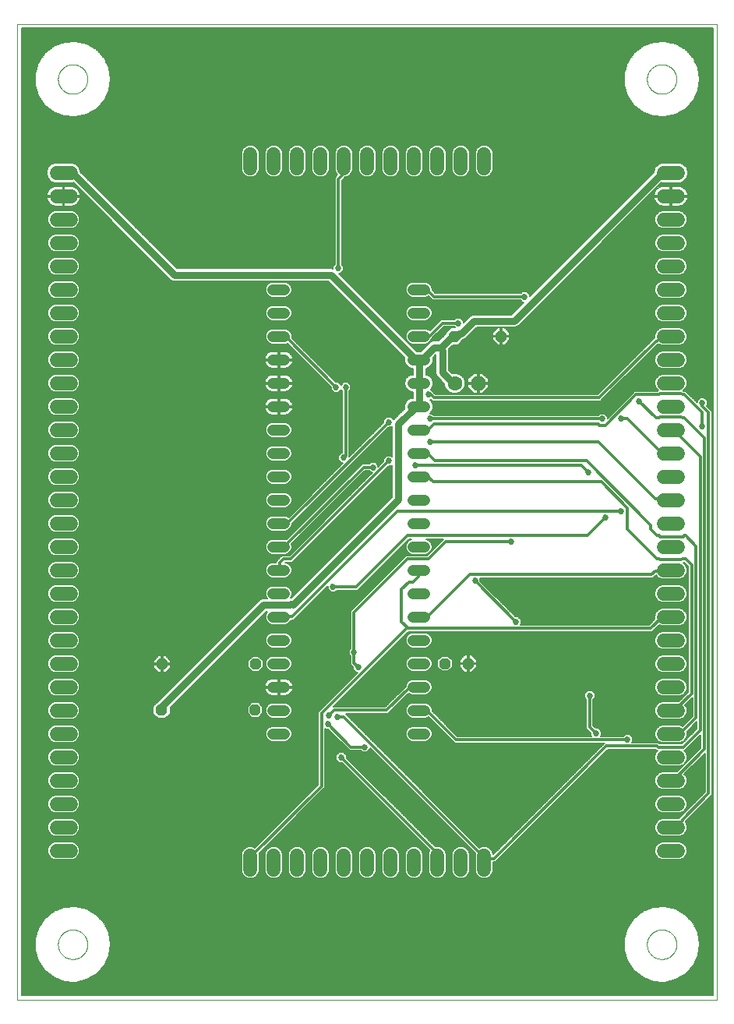
<source format=gbl>
G75*
%MOIN*%
%OFA0B0*%
%FSLAX25Y25*%
%IPPOS*%
%LPD*%
%AMOC8*
5,1,8,0,0,1.08239X$1,22.5*
%
%ADD10C,0.00000*%
%ADD11C,0.04800*%
%ADD12OC8,0.04800*%
%ADD13OC8,0.06300*%
%ADD14C,0.06300*%
%ADD15C,0.06000*%
%ADD16C,0.00600*%
%ADD17C,0.03000*%
%ADD18C,0.01200*%
%ADD19C,0.02700*%
D10*
X0032796Y0017048D02*
X0032796Y0434371D01*
X0332009Y0434371D01*
X0332009Y0017048D01*
X0032796Y0017048D01*
X0050119Y0040670D02*
X0050121Y0040828D01*
X0050127Y0040986D01*
X0050137Y0041144D01*
X0050151Y0041302D01*
X0050169Y0041459D01*
X0050190Y0041616D01*
X0050216Y0041772D01*
X0050246Y0041928D01*
X0050279Y0042083D01*
X0050317Y0042236D01*
X0050358Y0042389D01*
X0050403Y0042541D01*
X0050452Y0042692D01*
X0050505Y0042841D01*
X0050561Y0042989D01*
X0050621Y0043135D01*
X0050685Y0043280D01*
X0050753Y0043423D01*
X0050824Y0043565D01*
X0050898Y0043705D01*
X0050976Y0043842D01*
X0051058Y0043978D01*
X0051142Y0044112D01*
X0051231Y0044243D01*
X0051322Y0044372D01*
X0051417Y0044499D01*
X0051514Y0044624D01*
X0051615Y0044746D01*
X0051719Y0044865D01*
X0051826Y0044982D01*
X0051936Y0045096D01*
X0052049Y0045207D01*
X0052164Y0045316D01*
X0052282Y0045421D01*
X0052403Y0045523D01*
X0052526Y0045623D01*
X0052652Y0045719D01*
X0052780Y0045812D01*
X0052910Y0045902D01*
X0053043Y0045988D01*
X0053178Y0046072D01*
X0053314Y0046151D01*
X0053453Y0046228D01*
X0053594Y0046300D01*
X0053736Y0046370D01*
X0053880Y0046435D01*
X0054026Y0046497D01*
X0054173Y0046555D01*
X0054322Y0046610D01*
X0054472Y0046661D01*
X0054623Y0046708D01*
X0054775Y0046751D01*
X0054928Y0046790D01*
X0055083Y0046826D01*
X0055238Y0046857D01*
X0055394Y0046885D01*
X0055550Y0046909D01*
X0055707Y0046929D01*
X0055865Y0046945D01*
X0056022Y0046957D01*
X0056181Y0046965D01*
X0056339Y0046969D01*
X0056497Y0046969D01*
X0056655Y0046965D01*
X0056814Y0046957D01*
X0056971Y0046945D01*
X0057129Y0046929D01*
X0057286Y0046909D01*
X0057442Y0046885D01*
X0057598Y0046857D01*
X0057753Y0046826D01*
X0057908Y0046790D01*
X0058061Y0046751D01*
X0058213Y0046708D01*
X0058364Y0046661D01*
X0058514Y0046610D01*
X0058663Y0046555D01*
X0058810Y0046497D01*
X0058956Y0046435D01*
X0059100Y0046370D01*
X0059242Y0046300D01*
X0059383Y0046228D01*
X0059522Y0046151D01*
X0059658Y0046072D01*
X0059793Y0045988D01*
X0059926Y0045902D01*
X0060056Y0045812D01*
X0060184Y0045719D01*
X0060310Y0045623D01*
X0060433Y0045523D01*
X0060554Y0045421D01*
X0060672Y0045316D01*
X0060787Y0045207D01*
X0060900Y0045096D01*
X0061010Y0044982D01*
X0061117Y0044865D01*
X0061221Y0044746D01*
X0061322Y0044624D01*
X0061419Y0044499D01*
X0061514Y0044372D01*
X0061605Y0044243D01*
X0061694Y0044112D01*
X0061778Y0043978D01*
X0061860Y0043842D01*
X0061938Y0043705D01*
X0062012Y0043565D01*
X0062083Y0043423D01*
X0062151Y0043280D01*
X0062215Y0043135D01*
X0062275Y0042989D01*
X0062331Y0042841D01*
X0062384Y0042692D01*
X0062433Y0042541D01*
X0062478Y0042389D01*
X0062519Y0042236D01*
X0062557Y0042083D01*
X0062590Y0041928D01*
X0062620Y0041772D01*
X0062646Y0041616D01*
X0062667Y0041459D01*
X0062685Y0041302D01*
X0062699Y0041144D01*
X0062709Y0040986D01*
X0062715Y0040828D01*
X0062717Y0040670D01*
X0062715Y0040512D01*
X0062709Y0040354D01*
X0062699Y0040196D01*
X0062685Y0040038D01*
X0062667Y0039881D01*
X0062646Y0039724D01*
X0062620Y0039568D01*
X0062590Y0039412D01*
X0062557Y0039257D01*
X0062519Y0039104D01*
X0062478Y0038951D01*
X0062433Y0038799D01*
X0062384Y0038648D01*
X0062331Y0038499D01*
X0062275Y0038351D01*
X0062215Y0038205D01*
X0062151Y0038060D01*
X0062083Y0037917D01*
X0062012Y0037775D01*
X0061938Y0037635D01*
X0061860Y0037498D01*
X0061778Y0037362D01*
X0061694Y0037228D01*
X0061605Y0037097D01*
X0061514Y0036968D01*
X0061419Y0036841D01*
X0061322Y0036716D01*
X0061221Y0036594D01*
X0061117Y0036475D01*
X0061010Y0036358D01*
X0060900Y0036244D01*
X0060787Y0036133D01*
X0060672Y0036024D01*
X0060554Y0035919D01*
X0060433Y0035817D01*
X0060310Y0035717D01*
X0060184Y0035621D01*
X0060056Y0035528D01*
X0059926Y0035438D01*
X0059793Y0035352D01*
X0059658Y0035268D01*
X0059522Y0035189D01*
X0059383Y0035112D01*
X0059242Y0035040D01*
X0059100Y0034970D01*
X0058956Y0034905D01*
X0058810Y0034843D01*
X0058663Y0034785D01*
X0058514Y0034730D01*
X0058364Y0034679D01*
X0058213Y0034632D01*
X0058061Y0034589D01*
X0057908Y0034550D01*
X0057753Y0034514D01*
X0057598Y0034483D01*
X0057442Y0034455D01*
X0057286Y0034431D01*
X0057129Y0034411D01*
X0056971Y0034395D01*
X0056814Y0034383D01*
X0056655Y0034375D01*
X0056497Y0034371D01*
X0056339Y0034371D01*
X0056181Y0034375D01*
X0056022Y0034383D01*
X0055865Y0034395D01*
X0055707Y0034411D01*
X0055550Y0034431D01*
X0055394Y0034455D01*
X0055238Y0034483D01*
X0055083Y0034514D01*
X0054928Y0034550D01*
X0054775Y0034589D01*
X0054623Y0034632D01*
X0054472Y0034679D01*
X0054322Y0034730D01*
X0054173Y0034785D01*
X0054026Y0034843D01*
X0053880Y0034905D01*
X0053736Y0034970D01*
X0053594Y0035040D01*
X0053453Y0035112D01*
X0053314Y0035189D01*
X0053178Y0035268D01*
X0053043Y0035352D01*
X0052910Y0035438D01*
X0052780Y0035528D01*
X0052652Y0035621D01*
X0052526Y0035717D01*
X0052403Y0035817D01*
X0052282Y0035919D01*
X0052164Y0036024D01*
X0052049Y0036133D01*
X0051936Y0036244D01*
X0051826Y0036358D01*
X0051719Y0036475D01*
X0051615Y0036594D01*
X0051514Y0036716D01*
X0051417Y0036841D01*
X0051322Y0036968D01*
X0051231Y0037097D01*
X0051142Y0037228D01*
X0051058Y0037362D01*
X0050976Y0037498D01*
X0050898Y0037635D01*
X0050824Y0037775D01*
X0050753Y0037917D01*
X0050685Y0038060D01*
X0050621Y0038205D01*
X0050561Y0038351D01*
X0050505Y0038499D01*
X0050452Y0038648D01*
X0050403Y0038799D01*
X0050358Y0038951D01*
X0050317Y0039104D01*
X0050279Y0039257D01*
X0050246Y0039412D01*
X0050216Y0039568D01*
X0050190Y0039724D01*
X0050169Y0039881D01*
X0050151Y0040038D01*
X0050137Y0040196D01*
X0050127Y0040354D01*
X0050121Y0040512D01*
X0050119Y0040670D01*
X0302088Y0040670D02*
X0302090Y0040828D01*
X0302096Y0040986D01*
X0302106Y0041144D01*
X0302120Y0041302D01*
X0302138Y0041459D01*
X0302159Y0041616D01*
X0302185Y0041772D01*
X0302215Y0041928D01*
X0302248Y0042083D01*
X0302286Y0042236D01*
X0302327Y0042389D01*
X0302372Y0042541D01*
X0302421Y0042692D01*
X0302474Y0042841D01*
X0302530Y0042989D01*
X0302590Y0043135D01*
X0302654Y0043280D01*
X0302722Y0043423D01*
X0302793Y0043565D01*
X0302867Y0043705D01*
X0302945Y0043842D01*
X0303027Y0043978D01*
X0303111Y0044112D01*
X0303200Y0044243D01*
X0303291Y0044372D01*
X0303386Y0044499D01*
X0303483Y0044624D01*
X0303584Y0044746D01*
X0303688Y0044865D01*
X0303795Y0044982D01*
X0303905Y0045096D01*
X0304018Y0045207D01*
X0304133Y0045316D01*
X0304251Y0045421D01*
X0304372Y0045523D01*
X0304495Y0045623D01*
X0304621Y0045719D01*
X0304749Y0045812D01*
X0304879Y0045902D01*
X0305012Y0045988D01*
X0305147Y0046072D01*
X0305283Y0046151D01*
X0305422Y0046228D01*
X0305563Y0046300D01*
X0305705Y0046370D01*
X0305849Y0046435D01*
X0305995Y0046497D01*
X0306142Y0046555D01*
X0306291Y0046610D01*
X0306441Y0046661D01*
X0306592Y0046708D01*
X0306744Y0046751D01*
X0306897Y0046790D01*
X0307052Y0046826D01*
X0307207Y0046857D01*
X0307363Y0046885D01*
X0307519Y0046909D01*
X0307676Y0046929D01*
X0307834Y0046945D01*
X0307991Y0046957D01*
X0308150Y0046965D01*
X0308308Y0046969D01*
X0308466Y0046969D01*
X0308624Y0046965D01*
X0308783Y0046957D01*
X0308940Y0046945D01*
X0309098Y0046929D01*
X0309255Y0046909D01*
X0309411Y0046885D01*
X0309567Y0046857D01*
X0309722Y0046826D01*
X0309877Y0046790D01*
X0310030Y0046751D01*
X0310182Y0046708D01*
X0310333Y0046661D01*
X0310483Y0046610D01*
X0310632Y0046555D01*
X0310779Y0046497D01*
X0310925Y0046435D01*
X0311069Y0046370D01*
X0311211Y0046300D01*
X0311352Y0046228D01*
X0311491Y0046151D01*
X0311627Y0046072D01*
X0311762Y0045988D01*
X0311895Y0045902D01*
X0312025Y0045812D01*
X0312153Y0045719D01*
X0312279Y0045623D01*
X0312402Y0045523D01*
X0312523Y0045421D01*
X0312641Y0045316D01*
X0312756Y0045207D01*
X0312869Y0045096D01*
X0312979Y0044982D01*
X0313086Y0044865D01*
X0313190Y0044746D01*
X0313291Y0044624D01*
X0313388Y0044499D01*
X0313483Y0044372D01*
X0313574Y0044243D01*
X0313663Y0044112D01*
X0313747Y0043978D01*
X0313829Y0043842D01*
X0313907Y0043705D01*
X0313981Y0043565D01*
X0314052Y0043423D01*
X0314120Y0043280D01*
X0314184Y0043135D01*
X0314244Y0042989D01*
X0314300Y0042841D01*
X0314353Y0042692D01*
X0314402Y0042541D01*
X0314447Y0042389D01*
X0314488Y0042236D01*
X0314526Y0042083D01*
X0314559Y0041928D01*
X0314589Y0041772D01*
X0314615Y0041616D01*
X0314636Y0041459D01*
X0314654Y0041302D01*
X0314668Y0041144D01*
X0314678Y0040986D01*
X0314684Y0040828D01*
X0314686Y0040670D01*
X0314684Y0040512D01*
X0314678Y0040354D01*
X0314668Y0040196D01*
X0314654Y0040038D01*
X0314636Y0039881D01*
X0314615Y0039724D01*
X0314589Y0039568D01*
X0314559Y0039412D01*
X0314526Y0039257D01*
X0314488Y0039104D01*
X0314447Y0038951D01*
X0314402Y0038799D01*
X0314353Y0038648D01*
X0314300Y0038499D01*
X0314244Y0038351D01*
X0314184Y0038205D01*
X0314120Y0038060D01*
X0314052Y0037917D01*
X0313981Y0037775D01*
X0313907Y0037635D01*
X0313829Y0037498D01*
X0313747Y0037362D01*
X0313663Y0037228D01*
X0313574Y0037097D01*
X0313483Y0036968D01*
X0313388Y0036841D01*
X0313291Y0036716D01*
X0313190Y0036594D01*
X0313086Y0036475D01*
X0312979Y0036358D01*
X0312869Y0036244D01*
X0312756Y0036133D01*
X0312641Y0036024D01*
X0312523Y0035919D01*
X0312402Y0035817D01*
X0312279Y0035717D01*
X0312153Y0035621D01*
X0312025Y0035528D01*
X0311895Y0035438D01*
X0311762Y0035352D01*
X0311627Y0035268D01*
X0311491Y0035189D01*
X0311352Y0035112D01*
X0311211Y0035040D01*
X0311069Y0034970D01*
X0310925Y0034905D01*
X0310779Y0034843D01*
X0310632Y0034785D01*
X0310483Y0034730D01*
X0310333Y0034679D01*
X0310182Y0034632D01*
X0310030Y0034589D01*
X0309877Y0034550D01*
X0309722Y0034514D01*
X0309567Y0034483D01*
X0309411Y0034455D01*
X0309255Y0034431D01*
X0309098Y0034411D01*
X0308940Y0034395D01*
X0308783Y0034383D01*
X0308624Y0034375D01*
X0308466Y0034371D01*
X0308308Y0034371D01*
X0308150Y0034375D01*
X0307991Y0034383D01*
X0307834Y0034395D01*
X0307676Y0034411D01*
X0307519Y0034431D01*
X0307363Y0034455D01*
X0307207Y0034483D01*
X0307052Y0034514D01*
X0306897Y0034550D01*
X0306744Y0034589D01*
X0306592Y0034632D01*
X0306441Y0034679D01*
X0306291Y0034730D01*
X0306142Y0034785D01*
X0305995Y0034843D01*
X0305849Y0034905D01*
X0305705Y0034970D01*
X0305563Y0035040D01*
X0305422Y0035112D01*
X0305283Y0035189D01*
X0305147Y0035268D01*
X0305012Y0035352D01*
X0304879Y0035438D01*
X0304749Y0035528D01*
X0304621Y0035621D01*
X0304495Y0035717D01*
X0304372Y0035817D01*
X0304251Y0035919D01*
X0304133Y0036024D01*
X0304018Y0036133D01*
X0303905Y0036244D01*
X0303795Y0036358D01*
X0303688Y0036475D01*
X0303584Y0036594D01*
X0303483Y0036716D01*
X0303386Y0036841D01*
X0303291Y0036968D01*
X0303200Y0037097D01*
X0303111Y0037228D01*
X0303027Y0037362D01*
X0302945Y0037498D01*
X0302867Y0037635D01*
X0302793Y0037775D01*
X0302722Y0037917D01*
X0302654Y0038060D01*
X0302590Y0038205D01*
X0302530Y0038351D01*
X0302474Y0038499D01*
X0302421Y0038648D01*
X0302372Y0038799D01*
X0302327Y0038951D01*
X0302286Y0039104D01*
X0302248Y0039257D01*
X0302215Y0039412D01*
X0302185Y0039568D01*
X0302159Y0039724D01*
X0302138Y0039881D01*
X0302120Y0040038D01*
X0302106Y0040196D01*
X0302096Y0040354D01*
X0302090Y0040512D01*
X0302088Y0040670D01*
X0302088Y0410749D02*
X0302090Y0410907D01*
X0302096Y0411065D01*
X0302106Y0411223D01*
X0302120Y0411381D01*
X0302138Y0411538D01*
X0302159Y0411695D01*
X0302185Y0411851D01*
X0302215Y0412007D01*
X0302248Y0412162D01*
X0302286Y0412315D01*
X0302327Y0412468D01*
X0302372Y0412620D01*
X0302421Y0412771D01*
X0302474Y0412920D01*
X0302530Y0413068D01*
X0302590Y0413214D01*
X0302654Y0413359D01*
X0302722Y0413502D01*
X0302793Y0413644D01*
X0302867Y0413784D01*
X0302945Y0413921D01*
X0303027Y0414057D01*
X0303111Y0414191D01*
X0303200Y0414322D01*
X0303291Y0414451D01*
X0303386Y0414578D01*
X0303483Y0414703D01*
X0303584Y0414825D01*
X0303688Y0414944D01*
X0303795Y0415061D01*
X0303905Y0415175D01*
X0304018Y0415286D01*
X0304133Y0415395D01*
X0304251Y0415500D01*
X0304372Y0415602D01*
X0304495Y0415702D01*
X0304621Y0415798D01*
X0304749Y0415891D01*
X0304879Y0415981D01*
X0305012Y0416067D01*
X0305147Y0416151D01*
X0305283Y0416230D01*
X0305422Y0416307D01*
X0305563Y0416379D01*
X0305705Y0416449D01*
X0305849Y0416514D01*
X0305995Y0416576D01*
X0306142Y0416634D01*
X0306291Y0416689D01*
X0306441Y0416740D01*
X0306592Y0416787D01*
X0306744Y0416830D01*
X0306897Y0416869D01*
X0307052Y0416905D01*
X0307207Y0416936D01*
X0307363Y0416964D01*
X0307519Y0416988D01*
X0307676Y0417008D01*
X0307834Y0417024D01*
X0307991Y0417036D01*
X0308150Y0417044D01*
X0308308Y0417048D01*
X0308466Y0417048D01*
X0308624Y0417044D01*
X0308783Y0417036D01*
X0308940Y0417024D01*
X0309098Y0417008D01*
X0309255Y0416988D01*
X0309411Y0416964D01*
X0309567Y0416936D01*
X0309722Y0416905D01*
X0309877Y0416869D01*
X0310030Y0416830D01*
X0310182Y0416787D01*
X0310333Y0416740D01*
X0310483Y0416689D01*
X0310632Y0416634D01*
X0310779Y0416576D01*
X0310925Y0416514D01*
X0311069Y0416449D01*
X0311211Y0416379D01*
X0311352Y0416307D01*
X0311491Y0416230D01*
X0311627Y0416151D01*
X0311762Y0416067D01*
X0311895Y0415981D01*
X0312025Y0415891D01*
X0312153Y0415798D01*
X0312279Y0415702D01*
X0312402Y0415602D01*
X0312523Y0415500D01*
X0312641Y0415395D01*
X0312756Y0415286D01*
X0312869Y0415175D01*
X0312979Y0415061D01*
X0313086Y0414944D01*
X0313190Y0414825D01*
X0313291Y0414703D01*
X0313388Y0414578D01*
X0313483Y0414451D01*
X0313574Y0414322D01*
X0313663Y0414191D01*
X0313747Y0414057D01*
X0313829Y0413921D01*
X0313907Y0413784D01*
X0313981Y0413644D01*
X0314052Y0413502D01*
X0314120Y0413359D01*
X0314184Y0413214D01*
X0314244Y0413068D01*
X0314300Y0412920D01*
X0314353Y0412771D01*
X0314402Y0412620D01*
X0314447Y0412468D01*
X0314488Y0412315D01*
X0314526Y0412162D01*
X0314559Y0412007D01*
X0314589Y0411851D01*
X0314615Y0411695D01*
X0314636Y0411538D01*
X0314654Y0411381D01*
X0314668Y0411223D01*
X0314678Y0411065D01*
X0314684Y0410907D01*
X0314686Y0410749D01*
X0314684Y0410591D01*
X0314678Y0410433D01*
X0314668Y0410275D01*
X0314654Y0410117D01*
X0314636Y0409960D01*
X0314615Y0409803D01*
X0314589Y0409647D01*
X0314559Y0409491D01*
X0314526Y0409336D01*
X0314488Y0409183D01*
X0314447Y0409030D01*
X0314402Y0408878D01*
X0314353Y0408727D01*
X0314300Y0408578D01*
X0314244Y0408430D01*
X0314184Y0408284D01*
X0314120Y0408139D01*
X0314052Y0407996D01*
X0313981Y0407854D01*
X0313907Y0407714D01*
X0313829Y0407577D01*
X0313747Y0407441D01*
X0313663Y0407307D01*
X0313574Y0407176D01*
X0313483Y0407047D01*
X0313388Y0406920D01*
X0313291Y0406795D01*
X0313190Y0406673D01*
X0313086Y0406554D01*
X0312979Y0406437D01*
X0312869Y0406323D01*
X0312756Y0406212D01*
X0312641Y0406103D01*
X0312523Y0405998D01*
X0312402Y0405896D01*
X0312279Y0405796D01*
X0312153Y0405700D01*
X0312025Y0405607D01*
X0311895Y0405517D01*
X0311762Y0405431D01*
X0311627Y0405347D01*
X0311491Y0405268D01*
X0311352Y0405191D01*
X0311211Y0405119D01*
X0311069Y0405049D01*
X0310925Y0404984D01*
X0310779Y0404922D01*
X0310632Y0404864D01*
X0310483Y0404809D01*
X0310333Y0404758D01*
X0310182Y0404711D01*
X0310030Y0404668D01*
X0309877Y0404629D01*
X0309722Y0404593D01*
X0309567Y0404562D01*
X0309411Y0404534D01*
X0309255Y0404510D01*
X0309098Y0404490D01*
X0308940Y0404474D01*
X0308783Y0404462D01*
X0308624Y0404454D01*
X0308466Y0404450D01*
X0308308Y0404450D01*
X0308150Y0404454D01*
X0307991Y0404462D01*
X0307834Y0404474D01*
X0307676Y0404490D01*
X0307519Y0404510D01*
X0307363Y0404534D01*
X0307207Y0404562D01*
X0307052Y0404593D01*
X0306897Y0404629D01*
X0306744Y0404668D01*
X0306592Y0404711D01*
X0306441Y0404758D01*
X0306291Y0404809D01*
X0306142Y0404864D01*
X0305995Y0404922D01*
X0305849Y0404984D01*
X0305705Y0405049D01*
X0305563Y0405119D01*
X0305422Y0405191D01*
X0305283Y0405268D01*
X0305147Y0405347D01*
X0305012Y0405431D01*
X0304879Y0405517D01*
X0304749Y0405607D01*
X0304621Y0405700D01*
X0304495Y0405796D01*
X0304372Y0405896D01*
X0304251Y0405998D01*
X0304133Y0406103D01*
X0304018Y0406212D01*
X0303905Y0406323D01*
X0303795Y0406437D01*
X0303688Y0406554D01*
X0303584Y0406673D01*
X0303483Y0406795D01*
X0303386Y0406920D01*
X0303291Y0407047D01*
X0303200Y0407176D01*
X0303111Y0407307D01*
X0303027Y0407441D01*
X0302945Y0407577D01*
X0302867Y0407714D01*
X0302793Y0407854D01*
X0302722Y0407996D01*
X0302654Y0408139D01*
X0302590Y0408284D01*
X0302530Y0408430D01*
X0302474Y0408578D01*
X0302421Y0408727D01*
X0302372Y0408878D01*
X0302327Y0409030D01*
X0302286Y0409183D01*
X0302248Y0409336D01*
X0302215Y0409491D01*
X0302185Y0409647D01*
X0302159Y0409803D01*
X0302138Y0409960D01*
X0302120Y0410117D01*
X0302106Y0410275D01*
X0302096Y0410433D01*
X0302090Y0410591D01*
X0302088Y0410749D01*
X0050119Y0410749D02*
X0050121Y0410907D01*
X0050127Y0411065D01*
X0050137Y0411223D01*
X0050151Y0411381D01*
X0050169Y0411538D01*
X0050190Y0411695D01*
X0050216Y0411851D01*
X0050246Y0412007D01*
X0050279Y0412162D01*
X0050317Y0412315D01*
X0050358Y0412468D01*
X0050403Y0412620D01*
X0050452Y0412771D01*
X0050505Y0412920D01*
X0050561Y0413068D01*
X0050621Y0413214D01*
X0050685Y0413359D01*
X0050753Y0413502D01*
X0050824Y0413644D01*
X0050898Y0413784D01*
X0050976Y0413921D01*
X0051058Y0414057D01*
X0051142Y0414191D01*
X0051231Y0414322D01*
X0051322Y0414451D01*
X0051417Y0414578D01*
X0051514Y0414703D01*
X0051615Y0414825D01*
X0051719Y0414944D01*
X0051826Y0415061D01*
X0051936Y0415175D01*
X0052049Y0415286D01*
X0052164Y0415395D01*
X0052282Y0415500D01*
X0052403Y0415602D01*
X0052526Y0415702D01*
X0052652Y0415798D01*
X0052780Y0415891D01*
X0052910Y0415981D01*
X0053043Y0416067D01*
X0053178Y0416151D01*
X0053314Y0416230D01*
X0053453Y0416307D01*
X0053594Y0416379D01*
X0053736Y0416449D01*
X0053880Y0416514D01*
X0054026Y0416576D01*
X0054173Y0416634D01*
X0054322Y0416689D01*
X0054472Y0416740D01*
X0054623Y0416787D01*
X0054775Y0416830D01*
X0054928Y0416869D01*
X0055083Y0416905D01*
X0055238Y0416936D01*
X0055394Y0416964D01*
X0055550Y0416988D01*
X0055707Y0417008D01*
X0055865Y0417024D01*
X0056022Y0417036D01*
X0056181Y0417044D01*
X0056339Y0417048D01*
X0056497Y0417048D01*
X0056655Y0417044D01*
X0056814Y0417036D01*
X0056971Y0417024D01*
X0057129Y0417008D01*
X0057286Y0416988D01*
X0057442Y0416964D01*
X0057598Y0416936D01*
X0057753Y0416905D01*
X0057908Y0416869D01*
X0058061Y0416830D01*
X0058213Y0416787D01*
X0058364Y0416740D01*
X0058514Y0416689D01*
X0058663Y0416634D01*
X0058810Y0416576D01*
X0058956Y0416514D01*
X0059100Y0416449D01*
X0059242Y0416379D01*
X0059383Y0416307D01*
X0059522Y0416230D01*
X0059658Y0416151D01*
X0059793Y0416067D01*
X0059926Y0415981D01*
X0060056Y0415891D01*
X0060184Y0415798D01*
X0060310Y0415702D01*
X0060433Y0415602D01*
X0060554Y0415500D01*
X0060672Y0415395D01*
X0060787Y0415286D01*
X0060900Y0415175D01*
X0061010Y0415061D01*
X0061117Y0414944D01*
X0061221Y0414825D01*
X0061322Y0414703D01*
X0061419Y0414578D01*
X0061514Y0414451D01*
X0061605Y0414322D01*
X0061694Y0414191D01*
X0061778Y0414057D01*
X0061860Y0413921D01*
X0061938Y0413784D01*
X0062012Y0413644D01*
X0062083Y0413502D01*
X0062151Y0413359D01*
X0062215Y0413214D01*
X0062275Y0413068D01*
X0062331Y0412920D01*
X0062384Y0412771D01*
X0062433Y0412620D01*
X0062478Y0412468D01*
X0062519Y0412315D01*
X0062557Y0412162D01*
X0062590Y0412007D01*
X0062620Y0411851D01*
X0062646Y0411695D01*
X0062667Y0411538D01*
X0062685Y0411381D01*
X0062699Y0411223D01*
X0062709Y0411065D01*
X0062715Y0410907D01*
X0062717Y0410749D01*
X0062715Y0410591D01*
X0062709Y0410433D01*
X0062699Y0410275D01*
X0062685Y0410117D01*
X0062667Y0409960D01*
X0062646Y0409803D01*
X0062620Y0409647D01*
X0062590Y0409491D01*
X0062557Y0409336D01*
X0062519Y0409183D01*
X0062478Y0409030D01*
X0062433Y0408878D01*
X0062384Y0408727D01*
X0062331Y0408578D01*
X0062275Y0408430D01*
X0062215Y0408284D01*
X0062151Y0408139D01*
X0062083Y0407996D01*
X0062012Y0407854D01*
X0061938Y0407714D01*
X0061860Y0407577D01*
X0061778Y0407441D01*
X0061694Y0407307D01*
X0061605Y0407176D01*
X0061514Y0407047D01*
X0061419Y0406920D01*
X0061322Y0406795D01*
X0061221Y0406673D01*
X0061117Y0406554D01*
X0061010Y0406437D01*
X0060900Y0406323D01*
X0060787Y0406212D01*
X0060672Y0406103D01*
X0060554Y0405998D01*
X0060433Y0405896D01*
X0060310Y0405796D01*
X0060184Y0405700D01*
X0060056Y0405607D01*
X0059926Y0405517D01*
X0059793Y0405431D01*
X0059658Y0405347D01*
X0059522Y0405268D01*
X0059383Y0405191D01*
X0059242Y0405119D01*
X0059100Y0405049D01*
X0058956Y0404984D01*
X0058810Y0404922D01*
X0058663Y0404864D01*
X0058514Y0404809D01*
X0058364Y0404758D01*
X0058213Y0404711D01*
X0058061Y0404668D01*
X0057908Y0404629D01*
X0057753Y0404593D01*
X0057598Y0404562D01*
X0057442Y0404534D01*
X0057286Y0404510D01*
X0057129Y0404490D01*
X0056971Y0404474D01*
X0056814Y0404462D01*
X0056655Y0404454D01*
X0056497Y0404450D01*
X0056339Y0404450D01*
X0056181Y0404454D01*
X0056022Y0404462D01*
X0055865Y0404474D01*
X0055707Y0404490D01*
X0055550Y0404510D01*
X0055394Y0404534D01*
X0055238Y0404562D01*
X0055083Y0404593D01*
X0054928Y0404629D01*
X0054775Y0404668D01*
X0054623Y0404711D01*
X0054472Y0404758D01*
X0054322Y0404809D01*
X0054173Y0404864D01*
X0054026Y0404922D01*
X0053880Y0404984D01*
X0053736Y0405049D01*
X0053594Y0405119D01*
X0053453Y0405191D01*
X0053314Y0405268D01*
X0053178Y0405347D01*
X0053043Y0405431D01*
X0052910Y0405517D01*
X0052780Y0405607D01*
X0052652Y0405700D01*
X0052526Y0405796D01*
X0052403Y0405896D01*
X0052282Y0405998D01*
X0052164Y0406103D01*
X0052049Y0406212D01*
X0051936Y0406323D01*
X0051826Y0406437D01*
X0051719Y0406554D01*
X0051615Y0406673D01*
X0051514Y0406795D01*
X0051417Y0406920D01*
X0051322Y0407047D01*
X0051231Y0407176D01*
X0051142Y0407307D01*
X0051058Y0407441D01*
X0050976Y0407577D01*
X0050898Y0407714D01*
X0050824Y0407854D01*
X0050753Y0407996D01*
X0050685Y0408139D01*
X0050621Y0408284D01*
X0050561Y0408430D01*
X0050505Y0408578D01*
X0050452Y0408727D01*
X0050403Y0408878D01*
X0050358Y0409030D01*
X0050317Y0409183D01*
X0050279Y0409336D01*
X0050246Y0409491D01*
X0050216Y0409647D01*
X0050190Y0409803D01*
X0050169Y0409960D01*
X0050151Y0410117D01*
X0050137Y0410275D01*
X0050127Y0410433D01*
X0050121Y0410591D01*
X0050119Y0410749D01*
D11*
X0142128Y0320709D02*
X0146928Y0320709D01*
X0146928Y0310709D02*
X0142128Y0310709D01*
X0142128Y0300709D02*
X0146928Y0300709D01*
X0146928Y0290709D02*
X0142128Y0290709D01*
X0142128Y0280709D02*
X0146928Y0280709D01*
X0146928Y0270709D02*
X0142128Y0270709D01*
X0142128Y0260709D02*
X0146928Y0260709D01*
X0146928Y0250709D02*
X0142128Y0250709D01*
X0142128Y0240709D02*
X0146928Y0240709D01*
X0146928Y0230709D02*
X0142128Y0230709D01*
X0142128Y0220709D02*
X0146928Y0220709D01*
X0146928Y0210709D02*
X0142128Y0210709D01*
X0142128Y0200709D02*
X0146928Y0200709D01*
X0146928Y0190709D02*
X0142128Y0190709D01*
X0142128Y0180709D02*
X0146928Y0180709D01*
X0146928Y0170709D02*
X0142128Y0170709D01*
X0142128Y0160709D02*
X0146928Y0160709D01*
X0146928Y0150709D02*
X0142128Y0150709D01*
X0142128Y0140709D02*
X0146928Y0140709D01*
X0146928Y0130709D02*
X0142128Y0130709D01*
X0202128Y0130709D02*
X0206928Y0130709D01*
X0206928Y0140709D02*
X0202128Y0140709D01*
X0202128Y0150709D02*
X0206928Y0150709D01*
X0206928Y0160709D02*
X0202128Y0160709D01*
X0202128Y0170709D02*
X0206928Y0170709D01*
X0206928Y0180709D02*
X0202128Y0180709D01*
X0202128Y0190709D02*
X0206928Y0190709D01*
X0206928Y0200709D02*
X0202128Y0200709D01*
X0202128Y0210709D02*
X0206928Y0210709D01*
X0206928Y0220709D02*
X0202128Y0220709D01*
X0202128Y0230709D02*
X0206928Y0230709D01*
X0206928Y0240709D02*
X0202128Y0240709D01*
X0202128Y0250709D02*
X0206928Y0250709D01*
X0206928Y0260709D02*
X0202128Y0260709D01*
X0202128Y0270709D02*
X0206928Y0270709D01*
X0206928Y0280709D02*
X0202128Y0280709D01*
X0202128Y0290709D02*
X0206928Y0290709D01*
X0206928Y0300709D02*
X0202128Y0300709D01*
X0202128Y0310709D02*
X0206928Y0310709D01*
X0206928Y0320709D02*
X0202128Y0320709D01*
D12*
X0219733Y0300765D03*
X0239733Y0300765D03*
X0225591Y0160761D03*
X0215591Y0160761D03*
X0134639Y0160485D03*
X0134477Y0140954D03*
X0094477Y0140954D03*
X0094639Y0160485D03*
D13*
X0229902Y0280646D03*
D14*
X0219902Y0280646D03*
D15*
X0222402Y0372709D02*
X0222402Y0378709D01*
X0212402Y0378709D02*
X0212402Y0372709D01*
X0202402Y0372709D02*
X0202402Y0378709D01*
X0192402Y0378709D02*
X0192402Y0372709D01*
X0182402Y0372709D02*
X0182402Y0378709D01*
X0172402Y0378709D02*
X0172402Y0372709D01*
X0162402Y0372709D02*
X0162402Y0378709D01*
X0152402Y0378709D02*
X0152402Y0372709D01*
X0142402Y0372709D02*
X0142402Y0378709D01*
X0132402Y0378709D02*
X0132402Y0372709D01*
X0055481Y0370709D02*
X0049481Y0370709D01*
X0049481Y0360709D02*
X0055481Y0360709D01*
X0055481Y0350709D02*
X0049481Y0350709D01*
X0049481Y0340709D02*
X0055481Y0340709D01*
X0055481Y0330709D02*
X0049481Y0330709D01*
X0049481Y0320709D02*
X0055481Y0320709D01*
X0055481Y0310709D02*
X0049481Y0310709D01*
X0049481Y0300709D02*
X0055481Y0300709D01*
X0055481Y0290709D02*
X0049481Y0290709D01*
X0049481Y0280709D02*
X0055481Y0280709D01*
X0055481Y0270709D02*
X0049481Y0270709D01*
X0049481Y0260709D02*
X0055481Y0260709D01*
X0055481Y0250709D02*
X0049481Y0250709D01*
X0049481Y0240709D02*
X0055481Y0240709D01*
X0055481Y0230709D02*
X0049481Y0230709D01*
X0049481Y0220709D02*
X0055481Y0220709D01*
X0055481Y0210709D02*
X0049481Y0210709D01*
X0049481Y0200709D02*
X0055481Y0200709D01*
X0055481Y0190709D02*
X0049481Y0190709D01*
X0049481Y0180709D02*
X0055481Y0180709D01*
X0055481Y0170709D02*
X0049481Y0170709D01*
X0049481Y0160709D02*
X0055481Y0160709D01*
X0055481Y0150709D02*
X0049481Y0150709D01*
X0049481Y0140709D02*
X0055481Y0140709D01*
X0055481Y0130709D02*
X0049481Y0130709D01*
X0049481Y0120709D02*
X0055481Y0120709D01*
X0055481Y0110709D02*
X0049481Y0110709D01*
X0049481Y0100709D02*
X0055481Y0100709D01*
X0055481Y0090709D02*
X0049481Y0090709D01*
X0049481Y0080709D02*
X0055481Y0080709D01*
X0132402Y0078709D02*
X0132402Y0072709D01*
X0142402Y0072709D02*
X0142402Y0078709D01*
X0152402Y0078709D02*
X0152402Y0072709D01*
X0162402Y0072709D02*
X0162402Y0078709D01*
X0172402Y0078709D02*
X0172402Y0072709D01*
X0182402Y0072709D02*
X0182402Y0078709D01*
X0192402Y0078709D02*
X0192402Y0072709D01*
X0202402Y0072709D02*
X0202402Y0078709D01*
X0212402Y0078709D02*
X0212402Y0072709D01*
X0222402Y0072709D02*
X0222402Y0078709D01*
X0232402Y0078709D02*
X0232402Y0072709D01*
X0309324Y0080709D02*
X0315324Y0080709D01*
X0315324Y0090709D02*
X0309324Y0090709D01*
X0309324Y0100709D02*
X0315324Y0100709D01*
X0315324Y0110709D02*
X0309324Y0110709D01*
X0309324Y0120709D02*
X0315324Y0120709D01*
X0315324Y0130709D02*
X0309324Y0130709D01*
X0309324Y0140709D02*
X0315324Y0140709D01*
X0315324Y0150709D02*
X0309324Y0150709D01*
X0309324Y0160709D02*
X0315324Y0160709D01*
X0315324Y0170709D02*
X0309324Y0170709D01*
X0309324Y0180709D02*
X0315324Y0180709D01*
X0315324Y0190709D02*
X0309324Y0190709D01*
X0309324Y0200709D02*
X0315324Y0200709D01*
X0315324Y0210709D02*
X0309324Y0210709D01*
X0309324Y0220709D02*
X0315324Y0220709D01*
X0315324Y0230709D02*
X0309324Y0230709D01*
X0309324Y0240709D02*
X0315324Y0240709D01*
X0315324Y0250709D02*
X0309324Y0250709D01*
X0309324Y0260709D02*
X0315324Y0260709D01*
X0315324Y0270709D02*
X0309324Y0270709D01*
X0309324Y0280709D02*
X0315324Y0280709D01*
X0315324Y0290709D02*
X0309324Y0290709D01*
X0309324Y0300709D02*
X0315324Y0300709D01*
X0315324Y0310709D02*
X0309324Y0310709D01*
X0309324Y0320709D02*
X0315324Y0320709D01*
X0315324Y0330709D02*
X0309324Y0330709D01*
X0309324Y0340709D02*
X0315324Y0340709D01*
X0315324Y0350709D02*
X0309324Y0350709D01*
X0309324Y0360709D02*
X0315324Y0360709D01*
X0315324Y0370709D02*
X0309324Y0370709D01*
X0232402Y0372709D02*
X0232402Y0378709D01*
D16*
X0229719Y0381541D02*
X0225086Y0381541D01*
X0224612Y0382016D02*
X0225709Y0380919D01*
X0226302Y0379485D01*
X0226302Y0371934D01*
X0225709Y0370500D01*
X0224612Y0369403D01*
X0223178Y0368809D01*
X0221627Y0368809D01*
X0220193Y0369403D01*
X0219096Y0370500D01*
X0218502Y0371934D01*
X0218502Y0379485D01*
X0219096Y0380919D01*
X0220193Y0382016D01*
X0221627Y0382609D01*
X0223178Y0382609D01*
X0224612Y0382016D01*
X0224312Y0382140D02*
X0230493Y0382140D01*
X0230193Y0382016D02*
X0229096Y0380919D01*
X0228502Y0379485D01*
X0228502Y0371934D01*
X0229096Y0370500D01*
X0230193Y0369403D01*
X0231627Y0368809D01*
X0233178Y0368809D01*
X0234612Y0369403D01*
X0235709Y0370500D01*
X0236302Y0371934D01*
X0236302Y0379485D01*
X0235709Y0380919D01*
X0234612Y0382016D01*
X0233178Y0382609D01*
X0231627Y0382609D01*
X0230193Y0382016D01*
X0229120Y0380943D02*
X0225684Y0380943D01*
X0225946Y0380344D02*
X0228858Y0380344D01*
X0228610Y0379746D02*
X0226194Y0379746D01*
X0226302Y0379147D02*
X0228502Y0379147D01*
X0228502Y0378549D02*
X0226302Y0378549D01*
X0226302Y0377950D02*
X0228502Y0377950D01*
X0228502Y0377352D02*
X0226302Y0377352D01*
X0226302Y0376753D02*
X0228502Y0376753D01*
X0228502Y0376155D02*
X0226302Y0376155D01*
X0226302Y0375556D02*
X0228502Y0375556D01*
X0228502Y0374958D02*
X0226302Y0374958D01*
X0226302Y0374359D02*
X0228502Y0374359D01*
X0228502Y0373761D02*
X0226302Y0373761D01*
X0226302Y0373162D02*
X0228502Y0373162D01*
X0228502Y0372564D02*
X0226302Y0372564D01*
X0226302Y0371965D02*
X0228502Y0371965D01*
X0228737Y0371367D02*
X0226068Y0371367D01*
X0225820Y0370768D02*
X0228985Y0370768D01*
X0229427Y0370170D02*
X0225378Y0370170D01*
X0224780Y0369571D02*
X0230025Y0369571D01*
X0231233Y0368973D02*
X0223572Y0368973D01*
X0221233Y0368973D02*
X0213572Y0368973D01*
X0213178Y0368809D02*
X0214612Y0369403D01*
X0215709Y0370500D01*
X0216302Y0371934D01*
X0216302Y0379485D01*
X0215709Y0380919D01*
X0214612Y0382016D01*
X0213178Y0382609D01*
X0211627Y0382609D01*
X0210193Y0382016D01*
X0209096Y0380919D01*
X0208502Y0379485D01*
X0208502Y0371934D01*
X0209096Y0370500D01*
X0210193Y0369403D01*
X0211627Y0368809D01*
X0213178Y0368809D01*
X0214780Y0369571D02*
X0220025Y0369571D01*
X0219427Y0370170D02*
X0215378Y0370170D01*
X0215820Y0370768D02*
X0218985Y0370768D01*
X0218737Y0371367D02*
X0216068Y0371367D01*
X0216302Y0371965D02*
X0218502Y0371965D01*
X0218502Y0372564D02*
X0216302Y0372564D01*
X0216302Y0373162D02*
X0218502Y0373162D01*
X0218502Y0373761D02*
X0216302Y0373761D01*
X0216302Y0374359D02*
X0218502Y0374359D01*
X0218502Y0374958D02*
X0216302Y0374958D01*
X0216302Y0375556D02*
X0218502Y0375556D01*
X0218502Y0376155D02*
X0216302Y0376155D01*
X0216302Y0376753D02*
X0218502Y0376753D01*
X0218502Y0377352D02*
X0216302Y0377352D01*
X0216302Y0377950D02*
X0218502Y0377950D01*
X0218502Y0378549D02*
X0216302Y0378549D01*
X0216302Y0379147D02*
X0218502Y0379147D01*
X0218610Y0379746D02*
X0216194Y0379746D01*
X0215946Y0380344D02*
X0218858Y0380344D01*
X0219120Y0380943D02*
X0215684Y0380943D01*
X0215086Y0381541D02*
X0219719Y0381541D01*
X0220493Y0382140D02*
X0214312Y0382140D01*
X0210493Y0382140D02*
X0204312Y0382140D01*
X0204612Y0382016D02*
X0203178Y0382609D01*
X0201627Y0382609D01*
X0200193Y0382016D01*
X0199096Y0380919D01*
X0198502Y0379485D01*
X0198502Y0371934D01*
X0199096Y0370500D01*
X0200193Y0369403D01*
X0201627Y0368809D01*
X0203178Y0368809D01*
X0204612Y0369403D01*
X0205709Y0370500D01*
X0206302Y0371934D01*
X0206302Y0379485D01*
X0205709Y0380919D01*
X0204612Y0382016D01*
X0205086Y0381541D02*
X0209719Y0381541D01*
X0209120Y0380943D02*
X0205684Y0380943D01*
X0205946Y0380344D02*
X0208858Y0380344D01*
X0208610Y0379746D02*
X0206194Y0379746D01*
X0206302Y0379147D02*
X0208502Y0379147D01*
X0208502Y0378549D02*
X0206302Y0378549D01*
X0206302Y0377950D02*
X0208502Y0377950D01*
X0208502Y0377352D02*
X0206302Y0377352D01*
X0206302Y0376753D02*
X0208502Y0376753D01*
X0208502Y0376155D02*
X0206302Y0376155D01*
X0206302Y0375556D02*
X0208502Y0375556D01*
X0208502Y0374958D02*
X0206302Y0374958D01*
X0206302Y0374359D02*
X0208502Y0374359D01*
X0208502Y0373761D02*
X0206302Y0373761D01*
X0206302Y0373162D02*
X0208502Y0373162D01*
X0208502Y0372564D02*
X0206302Y0372564D01*
X0206302Y0371965D02*
X0208502Y0371965D01*
X0208737Y0371367D02*
X0206068Y0371367D01*
X0205820Y0370768D02*
X0208985Y0370768D01*
X0209427Y0370170D02*
X0205378Y0370170D01*
X0204780Y0369571D02*
X0210025Y0369571D01*
X0211233Y0368973D02*
X0203572Y0368973D01*
X0201233Y0368973D02*
X0193572Y0368973D01*
X0193178Y0368809D02*
X0194612Y0369403D01*
X0195709Y0370500D01*
X0196302Y0371934D01*
X0196302Y0379485D01*
X0195709Y0380919D01*
X0194612Y0382016D01*
X0193178Y0382609D01*
X0191627Y0382609D01*
X0190193Y0382016D01*
X0189096Y0380919D01*
X0188502Y0379485D01*
X0188502Y0371934D01*
X0189096Y0370500D01*
X0190193Y0369403D01*
X0191627Y0368809D01*
X0193178Y0368809D01*
X0194780Y0369571D02*
X0200025Y0369571D01*
X0199427Y0370170D02*
X0195378Y0370170D01*
X0195820Y0370768D02*
X0198985Y0370768D01*
X0198737Y0371367D02*
X0196068Y0371367D01*
X0196302Y0371965D02*
X0198502Y0371965D01*
X0198502Y0372564D02*
X0196302Y0372564D01*
X0196302Y0373162D02*
X0198502Y0373162D01*
X0198502Y0373761D02*
X0196302Y0373761D01*
X0196302Y0374359D02*
X0198502Y0374359D01*
X0198502Y0374958D02*
X0196302Y0374958D01*
X0196302Y0375556D02*
X0198502Y0375556D01*
X0198502Y0376155D02*
X0196302Y0376155D01*
X0196302Y0376753D02*
X0198502Y0376753D01*
X0198502Y0377352D02*
X0196302Y0377352D01*
X0196302Y0377950D02*
X0198502Y0377950D01*
X0198502Y0378549D02*
X0196302Y0378549D01*
X0196302Y0379147D02*
X0198502Y0379147D01*
X0198610Y0379746D02*
X0196194Y0379746D01*
X0195946Y0380344D02*
X0198858Y0380344D01*
X0199120Y0380943D02*
X0195684Y0380943D01*
X0195086Y0381541D02*
X0199719Y0381541D01*
X0200493Y0382140D02*
X0194312Y0382140D01*
X0190493Y0382140D02*
X0184312Y0382140D01*
X0184612Y0382016D02*
X0183178Y0382609D01*
X0181627Y0382609D01*
X0180193Y0382016D01*
X0179096Y0380919D01*
X0178502Y0379485D01*
X0178502Y0371934D01*
X0179096Y0370500D01*
X0180193Y0369403D01*
X0181627Y0368809D01*
X0183178Y0368809D01*
X0184612Y0369403D01*
X0185709Y0370500D01*
X0186302Y0371934D01*
X0186302Y0379485D01*
X0185709Y0380919D01*
X0184612Y0382016D01*
X0185086Y0381541D02*
X0189719Y0381541D01*
X0189120Y0380943D02*
X0185684Y0380943D01*
X0185946Y0380344D02*
X0188858Y0380344D01*
X0188610Y0379746D02*
X0186194Y0379746D01*
X0186302Y0379147D02*
X0188502Y0379147D01*
X0188502Y0378549D02*
X0186302Y0378549D01*
X0186302Y0377950D02*
X0188502Y0377950D01*
X0188502Y0377352D02*
X0186302Y0377352D01*
X0186302Y0376753D02*
X0188502Y0376753D01*
X0188502Y0376155D02*
X0186302Y0376155D01*
X0186302Y0375556D02*
X0188502Y0375556D01*
X0188502Y0374958D02*
X0186302Y0374958D01*
X0186302Y0374359D02*
X0188502Y0374359D01*
X0188502Y0373761D02*
X0186302Y0373761D01*
X0186302Y0373162D02*
X0188502Y0373162D01*
X0188502Y0372564D02*
X0186302Y0372564D01*
X0186302Y0371965D02*
X0188502Y0371965D01*
X0188737Y0371367D02*
X0186068Y0371367D01*
X0185820Y0370768D02*
X0188985Y0370768D01*
X0189427Y0370170D02*
X0185378Y0370170D01*
X0184780Y0369571D02*
X0190025Y0369571D01*
X0191233Y0368973D02*
X0183572Y0368973D01*
X0181233Y0368973D02*
X0173572Y0368973D01*
X0173178Y0368809D02*
X0174612Y0369403D01*
X0175709Y0370500D01*
X0176302Y0371934D01*
X0176302Y0379485D01*
X0175709Y0380919D01*
X0174612Y0382016D01*
X0173178Y0382609D01*
X0171627Y0382609D01*
X0170193Y0382016D01*
X0169096Y0380919D01*
X0168502Y0379485D01*
X0168502Y0371934D01*
X0169096Y0370500D01*
X0169737Y0369860D01*
X0169425Y0369548D01*
X0168546Y0368669D01*
X0168546Y0331480D01*
X0167796Y0330730D01*
X0167796Y0329756D01*
X0167453Y0329898D01*
X0101006Y0329898D01*
X0059781Y0371123D01*
X0059781Y0371565D01*
X0059126Y0373145D01*
X0057917Y0374355D01*
X0056336Y0375009D01*
X0048626Y0375009D01*
X0047045Y0374355D01*
X0045836Y0373145D01*
X0045181Y0371565D01*
X0045181Y0369854D01*
X0045836Y0368274D01*
X0047045Y0367064D01*
X0048626Y0366409D01*
X0056336Y0366409D01*
X0056505Y0366479D01*
X0097472Y0325512D01*
X0098260Y0324724D01*
X0099289Y0324298D01*
X0165736Y0324298D01*
X0198475Y0291559D01*
X0198428Y0291445D01*
X0198428Y0289973D01*
X0198992Y0288614D01*
X0200032Y0287573D01*
X0201392Y0287009D01*
X0201896Y0287009D01*
X0201896Y0284409D01*
X0201392Y0284409D01*
X0200032Y0283846D01*
X0198992Y0282805D01*
X0198428Y0281445D01*
X0198428Y0279973D01*
X0198992Y0278614D01*
X0200032Y0277573D01*
X0201392Y0277009D01*
X0201896Y0277009D01*
X0201896Y0274409D01*
X0201392Y0274409D01*
X0200032Y0273846D01*
X0198992Y0272805D01*
X0198428Y0271445D01*
X0198428Y0269973D01*
X0198453Y0269915D01*
X0193732Y0265194D01*
X0192578Y0266348D01*
X0190714Y0266348D01*
X0189396Y0265030D01*
X0189396Y0263969D01*
X0174696Y0249269D01*
X0174696Y0277266D01*
X0175446Y0278016D01*
X0175446Y0279880D01*
X0174128Y0281198D01*
X0172264Y0281198D01*
X0171171Y0280105D01*
X0170078Y0281198D01*
X0169017Y0281198D01*
X0150209Y0300006D01*
X0150228Y0300053D01*
X0150228Y0301366D01*
X0149726Y0302579D01*
X0148798Y0303507D01*
X0147585Y0304009D01*
X0141472Y0304009D01*
X0140259Y0303507D01*
X0139331Y0302579D01*
X0138828Y0301366D01*
X0138828Y0300053D01*
X0139331Y0298840D01*
X0140259Y0297912D01*
X0141472Y0297409D01*
X0147585Y0297409D01*
X0148277Y0297696D01*
X0166896Y0279077D01*
X0166896Y0278016D01*
X0168214Y0276698D01*
X0170078Y0276698D01*
X0171171Y0277791D01*
X0171696Y0277266D01*
X0171696Y0251048D01*
X0171364Y0251048D01*
X0170046Y0249730D01*
X0170046Y0247866D01*
X0171364Y0246548D01*
X0171975Y0246548D01*
X0148866Y0223439D01*
X0148798Y0223507D01*
X0147585Y0224009D01*
X0141472Y0224009D01*
X0140259Y0223507D01*
X0139331Y0222579D01*
X0138828Y0221366D01*
X0138828Y0220053D01*
X0139331Y0218840D01*
X0140259Y0217912D01*
X0141472Y0217409D01*
X0147585Y0217409D01*
X0148798Y0217912D01*
X0149726Y0218840D01*
X0150228Y0220053D01*
X0150228Y0220559D01*
X0191517Y0261848D01*
X0192578Y0261848D01*
X0192896Y0262166D01*
X0192896Y0249380D01*
X0192578Y0249698D01*
X0190714Y0249698D01*
X0189396Y0248380D01*
X0189396Y0247319D01*
X0187146Y0245069D01*
X0187146Y0245680D01*
X0185828Y0246998D01*
X0183964Y0246998D01*
X0183214Y0246248D01*
X0180225Y0246248D01*
X0179346Y0245369D01*
X0147869Y0213892D01*
X0147585Y0214009D01*
X0141472Y0214009D01*
X0140259Y0213507D01*
X0139331Y0212579D01*
X0138828Y0211366D01*
X0138828Y0210053D01*
X0139331Y0208840D01*
X0140259Y0207912D01*
X0141472Y0207409D01*
X0147585Y0207409D01*
X0148798Y0207912D01*
X0149726Y0208840D01*
X0150228Y0210053D01*
X0150228Y0211366D01*
X0150040Y0211821D01*
X0181467Y0243248D01*
X0183214Y0243248D01*
X0183964Y0242498D01*
X0184575Y0242498D01*
X0149175Y0207098D01*
X0146025Y0207098D01*
X0145146Y0206219D01*
X0143346Y0204419D01*
X0143346Y0204009D01*
X0141472Y0204009D01*
X0140259Y0203507D01*
X0139331Y0202579D01*
X0138828Y0201366D01*
X0138828Y0200053D01*
X0139331Y0198840D01*
X0140259Y0197912D01*
X0141472Y0197409D01*
X0147585Y0197409D01*
X0148798Y0197912D01*
X0149726Y0198840D01*
X0150228Y0200053D01*
X0150228Y0201366D01*
X0149726Y0202579D01*
X0148798Y0203507D01*
X0147585Y0204009D01*
X0147179Y0204009D01*
X0147267Y0204098D01*
X0150417Y0204098D01*
X0191517Y0245198D01*
X0192578Y0245198D01*
X0192896Y0245516D01*
X0192896Y0231958D01*
X0149986Y0189048D01*
X0149812Y0189048D01*
X0150228Y0190053D01*
X0150228Y0191366D01*
X0149726Y0192579D01*
X0148798Y0193507D01*
X0147585Y0194009D01*
X0141472Y0194009D01*
X0140259Y0193507D01*
X0139331Y0192579D01*
X0138828Y0191366D01*
X0138828Y0190053D01*
X0139331Y0188840D01*
X0139573Y0188598D01*
X0137539Y0188598D01*
X0136510Y0188172D01*
X0135722Y0187384D01*
X0092992Y0144654D01*
X0092945Y0144654D01*
X0090777Y0142486D01*
X0090777Y0139421D01*
X0092945Y0137254D01*
X0096010Y0137254D01*
X0098177Y0139421D01*
X0098177Y0141919D01*
X0139256Y0182998D01*
X0139750Y0182998D01*
X0139331Y0182579D01*
X0138828Y0181366D01*
X0138828Y0180053D01*
X0139331Y0178840D01*
X0140259Y0177912D01*
X0141472Y0177409D01*
X0147585Y0177409D01*
X0148798Y0177912D01*
X0149726Y0178840D01*
X0149936Y0179348D01*
X0150867Y0179348D01*
X0165546Y0194027D01*
X0165546Y0192516D01*
X0166864Y0191198D01*
X0168728Y0191198D01*
X0169478Y0191948D01*
X0178317Y0191948D01*
X0200367Y0213998D01*
X0201444Y0213998D01*
X0200259Y0213507D01*
X0199331Y0212579D01*
X0198828Y0211366D01*
X0198828Y0210053D01*
X0199331Y0208840D01*
X0200259Y0207912D01*
X0201472Y0207409D01*
X0207585Y0207409D01*
X0208798Y0207912D01*
X0209726Y0208840D01*
X0210228Y0210053D01*
X0210228Y0211366D01*
X0209726Y0212579D01*
X0208798Y0213507D01*
X0207612Y0213998D01*
X0215025Y0213998D01*
X0208125Y0207098D01*
X0199125Y0207098D01*
X0176175Y0184148D01*
X0175296Y0183269D01*
X0175296Y0167230D01*
X0174546Y0166480D01*
X0174546Y0164616D01*
X0175296Y0163866D01*
X0175296Y0160427D01*
X0176346Y0159377D01*
X0176346Y0158316D01*
X0177664Y0156998D01*
X0178275Y0156998D01*
X0161346Y0140069D01*
X0161346Y0109019D01*
X0134421Y0082095D01*
X0133178Y0082609D01*
X0131627Y0082609D01*
X0130193Y0082016D01*
X0129096Y0080919D01*
X0128502Y0079485D01*
X0128502Y0071934D01*
X0129096Y0070500D01*
X0130193Y0069403D01*
X0131627Y0068809D01*
X0133178Y0068809D01*
X0134612Y0069403D01*
X0135709Y0070500D01*
X0136302Y0071934D01*
X0136302Y0079485D01*
X0136230Y0079660D01*
X0163467Y0106898D01*
X0163467Y0106898D01*
X0164346Y0107777D01*
X0164346Y0132966D01*
X0164614Y0132698D01*
X0165675Y0132698D01*
X0174825Y0123548D01*
X0179614Y0123548D01*
X0180364Y0122798D01*
X0182228Y0122798D01*
X0183546Y0124116D01*
X0183546Y0124727D01*
X0228586Y0079687D01*
X0228502Y0079485D01*
X0228502Y0071934D01*
X0229096Y0070500D01*
X0230193Y0069403D01*
X0231627Y0068809D01*
X0233178Y0068809D01*
X0234612Y0069403D01*
X0235709Y0070500D01*
X0236302Y0071934D01*
X0236302Y0075848D01*
X0237267Y0075848D01*
X0238146Y0076727D01*
X0285417Y0123998D01*
X0305775Y0123998D01*
X0306225Y0123548D01*
X0306647Y0123548D01*
X0306017Y0122919D01*
X0305424Y0121485D01*
X0305424Y0119934D01*
X0306017Y0118500D01*
X0307114Y0117403D01*
X0308548Y0116809D01*
X0316099Y0116809D01*
X0317533Y0117403D01*
X0318630Y0118500D01*
X0319224Y0119934D01*
X0319224Y0121485D01*
X0318630Y0122919D01*
X0318000Y0123548D01*
X0318267Y0123548D01*
X0319146Y0124427D01*
X0325146Y0130427D01*
X0325146Y0124769D01*
X0314986Y0114609D01*
X0308548Y0114609D01*
X0307114Y0114016D01*
X0306017Y0112919D01*
X0305424Y0111485D01*
X0305424Y0109934D01*
X0306017Y0108500D01*
X0307114Y0107403D01*
X0308548Y0106809D01*
X0316099Y0106809D01*
X0317533Y0107403D01*
X0318630Y0108500D01*
X0319224Y0109934D01*
X0319224Y0111485D01*
X0318630Y0112919D01*
X0318084Y0113465D01*
X0326946Y0122327D01*
X0326946Y0105869D01*
X0316575Y0095498D01*
X0315696Y0094619D01*
X0315696Y0094609D01*
X0308548Y0094609D01*
X0307114Y0094016D01*
X0306017Y0092919D01*
X0305424Y0091485D01*
X0305424Y0089934D01*
X0306017Y0088500D01*
X0307114Y0087403D01*
X0308548Y0086809D01*
X0316099Y0086809D01*
X0317533Y0087403D01*
X0318630Y0088500D01*
X0319224Y0089934D01*
X0319224Y0091485D01*
X0318647Y0092878D01*
X0318696Y0092927D01*
X0318696Y0093377D01*
X0329946Y0104627D01*
X0329946Y0268769D01*
X0329067Y0269648D01*
X0327723Y0270993D01*
X0327996Y0271266D01*
X0327996Y0273130D01*
X0326678Y0274448D01*
X0324814Y0274448D01*
X0323496Y0273130D01*
X0323496Y0272519D01*
X0318717Y0277298D01*
X0317817Y0277298D01*
X0317622Y0277493D01*
X0318630Y0278500D01*
X0319224Y0279934D01*
X0319224Y0281485D01*
X0318630Y0282919D01*
X0317533Y0284016D01*
X0316099Y0284609D01*
X0308548Y0284609D01*
X0307114Y0284016D01*
X0306017Y0282919D01*
X0305424Y0281485D01*
X0305424Y0279934D01*
X0306017Y0278500D01*
X0306947Y0277570D01*
X0306675Y0277298D01*
X0296775Y0277298D01*
X0295896Y0276419D01*
X0285246Y0265769D01*
X0285246Y0266380D01*
X0283928Y0267698D01*
X0282064Y0267698D01*
X0281314Y0266948D01*
X0210878Y0266948D01*
X0210128Y0267698D01*
X0209149Y0267698D01*
X0210065Y0268614D01*
X0210628Y0269973D01*
X0210628Y0271445D01*
X0210065Y0272805D01*
X0209322Y0273548D01*
X0209678Y0273548D01*
X0209726Y0273596D01*
X0210375Y0272948D01*
X0282267Y0272948D01*
X0283146Y0273827D01*
X0306567Y0297248D01*
X0307017Y0297248D01*
X0307156Y0297386D01*
X0308548Y0296809D01*
X0316099Y0296809D01*
X0317533Y0297403D01*
X0318630Y0298500D01*
X0319224Y0299934D01*
X0319224Y0301485D01*
X0318630Y0302919D01*
X0317533Y0304016D01*
X0316099Y0304609D01*
X0308548Y0304609D01*
X0307114Y0304016D01*
X0306017Y0302919D01*
X0305424Y0301485D01*
X0305424Y0300248D01*
X0305325Y0300248D01*
X0281025Y0275948D01*
X0211617Y0275948D01*
X0211146Y0276419D01*
X0210996Y0276569D01*
X0210996Y0276730D01*
X0209678Y0278048D01*
X0209499Y0278048D01*
X0210065Y0278614D01*
X0210628Y0279973D01*
X0210628Y0281445D01*
X0210065Y0282805D01*
X0209024Y0283846D01*
X0207664Y0284409D01*
X0207496Y0284409D01*
X0207496Y0287009D01*
X0207664Y0287009D01*
X0209024Y0287573D01*
X0210065Y0288614D01*
X0210628Y0289973D01*
X0210628Y0291445D01*
X0210548Y0291640D01*
X0211796Y0292888D01*
X0211796Y0284691D01*
X0212222Y0283662D01*
X0213010Y0282874D01*
X0215452Y0280432D01*
X0215452Y0279761D01*
X0216130Y0278126D01*
X0217382Y0276874D01*
X0219017Y0276196D01*
X0220788Y0276196D01*
X0222423Y0276874D01*
X0223675Y0278126D01*
X0224352Y0279761D01*
X0224352Y0281532D01*
X0223675Y0283167D01*
X0222423Y0284419D01*
X0220788Y0285096D01*
X0219017Y0285096D01*
X0218798Y0285006D01*
X0217396Y0286408D01*
X0217396Y0294599D01*
X0217428Y0295055D01*
X0217396Y0295152D01*
X0217396Y0295255D01*
X0217372Y0295314D01*
X0219122Y0297065D01*
X0221266Y0297065D01*
X0223332Y0299131D01*
X0224282Y0299524D01*
X0225070Y0300312D01*
X0229256Y0304498D01*
X0245753Y0304498D01*
X0246782Y0304924D01*
X0247570Y0305712D01*
X0308326Y0366468D01*
X0308468Y0366409D01*
X0316179Y0366409D01*
X0317759Y0367064D01*
X0318969Y0368274D01*
X0319624Y0369854D01*
X0319624Y0371565D01*
X0318969Y0373145D01*
X0317759Y0374355D01*
X0316179Y0375009D01*
X0308468Y0375009D01*
X0306888Y0374355D01*
X0305678Y0373145D01*
X0305024Y0371565D01*
X0305024Y0371085D01*
X0251946Y0318008D01*
X0251946Y0318580D01*
X0250628Y0319898D01*
X0248764Y0319898D01*
X0248014Y0319148D01*
X0211617Y0319148D01*
X0210228Y0320537D01*
X0210228Y0321366D01*
X0209726Y0322579D01*
X0208798Y0323507D01*
X0207585Y0324009D01*
X0201472Y0324009D01*
X0200259Y0323507D01*
X0199331Y0322579D01*
X0198828Y0321366D01*
X0198828Y0320053D01*
X0199331Y0318840D01*
X0200259Y0317912D01*
X0201472Y0317409D01*
X0207585Y0317409D01*
X0208666Y0317857D01*
X0209496Y0317027D01*
X0210375Y0316148D01*
X0248014Y0316148D01*
X0248764Y0315398D01*
X0249336Y0315398D01*
X0244036Y0310098D01*
X0227539Y0310098D01*
X0226510Y0309672D01*
X0223596Y0306758D01*
X0223596Y0307330D01*
X0222278Y0308648D01*
X0220414Y0308648D01*
X0219664Y0307898D01*
X0213975Y0307898D01*
X0213096Y0307019D01*
X0209191Y0303114D01*
X0208798Y0303507D01*
X0207585Y0304009D01*
X0201472Y0304009D01*
X0200259Y0303507D01*
X0199331Y0302579D01*
X0198828Y0301366D01*
X0198828Y0300053D01*
X0199331Y0298840D01*
X0200259Y0297912D01*
X0201472Y0297409D01*
X0207585Y0297409D01*
X0208798Y0297912D01*
X0209726Y0298840D01*
X0210126Y0299807D01*
X0215217Y0304898D01*
X0219664Y0304898D01*
X0220098Y0304465D01*
X0218200Y0304465D01*
X0216033Y0302297D01*
X0216033Y0301895D01*
X0212986Y0298848D01*
X0210439Y0298848D01*
X0209410Y0298422D01*
X0205398Y0294409D01*
X0203544Y0294409D01*
X0170406Y0327548D01*
X0170978Y0327548D01*
X0172296Y0328866D01*
X0172296Y0330730D01*
X0171546Y0331480D01*
X0171546Y0367427D01*
X0172929Y0368809D01*
X0173178Y0368809D01*
X0172494Y0368374D02*
X0302312Y0368374D01*
X0301714Y0367776D02*
X0171895Y0367776D01*
X0171546Y0367177D02*
X0301115Y0367177D01*
X0300517Y0366579D02*
X0171546Y0366579D01*
X0171546Y0365980D02*
X0299918Y0365980D01*
X0299320Y0365382D02*
X0171546Y0365382D01*
X0171546Y0364783D02*
X0298721Y0364783D01*
X0298123Y0364185D02*
X0171546Y0364185D01*
X0171546Y0363586D02*
X0297524Y0363586D01*
X0296926Y0362988D02*
X0171546Y0362988D01*
X0171546Y0362389D02*
X0296327Y0362389D01*
X0295729Y0361791D02*
X0171546Y0361791D01*
X0171546Y0361192D02*
X0295130Y0361192D01*
X0294532Y0360594D02*
X0171546Y0360594D01*
X0171546Y0359995D02*
X0293933Y0359995D01*
X0293335Y0359397D02*
X0171546Y0359397D01*
X0171546Y0358798D02*
X0292736Y0358798D01*
X0292138Y0358199D02*
X0171546Y0358199D01*
X0171546Y0357601D02*
X0291539Y0357601D01*
X0290941Y0357002D02*
X0171546Y0357002D01*
X0171546Y0356404D02*
X0290342Y0356404D01*
X0289744Y0355805D02*
X0171546Y0355805D01*
X0171546Y0355207D02*
X0289145Y0355207D01*
X0288547Y0354608D02*
X0171546Y0354608D01*
X0171546Y0354010D02*
X0287948Y0354010D01*
X0287350Y0353411D02*
X0171546Y0353411D01*
X0171546Y0352813D02*
X0286751Y0352813D01*
X0286153Y0352214D02*
X0171546Y0352214D01*
X0171546Y0351616D02*
X0285554Y0351616D01*
X0284956Y0351017D02*
X0171546Y0351017D01*
X0171546Y0350419D02*
X0284357Y0350419D01*
X0283759Y0349820D02*
X0171546Y0349820D01*
X0171546Y0349222D02*
X0283160Y0349222D01*
X0282562Y0348623D02*
X0171546Y0348623D01*
X0171546Y0348025D02*
X0281963Y0348025D01*
X0281365Y0347426D02*
X0171546Y0347426D01*
X0171546Y0346828D02*
X0280766Y0346828D01*
X0280168Y0346229D02*
X0171546Y0346229D01*
X0171546Y0345631D02*
X0279569Y0345631D01*
X0278970Y0345032D02*
X0171546Y0345032D01*
X0171546Y0344434D02*
X0278372Y0344434D01*
X0277773Y0343835D02*
X0171546Y0343835D01*
X0171546Y0343237D02*
X0277175Y0343237D01*
X0276576Y0342638D02*
X0171546Y0342638D01*
X0171546Y0342040D02*
X0275978Y0342040D01*
X0275379Y0341441D02*
X0171546Y0341441D01*
X0171546Y0340843D02*
X0274781Y0340843D01*
X0274182Y0340244D02*
X0171546Y0340244D01*
X0171546Y0339646D02*
X0273584Y0339646D01*
X0272985Y0339047D02*
X0171546Y0339047D01*
X0171546Y0338449D02*
X0272387Y0338449D01*
X0271788Y0337850D02*
X0171546Y0337850D01*
X0171546Y0337252D02*
X0271190Y0337252D01*
X0270591Y0336653D02*
X0171546Y0336653D01*
X0171546Y0336055D02*
X0269993Y0336055D01*
X0269394Y0335456D02*
X0171546Y0335456D01*
X0171546Y0334858D02*
X0268796Y0334858D01*
X0268197Y0334259D02*
X0171546Y0334259D01*
X0171546Y0333661D02*
X0267599Y0333661D01*
X0267000Y0333062D02*
X0171546Y0333062D01*
X0171546Y0332463D02*
X0266402Y0332463D01*
X0265803Y0331865D02*
X0171546Y0331865D01*
X0171760Y0331266D02*
X0265205Y0331266D01*
X0264606Y0330668D02*
X0172296Y0330668D01*
X0172296Y0330069D02*
X0264008Y0330069D01*
X0263409Y0329471D02*
X0172296Y0329471D01*
X0172296Y0328872D02*
X0262811Y0328872D01*
X0262212Y0328274D02*
X0171704Y0328274D01*
X0171105Y0327675D02*
X0261614Y0327675D01*
X0261015Y0327077D02*
X0170877Y0327077D01*
X0171475Y0326478D02*
X0260417Y0326478D01*
X0259818Y0325880D02*
X0172074Y0325880D01*
X0172673Y0325281D02*
X0259220Y0325281D01*
X0258621Y0324683D02*
X0173271Y0324683D01*
X0173870Y0324084D02*
X0258023Y0324084D01*
X0257424Y0323486D02*
X0208819Y0323486D01*
X0209417Y0322887D02*
X0256826Y0322887D01*
X0256227Y0322289D02*
X0209846Y0322289D01*
X0210094Y0321690D02*
X0255629Y0321690D01*
X0255030Y0321092D02*
X0210228Y0321092D01*
X0210272Y0320493D02*
X0254432Y0320493D01*
X0253833Y0319895D02*
X0250631Y0319895D01*
X0251230Y0319296D02*
X0253234Y0319296D01*
X0252636Y0318698D02*
X0251828Y0318698D01*
X0251946Y0318099D02*
X0252037Y0318099D01*
X0248761Y0319895D02*
X0210871Y0319895D01*
X0211469Y0319296D02*
X0248162Y0319296D01*
X0248457Y0315705D02*
X0182249Y0315705D01*
X0182847Y0315107D02*
X0249045Y0315107D01*
X0248446Y0314508D02*
X0183446Y0314508D01*
X0184044Y0313910D02*
X0201231Y0313910D01*
X0201472Y0314009D02*
X0200259Y0313507D01*
X0199331Y0312579D01*
X0198828Y0311366D01*
X0198828Y0310053D01*
X0199331Y0308840D01*
X0200259Y0307912D01*
X0201472Y0307409D01*
X0207585Y0307409D01*
X0208798Y0307912D01*
X0209726Y0308840D01*
X0210228Y0310053D01*
X0210228Y0311366D01*
X0209726Y0312579D01*
X0208798Y0313507D01*
X0207585Y0314009D01*
X0201472Y0314009D01*
X0200063Y0313311D02*
X0184643Y0313311D01*
X0185241Y0312713D02*
X0199465Y0312713D01*
X0199138Y0312114D02*
X0185840Y0312114D01*
X0186438Y0311516D02*
X0198890Y0311516D01*
X0198828Y0310917D02*
X0187037Y0310917D01*
X0187635Y0310319D02*
X0198828Y0310319D01*
X0198966Y0309720D02*
X0188234Y0309720D01*
X0188832Y0309122D02*
X0199214Y0309122D01*
X0199648Y0308523D02*
X0189431Y0308523D01*
X0190029Y0307925D02*
X0200246Y0307925D01*
X0200809Y0303735D02*
X0194219Y0303735D01*
X0194817Y0303136D02*
X0199888Y0303136D01*
X0199314Y0302538D02*
X0195416Y0302538D01*
X0196014Y0301939D02*
X0199066Y0301939D01*
X0198828Y0301341D02*
X0196613Y0301341D01*
X0197211Y0300742D02*
X0198828Y0300742D01*
X0198828Y0300144D02*
X0197810Y0300144D01*
X0198408Y0299545D02*
X0199039Y0299545D01*
X0199007Y0298947D02*
X0199287Y0298947D01*
X0199606Y0298348D02*
X0199823Y0298348D01*
X0200204Y0297750D02*
X0200650Y0297750D01*
X0200803Y0297151D02*
X0208140Y0297151D01*
X0208407Y0297750D02*
X0208738Y0297750D01*
X0209234Y0298348D02*
X0209337Y0298348D01*
X0209770Y0298947D02*
X0213085Y0298947D01*
X0213684Y0299545D02*
X0210018Y0299545D01*
X0210463Y0300144D02*
X0214282Y0300144D01*
X0214881Y0300742D02*
X0211062Y0300742D01*
X0211660Y0301341D02*
X0215479Y0301341D01*
X0216033Y0301939D02*
X0212259Y0301939D01*
X0212857Y0302538D02*
X0216274Y0302538D01*
X0216872Y0303136D02*
X0213456Y0303136D01*
X0214054Y0303735D02*
X0217471Y0303735D01*
X0218069Y0304333D02*
X0214653Y0304333D01*
X0212804Y0306728D02*
X0191226Y0306728D01*
X0190628Y0307326D02*
X0213403Y0307326D01*
X0212206Y0306129D02*
X0191825Y0306129D01*
X0192423Y0305530D02*
X0211607Y0305530D01*
X0211009Y0304932D02*
X0193022Y0304932D01*
X0193620Y0304333D02*
X0210410Y0304333D01*
X0209812Y0303735D02*
X0208247Y0303735D01*
X0209168Y0303136D02*
X0209213Y0303136D01*
X0208810Y0307925D02*
X0219691Y0307925D01*
X0220289Y0308523D02*
X0209409Y0308523D01*
X0209842Y0309122D02*
X0225960Y0309122D01*
X0225361Y0308523D02*
X0222403Y0308523D01*
X0223002Y0307925D02*
X0224763Y0307925D01*
X0224164Y0307326D02*
X0223596Y0307326D01*
X0226627Y0309720D02*
X0210090Y0309720D01*
X0210228Y0310319D02*
X0244257Y0310319D01*
X0244855Y0310917D02*
X0210228Y0310917D01*
X0210166Y0311516D02*
X0245454Y0311516D01*
X0246052Y0312114D02*
X0209918Y0312114D01*
X0209592Y0312713D02*
X0246651Y0312713D01*
X0247249Y0313311D02*
X0208994Y0313311D01*
X0207826Y0313910D02*
X0247848Y0313910D01*
X0251578Y0309720D02*
X0305512Y0309720D01*
X0305424Y0309934D02*
X0306017Y0308500D01*
X0307114Y0307403D01*
X0308548Y0306809D01*
X0316099Y0306809D01*
X0317533Y0307403D01*
X0318630Y0308500D01*
X0319224Y0309934D01*
X0319224Y0311485D01*
X0318630Y0312919D01*
X0317533Y0314016D01*
X0316099Y0314609D01*
X0308548Y0314609D01*
X0307114Y0314016D01*
X0306017Y0312919D01*
X0305424Y0311485D01*
X0305424Y0309934D01*
X0305424Y0310319D02*
X0252176Y0310319D01*
X0252775Y0310917D02*
X0305424Y0310917D01*
X0305436Y0311516D02*
X0253373Y0311516D01*
X0253972Y0312114D02*
X0305684Y0312114D01*
X0305932Y0312713D02*
X0254570Y0312713D01*
X0255169Y0313311D02*
X0306410Y0313311D01*
X0307008Y0313910D02*
X0255767Y0313910D01*
X0256366Y0314508D02*
X0308303Y0314508D01*
X0308548Y0316809D02*
X0307114Y0317403D01*
X0306017Y0318500D01*
X0305424Y0319934D01*
X0305424Y0321485D01*
X0306017Y0322919D01*
X0307114Y0324016D01*
X0308548Y0324609D01*
X0316099Y0324609D01*
X0317533Y0324016D01*
X0318630Y0322919D01*
X0319224Y0321485D01*
X0319224Y0319934D01*
X0318630Y0318500D01*
X0317533Y0317403D01*
X0316099Y0316809D01*
X0308548Y0316809D01*
X0308324Y0316902D02*
X0258760Y0316902D01*
X0258162Y0316304D02*
X0330209Y0316304D01*
X0330209Y0316902D02*
X0316323Y0316902D01*
X0317630Y0317501D02*
X0330209Y0317501D01*
X0330209Y0318099D02*
X0318229Y0318099D01*
X0318712Y0318698D02*
X0330209Y0318698D01*
X0330209Y0319296D02*
X0318960Y0319296D01*
X0319207Y0319895D02*
X0330209Y0319895D01*
X0330209Y0320493D02*
X0319224Y0320493D01*
X0319224Y0321092D02*
X0330209Y0321092D01*
X0330209Y0321690D02*
X0319139Y0321690D01*
X0318891Y0322289D02*
X0330209Y0322289D01*
X0330209Y0322887D02*
X0318643Y0322887D01*
X0318063Y0323486D02*
X0330209Y0323486D01*
X0330209Y0324084D02*
X0317367Y0324084D01*
X0316099Y0326809D02*
X0317533Y0327403D01*
X0318630Y0328500D01*
X0319224Y0329934D01*
X0319224Y0331485D01*
X0318630Y0332919D01*
X0317533Y0334016D01*
X0316099Y0334609D01*
X0308548Y0334609D01*
X0307114Y0334016D01*
X0306017Y0332919D01*
X0305424Y0331485D01*
X0305424Y0329934D01*
X0306017Y0328500D01*
X0307114Y0327403D01*
X0308548Y0326809D01*
X0316099Y0326809D01*
X0316745Y0327077D02*
X0330209Y0327077D01*
X0330209Y0327675D02*
X0317805Y0327675D01*
X0318404Y0328274D02*
X0330209Y0328274D01*
X0330209Y0328872D02*
X0318784Y0328872D01*
X0319032Y0329471D02*
X0330209Y0329471D01*
X0330209Y0330069D02*
X0319224Y0330069D01*
X0319224Y0330668D02*
X0330209Y0330668D01*
X0330209Y0331266D02*
X0319224Y0331266D01*
X0319066Y0331865D02*
X0330209Y0331865D01*
X0330209Y0332463D02*
X0318818Y0332463D01*
X0318486Y0333062D02*
X0330209Y0333062D01*
X0330209Y0333661D02*
X0317888Y0333661D01*
X0316945Y0334259D02*
X0330209Y0334259D01*
X0330209Y0334858D02*
X0276715Y0334858D01*
X0277314Y0335456D02*
X0330209Y0335456D01*
X0330209Y0336055D02*
X0277912Y0336055D01*
X0278511Y0336653D02*
X0330209Y0336653D01*
X0330209Y0337252D02*
X0317167Y0337252D01*
X0317533Y0337403D02*
X0318630Y0338500D01*
X0319224Y0339934D01*
X0319224Y0341485D01*
X0318630Y0342919D01*
X0317533Y0344016D01*
X0316099Y0344609D01*
X0308548Y0344609D01*
X0307114Y0344016D01*
X0306017Y0342919D01*
X0305424Y0341485D01*
X0305424Y0339934D01*
X0306017Y0338500D01*
X0307114Y0337403D01*
X0308548Y0336809D01*
X0316099Y0336809D01*
X0317533Y0337403D01*
X0317980Y0337850D02*
X0330209Y0337850D01*
X0330209Y0338449D02*
X0318578Y0338449D01*
X0318856Y0339047D02*
X0330209Y0339047D01*
X0330209Y0339646D02*
X0319104Y0339646D01*
X0319224Y0340244D02*
X0330209Y0340244D01*
X0330209Y0340843D02*
X0319224Y0340843D01*
X0319224Y0341441D02*
X0330209Y0341441D01*
X0330209Y0342040D02*
X0318994Y0342040D01*
X0318746Y0342638D02*
X0330209Y0342638D01*
X0330209Y0343237D02*
X0318312Y0343237D01*
X0317713Y0343835D02*
X0330209Y0343835D01*
X0330209Y0344434D02*
X0316524Y0344434D01*
X0316099Y0346809D02*
X0317533Y0347403D01*
X0318630Y0348500D01*
X0319224Y0349934D01*
X0319224Y0351485D01*
X0318630Y0352919D01*
X0317533Y0354016D01*
X0316099Y0354609D01*
X0308548Y0354609D01*
X0307114Y0354016D01*
X0306017Y0352919D01*
X0305424Y0351485D01*
X0305424Y0349934D01*
X0306017Y0348500D01*
X0307114Y0347403D01*
X0308548Y0346809D01*
X0316099Y0346809D01*
X0316144Y0346828D02*
X0330209Y0346828D01*
X0330209Y0347426D02*
X0317556Y0347426D01*
X0318154Y0348025D02*
X0330209Y0348025D01*
X0330209Y0348623D02*
X0318681Y0348623D01*
X0318929Y0349222D02*
X0330209Y0349222D01*
X0330209Y0349820D02*
X0319177Y0349820D01*
X0319224Y0350419D02*
X0330209Y0350419D01*
X0330209Y0351017D02*
X0319224Y0351017D01*
X0319170Y0351616D02*
X0330209Y0351616D01*
X0330209Y0352214D02*
X0318922Y0352214D01*
X0318674Y0352813D02*
X0330209Y0352813D01*
X0330209Y0353411D02*
X0318137Y0353411D01*
X0317539Y0354010D02*
X0330209Y0354010D01*
X0330209Y0354608D02*
X0316102Y0354608D01*
X0315662Y0356409D02*
X0316331Y0356515D01*
X0316974Y0356724D01*
X0317577Y0357032D01*
X0318125Y0357430D01*
X0318603Y0357908D01*
X0319001Y0358456D01*
X0319309Y0359059D01*
X0319518Y0359703D01*
X0319624Y0360371D01*
X0319624Y0360409D01*
X0312624Y0360409D01*
X0312624Y0356409D01*
X0315662Y0356409D01*
X0317520Y0357002D02*
X0330209Y0357002D01*
X0330209Y0356404D02*
X0298262Y0356404D01*
X0298860Y0357002D02*
X0307127Y0357002D01*
X0307070Y0357032D02*
X0307673Y0356724D01*
X0308317Y0356515D01*
X0308985Y0356409D01*
X0312024Y0356409D01*
X0312024Y0360409D01*
X0312624Y0360409D01*
X0312624Y0361009D01*
X0319624Y0361009D01*
X0319624Y0361048D01*
X0319518Y0361716D01*
X0319309Y0362360D01*
X0319001Y0362963D01*
X0318603Y0363511D01*
X0318125Y0363989D01*
X0317577Y0364387D01*
X0316974Y0364694D01*
X0316331Y0364904D01*
X0315662Y0365009D01*
X0312624Y0365009D01*
X0312624Y0361009D01*
X0312024Y0361009D01*
X0312024Y0360409D01*
X0305024Y0360409D01*
X0305024Y0360371D01*
X0305130Y0359703D01*
X0305339Y0359059D01*
X0305646Y0358456D01*
X0306044Y0357908D01*
X0306522Y0357430D01*
X0307070Y0357032D01*
X0306351Y0357601D02*
X0299459Y0357601D01*
X0300057Y0358199D02*
X0305832Y0358199D01*
X0305472Y0358798D02*
X0300656Y0358798D01*
X0301254Y0359397D02*
X0305229Y0359397D01*
X0305083Y0359995D02*
X0301853Y0359995D01*
X0302451Y0360594D02*
X0312024Y0360594D01*
X0312024Y0361009D02*
X0305024Y0361009D01*
X0305024Y0361048D01*
X0305130Y0361716D01*
X0305339Y0362360D01*
X0305646Y0362963D01*
X0306044Y0363511D01*
X0306522Y0363989D01*
X0307070Y0364387D01*
X0307673Y0364694D01*
X0308317Y0364904D01*
X0308985Y0365009D01*
X0312024Y0365009D01*
X0312024Y0361009D01*
X0312024Y0361192D02*
X0312624Y0361192D01*
X0312624Y0360594D02*
X0330209Y0360594D01*
X0330209Y0361192D02*
X0319601Y0361192D01*
X0319494Y0361791D02*
X0330209Y0361791D01*
X0330209Y0362389D02*
X0319294Y0362389D01*
X0318984Y0362988D02*
X0330209Y0362988D01*
X0330209Y0363586D02*
X0318528Y0363586D01*
X0317856Y0364185D02*
X0330209Y0364185D01*
X0330209Y0364783D02*
X0316701Y0364783D01*
X0316587Y0366579D02*
X0330209Y0366579D01*
X0330209Y0367177D02*
X0317872Y0367177D01*
X0318471Y0367776D02*
X0330209Y0367776D01*
X0330209Y0368374D02*
X0319011Y0368374D01*
X0319259Y0368973D02*
X0330209Y0368973D01*
X0330209Y0369571D02*
X0319506Y0369571D01*
X0319624Y0370170D02*
X0330209Y0370170D01*
X0330209Y0370768D02*
X0319624Y0370768D01*
X0319624Y0371367D02*
X0330209Y0371367D01*
X0330209Y0371965D02*
X0319458Y0371965D01*
X0319210Y0372564D02*
X0330209Y0372564D01*
X0330209Y0373162D02*
X0318952Y0373162D01*
X0318353Y0373761D02*
X0330209Y0373761D01*
X0330209Y0374359D02*
X0317749Y0374359D01*
X0316304Y0374958D02*
X0330209Y0374958D01*
X0330209Y0375556D02*
X0236302Y0375556D01*
X0236302Y0374958D02*
X0308344Y0374958D01*
X0306899Y0374359D02*
X0236302Y0374359D01*
X0236302Y0373761D02*
X0306294Y0373761D01*
X0305695Y0373162D02*
X0236302Y0373162D01*
X0236302Y0372564D02*
X0305437Y0372564D01*
X0305190Y0371965D02*
X0236302Y0371965D01*
X0236068Y0371367D02*
X0305024Y0371367D01*
X0304706Y0370768D02*
X0235820Y0370768D01*
X0235378Y0370170D02*
X0304108Y0370170D01*
X0303509Y0369571D02*
X0234780Y0369571D01*
X0233572Y0368973D02*
X0302911Y0368973D01*
X0306641Y0364783D02*
X0307946Y0364783D01*
X0307239Y0365382D02*
X0330209Y0365382D01*
X0330209Y0365980D02*
X0307838Y0365980D01*
X0306791Y0364185D02*
X0306042Y0364185D01*
X0306119Y0363586D02*
X0305444Y0363586D01*
X0305664Y0362988D02*
X0304845Y0362988D01*
X0305353Y0362389D02*
X0304247Y0362389D01*
X0303648Y0361791D02*
X0305154Y0361791D01*
X0305046Y0361192D02*
X0303050Y0361192D01*
X0297663Y0355805D02*
X0330209Y0355805D01*
X0330209Y0355207D02*
X0297065Y0355207D01*
X0296466Y0354608D02*
X0308545Y0354608D01*
X0307109Y0354010D02*
X0295868Y0354010D01*
X0295269Y0353411D02*
X0306510Y0353411D01*
X0305974Y0352813D02*
X0294671Y0352813D01*
X0294072Y0352214D02*
X0305726Y0352214D01*
X0305478Y0351616D02*
X0293474Y0351616D01*
X0292875Y0351017D02*
X0305424Y0351017D01*
X0305424Y0350419D02*
X0292277Y0350419D01*
X0291678Y0349820D02*
X0305471Y0349820D01*
X0305718Y0349222D02*
X0291080Y0349222D01*
X0290481Y0348623D02*
X0305966Y0348623D01*
X0306493Y0348025D02*
X0289883Y0348025D01*
X0289284Y0347426D02*
X0307091Y0347426D01*
X0308504Y0346828D02*
X0288686Y0346828D01*
X0288087Y0346229D02*
X0330209Y0346229D01*
X0330209Y0345631D02*
X0287489Y0345631D01*
X0286890Y0345032D02*
X0330209Y0345032D01*
X0330209Y0357601D02*
X0318296Y0357601D01*
X0318815Y0358199D02*
X0330209Y0358199D01*
X0330209Y0358798D02*
X0319176Y0358798D01*
X0319418Y0359397D02*
X0330209Y0359397D01*
X0330209Y0359995D02*
X0319564Y0359995D01*
X0312624Y0359995D02*
X0312024Y0359995D01*
X0312024Y0359397D02*
X0312624Y0359397D01*
X0312624Y0358798D02*
X0312024Y0358798D01*
X0312024Y0358199D02*
X0312624Y0358199D01*
X0312624Y0357601D02*
X0312024Y0357601D01*
X0312024Y0357002D02*
X0312624Y0357002D01*
X0312624Y0361791D02*
X0312024Y0361791D01*
X0312024Y0362389D02*
X0312624Y0362389D01*
X0312624Y0362988D02*
X0312024Y0362988D01*
X0312024Y0363586D02*
X0312624Y0363586D01*
X0312624Y0364185D02*
X0312024Y0364185D01*
X0312024Y0364783D02*
X0312624Y0364783D01*
X0308124Y0344434D02*
X0286292Y0344434D01*
X0285693Y0343835D02*
X0306934Y0343835D01*
X0306335Y0343237D02*
X0285095Y0343237D01*
X0284496Y0342638D02*
X0305901Y0342638D01*
X0305653Y0342040D02*
X0283897Y0342040D01*
X0283299Y0341441D02*
X0305424Y0341441D01*
X0305424Y0340843D02*
X0282700Y0340843D01*
X0282102Y0340244D02*
X0305424Y0340244D01*
X0305543Y0339646D02*
X0281503Y0339646D01*
X0280905Y0339047D02*
X0305791Y0339047D01*
X0306069Y0338449D02*
X0280306Y0338449D01*
X0279708Y0337850D02*
X0306668Y0337850D01*
X0307480Y0337252D02*
X0279109Y0337252D01*
X0276117Y0334259D02*
X0307702Y0334259D01*
X0306759Y0333661D02*
X0275518Y0333661D01*
X0274920Y0333062D02*
X0306161Y0333062D01*
X0305829Y0332463D02*
X0274321Y0332463D01*
X0273723Y0331865D02*
X0305581Y0331865D01*
X0305424Y0331266D02*
X0273124Y0331266D01*
X0272526Y0330668D02*
X0305424Y0330668D01*
X0305424Y0330069D02*
X0271927Y0330069D01*
X0271329Y0329471D02*
X0305615Y0329471D01*
X0305863Y0328872D02*
X0270730Y0328872D01*
X0270132Y0328274D02*
X0306244Y0328274D01*
X0306842Y0327675D02*
X0269533Y0327675D01*
X0268935Y0327077D02*
X0307902Y0327077D01*
X0307280Y0324084D02*
X0265942Y0324084D01*
X0265344Y0323486D02*
X0306585Y0323486D01*
X0306004Y0322887D02*
X0264745Y0322887D01*
X0264147Y0322289D02*
X0305756Y0322289D01*
X0305509Y0321690D02*
X0263548Y0321690D01*
X0262950Y0321092D02*
X0305424Y0321092D01*
X0305424Y0320493D02*
X0262351Y0320493D01*
X0261753Y0319895D02*
X0305440Y0319895D01*
X0305688Y0319296D02*
X0261154Y0319296D01*
X0260556Y0318698D02*
X0305936Y0318698D01*
X0306418Y0318099D02*
X0259957Y0318099D01*
X0259359Y0317501D02*
X0307017Y0317501D01*
X0305760Y0309122D02*
X0250979Y0309122D01*
X0250381Y0308523D02*
X0306008Y0308523D01*
X0306593Y0307925D02*
X0249782Y0307925D01*
X0249184Y0307326D02*
X0307301Y0307326D01*
X0307882Y0304333D02*
X0241397Y0304333D01*
X0241266Y0304465D02*
X0240033Y0304465D01*
X0240033Y0301065D01*
X0239433Y0301065D01*
X0239433Y0304465D01*
X0238200Y0304465D01*
X0236033Y0302297D01*
X0236033Y0301065D01*
X0239433Y0301065D01*
X0239433Y0300465D01*
X0236033Y0300465D01*
X0236033Y0299232D01*
X0238200Y0297065D01*
X0239433Y0297065D01*
X0239433Y0300465D01*
X0240033Y0300465D01*
X0240033Y0301065D01*
X0243433Y0301065D01*
X0243433Y0302297D01*
X0241266Y0304465D01*
X0241995Y0303735D02*
X0306834Y0303735D01*
X0306235Y0303136D02*
X0242594Y0303136D01*
X0243192Y0302538D02*
X0305860Y0302538D01*
X0305612Y0301939D02*
X0243433Y0301939D01*
X0243433Y0301341D02*
X0305424Y0301341D01*
X0305424Y0300742D02*
X0240033Y0300742D01*
X0240033Y0300465D02*
X0243433Y0300465D01*
X0243433Y0299232D01*
X0241266Y0297065D01*
X0240033Y0297065D01*
X0240033Y0300465D01*
X0240033Y0300144D02*
X0239433Y0300144D01*
X0239433Y0300742D02*
X0225500Y0300742D01*
X0224902Y0300144D02*
X0236033Y0300144D01*
X0236033Y0299545D02*
X0224303Y0299545D01*
X0223148Y0298947D02*
X0236318Y0298947D01*
X0236917Y0298348D02*
X0222549Y0298348D01*
X0221951Y0297750D02*
X0237515Y0297750D01*
X0238114Y0297151D02*
X0221352Y0297151D01*
X0218611Y0296553D02*
X0301630Y0296553D01*
X0302228Y0297151D02*
X0241352Y0297151D01*
X0241951Y0297750D02*
X0302827Y0297750D01*
X0303425Y0298348D02*
X0242549Y0298348D01*
X0243148Y0298947D02*
X0304024Y0298947D01*
X0304622Y0299545D02*
X0243433Y0299545D01*
X0243433Y0300144D02*
X0305221Y0300144D01*
X0306471Y0297151D02*
X0307722Y0297151D01*
X0305872Y0296553D02*
X0330209Y0296553D01*
X0330209Y0297151D02*
X0316925Y0297151D01*
X0317879Y0297750D02*
X0330209Y0297750D01*
X0330209Y0298348D02*
X0318478Y0298348D01*
X0318815Y0298947D02*
X0330209Y0298947D01*
X0330209Y0299545D02*
X0319063Y0299545D01*
X0319224Y0300144D02*
X0330209Y0300144D01*
X0330209Y0300742D02*
X0319224Y0300742D01*
X0319224Y0301341D02*
X0330209Y0301341D01*
X0330209Y0301939D02*
X0319035Y0301939D01*
X0318788Y0302538D02*
X0330209Y0302538D01*
X0330209Y0303136D02*
X0318412Y0303136D01*
X0317814Y0303735D02*
X0330209Y0303735D01*
X0330209Y0304333D02*
X0316766Y0304333D01*
X0317346Y0307326D02*
X0330209Y0307326D01*
X0330209Y0306728D02*
X0248585Y0306728D01*
X0247987Y0306129D02*
X0330209Y0306129D01*
X0330209Y0305530D02*
X0247388Y0305530D01*
X0246790Y0304932D02*
X0330209Y0304932D01*
X0330209Y0307925D02*
X0318054Y0307925D01*
X0318639Y0308523D02*
X0330209Y0308523D01*
X0330209Y0309122D02*
X0318887Y0309122D01*
X0319135Y0309720D02*
X0330209Y0309720D01*
X0330209Y0310319D02*
X0319224Y0310319D01*
X0319224Y0310917D02*
X0330209Y0310917D01*
X0330209Y0311516D02*
X0319211Y0311516D01*
X0318963Y0312114D02*
X0330209Y0312114D01*
X0330209Y0312713D02*
X0318715Y0312713D01*
X0318237Y0313311D02*
X0330209Y0313311D01*
X0330209Y0313910D02*
X0317639Y0313910D01*
X0316344Y0314508D02*
X0330209Y0314508D01*
X0330209Y0315107D02*
X0256964Y0315107D01*
X0257563Y0315705D02*
X0330209Y0315705D01*
X0330209Y0324683D02*
X0266541Y0324683D01*
X0267139Y0325281D02*
X0330209Y0325281D01*
X0330209Y0325880D02*
X0267738Y0325880D01*
X0268336Y0326478D02*
X0330209Y0326478D01*
X0330209Y0295954D02*
X0305274Y0295954D01*
X0304675Y0295356D02*
X0330209Y0295356D01*
X0330209Y0294757D02*
X0304077Y0294757D01*
X0303478Y0294159D02*
X0307460Y0294159D01*
X0307114Y0294016D02*
X0306017Y0292919D01*
X0305424Y0291485D01*
X0305424Y0289934D01*
X0306017Y0288500D01*
X0307114Y0287403D01*
X0308548Y0286809D01*
X0316099Y0286809D01*
X0317533Y0287403D01*
X0318630Y0288500D01*
X0319224Y0289934D01*
X0319224Y0291485D01*
X0318630Y0292919D01*
X0317533Y0294016D01*
X0316099Y0294609D01*
X0308548Y0294609D01*
X0307114Y0294016D01*
X0306659Y0293560D02*
X0302880Y0293560D01*
X0302281Y0292962D02*
X0306060Y0292962D01*
X0305787Y0292363D02*
X0301683Y0292363D01*
X0301084Y0291765D02*
X0305539Y0291765D01*
X0305424Y0291166D02*
X0300486Y0291166D01*
X0299887Y0290568D02*
X0305424Y0290568D01*
X0305424Y0289969D02*
X0299289Y0289969D01*
X0298690Y0289371D02*
X0305657Y0289371D01*
X0305905Y0288772D02*
X0298092Y0288772D01*
X0297493Y0288174D02*
X0306344Y0288174D01*
X0306942Y0287575D02*
X0296894Y0287575D01*
X0296296Y0286977D02*
X0308144Y0286977D01*
X0308483Y0284583D02*
X0293902Y0284583D01*
X0294500Y0285181D02*
X0330209Y0285181D01*
X0330209Y0284583D02*
X0316164Y0284583D01*
X0317564Y0283984D02*
X0330209Y0283984D01*
X0330209Y0283386D02*
X0318163Y0283386D01*
X0318684Y0282787D02*
X0330209Y0282787D01*
X0330209Y0282189D02*
X0318932Y0282189D01*
X0319180Y0281590D02*
X0330209Y0281590D01*
X0330209Y0280992D02*
X0319224Y0280992D01*
X0319224Y0280393D02*
X0330209Y0280393D01*
X0330209Y0279795D02*
X0319166Y0279795D01*
X0318918Y0279196D02*
X0330209Y0279196D01*
X0330209Y0278597D02*
X0318670Y0278597D01*
X0318129Y0277999D02*
X0330209Y0277999D01*
X0330209Y0277400D02*
X0317715Y0277400D01*
X0319213Y0276802D02*
X0330209Y0276802D01*
X0330209Y0276203D02*
X0319812Y0276203D01*
X0320410Y0275605D02*
X0330209Y0275605D01*
X0330209Y0275006D02*
X0321009Y0275006D01*
X0321608Y0274408D02*
X0324774Y0274408D01*
X0324175Y0273809D02*
X0322206Y0273809D01*
X0322805Y0273211D02*
X0323577Y0273211D01*
X0323496Y0272612D02*
X0323403Y0272612D01*
X0326718Y0274408D02*
X0330209Y0274408D01*
X0330209Y0273809D02*
X0327317Y0273809D01*
X0327915Y0273211D02*
X0330209Y0273211D01*
X0330209Y0272612D02*
X0327996Y0272612D01*
X0327996Y0272014D02*
X0330209Y0272014D01*
X0330209Y0271415D02*
X0327996Y0271415D01*
X0327899Y0270817D02*
X0330209Y0270817D01*
X0330209Y0270218D02*
X0328497Y0270218D01*
X0329096Y0269620D02*
X0330209Y0269620D01*
X0330209Y0269021D02*
X0329694Y0269021D01*
X0329946Y0268423D02*
X0330209Y0268423D01*
X0330209Y0267824D02*
X0329946Y0267824D01*
X0329946Y0267226D02*
X0330209Y0267226D01*
X0330209Y0266627D02*
X0329946Y0266627D01*
X0329946Y0266029D02*
X0330209Y0266029D01*
X0330209Y0265430D02*
X0329946Y0265430D01*
X0329946Y0264832D02*
X0330209Y0264832D01*
X0330209Y0264233D02*
X0329946Y0264233D01*
X0329946Y0263635D02*
X0330209Y0263635D01*
X0330209Y0263036D02*
X0329946Y0263036D01*
X0329946Y0262438D02*
X0330209Y0262438D01*
X0330209Y0261839D02*
X0329946Y0261839D01*
X0329946Y0261241D02*
X0330209Y0261241D01*
X0330209Y0260642D02*
X0329946Y0260642D01*
X0329946Y0260044D02*
X0330209Y0260044D01*
X0330209Y0259445D02*
X0329946Y0259445D01*
X0329946Y0258847D02*
X0330209Y0258847D01*
X0330209Y0258248D02*
X0329946Y0258248D01*
X0329946Y0257650D02*
X0330209Y0257650D01*
X0330209Y0257051D02*
X0329946Y0257051D01*
X0329946Y0256453D02*
X0330209Y0256453D01*
X0330209Y0255854D02*
X0329946Y0255854D01*
X0329946Y0255256D02*
X0330209Y0255256D01*
X0330209Y0254657D02*
X0329946Y0254657D01*
X0329946Y0254059D02*
X0330209Y0254059D01*
X0330209Y0253460D02*
X0329946Y0253460D01*
X0329946Y0252861D02*
X0330209Y0252861D01*
X0330209Y0252263D02*
X0329946Y0252263D01*
X0329946Y0251664D02*
X0330209Y0251664D01*
X0330209Y0251066D02*
X0329946Y0251066D01*
X0329946Y0250467D02*
X0330209Y0250467D01*
X0330209Y0249869D02*
X0329946Y0249869D01*
X0329946Y0249270D02*
X0330209Y0249270D01*
X0330209Y0248672D02*
X0329946Y0248672D01*
X0329946Y0248073D02*
X0330209Y0248073D01*
X0330209Y0247475D02*
X0329946Y0247475D01*
X0329946Y0246876D02*
X0330209Y0246876D01*
X0330209Y0246278D02*
X0329946Y0246278D01*
X0329946Y0245679D02*
X0330209Y0245679D01*
X0330209Y0245081D02*
X0329946Y0245081D01*
X0329946Y0244482D02*
X0330209Y0244482D01*
X0330209Y0243884D02*
X0329946Y0243884D01*
X0329946Y0243285D02*
X0330209Y0243285D01*
X0330209Y0242687D02*
X0329946Y0242687D01*
X0329946Y0242088D02*
X0330209Y0242088D01*
X0330209Y0241490D02*
X0329946Y0241490D01*
X0329946Y0240891D02*
X0330209Y0240891D01*
X0330209Y0240293D02*
X0329946Y0240293D01*
X0329946Y0239694D02*
X0330209Y0239694D01*
X0330209Y0239096D02*
X0329946Y0239096D01*
X0329946Y0238497D02*
X0330209Y0238497D01*
X0330209Y0237899D02*
X0329946Y0237899D01*
X0329946Y0237300D02*
X0330209Y0237300D01*
X0330209Y0236702D02*
X0329946Y0236702D01*
X0329946Y0236103D02*
X0330209Y0236103D01*
X0330209Y0235505D02*
X0329946Y0235505D01*
X0329946Y0234906D02*
X0330209Y0234906D01*
X0330209Y0234308D02*
X0329946Y0234308D01*
X0329946Y0233709D02*
X0330209Y0233709D01*
X0330209Y0233111D02*
X0329946Y0233111D01*
X0329946Y0232512D02*
X0330209Y0232512D01*
X0330209Y0231914D02*
X0329946Y0231914D01*
X0329946Y0231315D02*
X0330209Y0231315D01*
X0330209Y0230717D02*
X0329946Y0230717D01*
X0329946Y0230118D02*
X0330209Y0230118D01*
X0330209Y0229520D02*
X0329946Y0229520D01*
X0329946Y0228921D02*
X0330209Y0228921D01*
X0330209Y0228323D02*
X0329946Y0228323D01*
X0329946Y0227724D02*
X0330209Y0227724D01*
X0330209Y0227126D02*
X0329946Y0227126D01*
X0329946Y0226527D02*
X0330209Y0226527D01*
X0330209Y0225928D02*
X0329946Y0225928D01*
X0329946Y0225330D02*
X0330209Y0225330D01*
X0330209Y0224731D02*
X0329946Y0224731D01*
X0329946Y0224133D02*
X0330209Y0224133D01*
X0330209Y0223534D02*
X0329946Y0223534D01*
X0329946Y0222936D02*
X0330209Y0222936D01*
X0330209Y0222337D02*
X0329946Y0222337D01*
X0329946Y0221739D02*
X0330209Y0221739D01*
X0330209Y0221140D02*
X0329946Y0221140D01*
X0329946Y0220542D02*
X0330209Y0220542D01*
X0330209Y0219943D02*
X0329946Y0219943D01*
X0329946Y0219345D02*
X0330209Y0219345D01*
X0330209Y0218746D02*
X0329946Y0218746D01*
X0329946Y0218148D02*
X0330209Y0218148D01*
X0330209Y0217549D02*
X0329946Y0217549D01*
X0329946Y0216951D02*
X0330209Y0216951D01*
X0330209Y0216352D02*
X0329946Y0216352D01*
X0329946Y0215754D02*
X0330209Y0215754D01*
X0330209Y0215155D02*
X0329946Y0215155D01*
X0329946Y0214557D02*
X0330209Y0214557D01*
X0330209Y0213958D02*
X0329946Y0213958D01*
X0329946Y0213360D02*
X0330209Y0213360D01*
X0330209Y0212761D02*
X0329946Y0212761D01*
X0329946Y0212163D02*
X0330209Y0212163D01*
X0330209Y0211564D02*
X0329946Y0211564D01*
X0329946Y0210966D02*
X0330209Y0210966D01*
X0330209Y0210367D02*
X0329946Y0210367D01*
X0329946Y0209769D02*
X0330209Y0209769D01*
X0330209Y0209170D02*
X0329946Y0209170D01*
X0329946Y0208572D02*
X0330209Y0208572D01*
X0330209Y0207973D02*
X0329946Y0207973D01*
X0329946Y0207375D02*
X0330209Y0207375D01*
X0330209Y0206776D02*
X0329946Y0206776D01*
X0329946Y0206178D02*
X0330209Y0206178D01*
X0330209Y0205579D02*
X0329946Y0205579D01*
X0329946Y0204981D02*
X0330209Y0204981D01*
X0330209Y0204382D02*
X0329946Y0204382D01*
X0329946Y0203784D02*
X0330209Y0203784D01*
X0330209Y0203185D02*
X0329946Y0203185D01*
X0329946Y0202587D02*
X0330209Y0202587D01*
X0330209Y0201988D02*
X0329946Y0201988D01*
X0329946Y0201390D02*
X0330209Y0201390D01*
X0330209Y0200791D02*
X0329946Y0200791D01*
X0329946Y0200192D02*
X0330209Y0200192D01*
X0330209Y0199594D02*
X0329946Y0199594D01*
X0329946Y0198995D02*
X0330209Y0198995D01*
X0330209Y0198397D02*
X0329946Y0198397D01*
X0329946Y0197798D02*
X0330209Y0197798D01*
X0330209Y0197200D02*
X0329946Y0197200D01*
X0329946Y0196601D02*
X0330209Y0196601D01*
X0330209Y0196003D02*
X0329946Y0196003D01*
X0329946Y0195404D02*
X0330209Y0195404D01*
X0330209Y0194806D02*
X0329946Y0194806D01*
X0329946Y0194207D02*
X0330209Y0194207D01*
X0330209Y0193609D02*
X0329946Y0193609D01*
X0329946Y0193010D02*
X0330209Y0193010D01*
X0330209Y0192412D02*
X0329946Y0192412D01*
X0329946Y0191813D02*
X0330209Y0191813D01*
X0330209Y0191215D02*
X0329946Y0191215D01*
X0329946Y0190616D02*
X0330209Y0190616D01*
X0330209Y0190018D02*
X0329946Y0190018D01*
X0329946Y0189419D02*
X0330209Y0189419D01*
X0330209Y0188821D02*
X0329946Y0188821D01*
X0329946Y0188222D02*
X0330209Y0188222D01*
X0330209Y0187624D02*
X0329946Y0187624D01*
X0329946Y0187025D02*
X0330209Y0187025D01*
X0330209Y0186427D02*
X0329946Y0186427D01*
X0329946Y0185828D02*
X0330209Y0185828D01*
X0330209Y0185230D02*
X0329946Y0185230D01*
X0329946Y0184631D02*
X0330209Y0184631D01*
X0330209Y0184033D02*
X0329946Y0184033D01*
X0329946Y0183434D02*
X0330209Y0183434D01*
X0330209Y0182836D02*
X0329946Y0182836D01*
X0329946Y0182237D02*
X0330209Y0182237D01*
X0330209Y0181639D02*
X0329946Y0181639D01*
X0329946Y0181040D02*
X0330209Y0181040D01*
X0330209Y0180442D02*
X0329946Y0180442D01*
X0329946Y0179843D02*
X0330209Y0179843D01*
X0330209Y0179245D02*
X0329946Y0179245D01*
X0329946Y0178646D02*
X0330209Y0178646D01*
X0330209Y0178048D02*
X0329946Y0178048D01*
X0329946Y0177449D02*
X0330209Y0177449D01*
X0330209Y0176851D02*
X0329946Y0176851D01*
X0329946Y0176252D02*
X0330209Y0176252D01*
X0330209Y0175654D02*
X0329946Y0175654D01*
X0329946Y0175055D02*
X0330209Y0175055D01*
X0330209Y0174457D02*
X0329946Y0174457D01*
X0329946Y0173858D02*
X0330209Y0173858D01*
X0330209Y0173259D02*
X0329946Y0173259D01*
X0329946Y0172661D02*
X0330209Y0172661D01*
X0330209Y0172062D02*
X0329946Y0172062D01*
X0329946Y0171464D02*
X0330209Y0171464D01*
X0330209Y0170865D02*
X0329946Y0170865D01*
X0329946Y0170267D02*
X0330209Y0170267D01*
X0330209Y0169668D02*
X0329946Y0169668D01*
X0329946Y0169070D02*
X0330209Y0169070D01*
X0330209Y0168471D02*
X0329946Y0168471D01*
X0329946Y0167873D02*
X0330209Y0167873D01*
X0330209Y0167274D02*
X0329946Y0167274D01*
X0329946Y0166676D02*
X0330209Y0166676D01*
X0330209Y0166077D02*
X0329946Y0166077D01*
X0329946Y0165479D02*
X0330209Y0165479D01*
X0330209Y0164880D02*
X0329946Y0164880D01*
X0329946Y0164282D02*
X0330209Y0164282D01*
X0330209Y0163683D02*
X0329946Y0163683D01*
X0329946Y0163085D02*
X0330209Y0163085D01*
X0330209Y0162486D02*
X0329946Y0162486D01*
X0329946Y0161888D02*
X0330209Y0161888D01*
X0330209Y0161289D02*
X0329946Y0161289D01*
X0329946Y0160691D02*
X0330209Y0160691D01*
X0330209Y0160092D02*
X0329946Y0160092D01*
X0329946Y0159494D02*
X0330209Y0159494D01*
X0330209Y0158895D02*
X0329946Y0158895D01*
X0329946Y0158297D02*
X0330209Y0158297D01*
X0330209Y0157698D02*
X0329946Y0157698D01*
X0329946Y0157100D02*
X0330209Y0157100D01*
X0330209Y0156501D02*
X0329946Y0156501D01*
X0329946Y0155903D02*
X0330209Y0155903D01*
X0330209Y0155304D02*
X0329946Y0155304D01*
X0329946Y0154706D02*
X0330209Y0154706D01*
X0330209Y0154107D02*
X0329946Y0154107D01*
X0329946Y0153509D02*
X0330209Y0153509D01*
X0330209Y0152910D02*
X0329946Y0152910D01*
X0329946Y0152312D02*
X0330209Y0152312D01*
X0330209Y0151713D02*
X0329946Y0151713D01*
X0329946Y0151115D02*
X0330209Y0151115D01*
X0330209Y0150516D02*
X0329946Y0150516D01*
X0329946Y0149918D02*
X0330209Y0149918D01*
X0330209Y0149319D02*
X0329946Y0149319D01*
X0329946Y0148721D02*
X0330209Y0148721D01*
X0330209Y0148122D02*
X0329946Y0148122D01*
X0329946Y0147523D02*
X0330209Y0147523D01*
X0330209Y0146925D02*
X0329946Y0146925D01*
X0329946Y0146326D02*
X0330209Y0146326D01*
X0330209Y0145728D02*
X0329946Y0145728D01*
X0329946Y0145129D02*
X0330209Y0145129D01*
X0330209Y0144531D02*
X0329946Y0144531D01*
X0329946Y0143932D02*
X0330209Y0143932D01*
X0330209Y0143334D02*
X0329946Y0143334D01*
X0329946Y0142735D02*
X0330209Y0142735D01*
X0330209Y0142137D02*
X0329946Y0142137D01*
X0329946Y0141538D02*
X0330209Y0141538D01*
X0330209Y0140940D02*
X0329946Y0140940D01*
X0329946Y0140341D02*
X0330209Y0140341D01*
X0330209Y0139743D02*
X0329946Y0139743D01*
X0329946Y0139144D02*
X0330209Y0139144D01*
X0330209Y0138546D02*
X0329946Y0138546D01*
X0329946Y0137947D02*
X0330209Y0137947D01*
X0330209Y0137349D02*
X0329946Y0137349D01*
X0329946Y0136750D02*
X0330209Y0136750D01*
X0330209Y0136152D02*
X0329946Y0136152D01*
X0329946Y0135553D02*
X0330209Y0135553D01*
X0330209Y0134955D02*
X0329946Y0134955D01*
X0329946Y0134356D02*
X0330209Y0134356D01*
X0330209Y0133758D02*
X0329946Y0133758D01*
X0329946Y0133159D02*
X0330209Y0133159D01*
X0330209Y0132561D02*
X0329946Y0132561D01*
X0329946Y0131962D02*
X0330209Y0131962D01*
X0330209Y0131364D02*
X0329946Y0131364D01*
X0329946Y0130765D02*
X0330209Y0130765D01*
X0330209Y0130167D02*
X0329946Y0130167D01*
X0329946Y0129568D02*
X0330209Y0129568D01*
X0330209Y0128970D02*
X0329946Y0128970D01*
X0329946Y0128371D02*
X0330209Y0128371D01*
X0330209Y0127773D02*
X0329946Y0127773D01*
X0329946Y0127174D02*
X0330209Y0127174D01*
X0330209Y0126576D02*
X0329946Y0126576D01*
X0329946Y0125977D02*
X0330209Y0125977D01*
X0330209Y0125379D02*
X0329946Y0125379D01*
X0329946Y0124780D02*
X0330209Y0124780D01*
X0330209Y0124182D02*
X0329946Y0124182D01*
X0329946Y0123583D02*
X0330209Y0123583D01*
X0330209Y0122985D02*
X0329946Y0122985D01*
X0329946Y0122386D02*
X0330209Y0122386D01*
X0330209Y0121788D02*
X0329946Y0121788D01*
X0329946Y0121189D02*
X0330209Y0121189D01*
X0330209Y0120590D02*
X0329946Y0120590D01*
X0329946Y0119992D02*
X0330209Y0119992D01*
X0330209Y0119393D02*
X0329946Y0119393D01*
X0329946Y0118795D02*
X0330209Y0118795D01*
X0330209Y0118196D02*
X0329946Y0118196D01*
X0329946Y0117598D02*
X0330209Y0117598D01*
X0330209Y0116999D02*
X0329946Y0116999D01*
X0329946Y0116401D02*
X0330209Y0116401D01*
X0330209Y0115802D02*
X0329946Y0115802D01*
X0329946Y0115204D02*
X0330209Y0115204D01*
X0330209Y0114605D02*
X0329946Y0114605D01*
X0329946Y0114007D02*
X0330209Y0114007D01*
X0330209Y0113408D02*
X0329946Y0113408D01*
X0329946Y0112810D02*
X0330209Y0112810D01*
X0330209Y0112211D02*
X0329946Y0112211D01*
X0329946Y0111613D02*
X0330209Y0111613D01*
X0330209Y0111014D02*
X0329946Y0111014D01*
X0329946Y0110416D02*
X0330209Y0110416D01*
X0330209Y0109817D02*
X0329946Y0109817D01*
X0329946Y0109219D02*
X0330209Y0109219D01*
X0330209Y0108620D02*
X0329946Y0108620D01*
X0329946Y0108022D02*
X0330209Y0108022D01*
X0330209Y0107423D02*
X0329946Y0107423D01*
X0329946Y0106825D02*
X0330209Y0106825D01*
X0330209Y0106226D02*
X0329946Y0106226D01*
X0329946Y0105628D02*
X0330209Y0105628D01*
X0330209Y0105029D02*
X0329946Y0105029D01*
X0329750Y0104431D02*
X0330209Y0104431D01*
X0330209Y0103832D02*
X0329152Y0103832D01*
X0328553Y0103234D02*
X0330209Y0103234D01*
X0330209Y0102635D02*
X0327955Y0102635D01*
X0327356Y0102037D02*
X0330209Y0102037D01*
X0330209Y0101438D02*
X0326757Y0101438D01*
X0326159Y0100840D02*
X0330209Y0100840D01*
X0330209Y0100241D02*
X0325560Y0100241D01*
X0324962Y0099643D02*
X0330209Y0099643D01*
X0330209Y0099044D02*
X0324363Y0099044D01*
X0323765Y0098446D02*
X0330209Y0098446D01*
X0330209Y0097847D02*
X0323166Y0097847D01*
X0322568Y0097249D02*
X0330209Y0097249D01*
X0330209Y0096650D02*
X0321969Y0096650D01*
X0321371Y0096052D02*
X0330209Y0096052D01*
X0330209Y0095453D02*
X0320772Y0095453D01*
X0320174Y0094855D02*
X0330209Y0094855D01*
X0330209Y0094256D02*
X0319575Y0094256D01*
X0318977Y0093657D02*
X0330209Y0093657D01*
X0330209Y0093059D02*
X0318696Y0093059D01*
X0318820Y0092460D02*
X0330209Y0092460D01*
X0330209Y0091862D02*
X0319068Y0091862D01*
X0319224Y0091263D02*
X0330209Y0091263D01*
X0330209Y0090665D02*
X0319224Y0090665D01*
X0319224Y0090066D02*
X0330209Y0090066D01*
X0330209Y0089468D02*
X0319031Y0089468D01*
X0318783Y0088869D02*
X0330209Y0088869D01*
X0330209Y0088271D02*
X0318400Y0088271D01*
X0317802Y0087672D02*
X0330209Y0087672D01*
X0330209Y0087074D02*
X0316738Y0087074D01*
X0316099Y0084609D02*
X0317533Y0084016D01*
X0318630Y0082919D01*
X0319224Y0081485D01*
X0319224Y0079934D01*
X0318630Y0078500D01*
X0317533Y0077403D01*
X0316099Y0076809D01*
X0308548Y0076809D01*
X0307114Y0077403D01*
X0306017Y0078500D01*
X0305424Y0079934D01*
X0305424Y0081485D01*
X0306017Y0082919D01*
X0307114Y0084016D01*
X0308548Y0084609D01*
X0316099Y0084609D01*
X0317374Y0084081D02*
X0330209Y0084081D01*
X0330209Y0083483D02*
X0318066Y0083483D01*
X0318644Y0082884D02*
X0330209Y0082884D01*
X0330209Y0082286D02*
X0318892Y0082286D01*
X0319140Y0081687D02*
X0330209Y0081687D01*
X0330209Y0081089D02*
X0319224Y0081089D01*
X0319224Y0080490D02*
X0330209Y0080490D01*
X0330209Y0079892D02*
X0319206Y0079892D01*
X0318958Y0079293D02*
X0330209Y0079293D01*
X0330209Y0078695D02*
X0318710Y0078695D01*
X0318226Y0078096D02*
X0330209Y0078096D01*
X0330209Y0077498D02*
X0317627Y0077498D01*
X0316316Y0076899D02*
X0330209Y0076899D01*
X0330209Y0076301D02*
X0237720Y0076301D01*
X0238146Y0076727D02*
X0238146Y0076727D01*
X0238319Y0076899D02*
X0308331Y0076899D01*
X0307020Y0077498D02*
X0238917Y0077498D01*
X0239516Y0078096D02*
X0306421Y0078096D01*
X0305937Y0078695D02*
X0240114Y0078695D01*
X0240713Y0079293D02*
X0305689Y0079293D01*
X0305441Y0079892D02*
X0241311Y0079892D01*
X0241910Y0080490D02*
X0305424Y0080490D01*
X0305424Y0081089D02*
X0242508Y0081089D01*
X0243107Y0081687D02*
X0305507Y0081687D01*
X0305755Y0082286D02*
X0243705Y0082286D01*
X0244304Y0082884D02*
X0306003Y0082884D01*
X0306582Y0083483D02*
X0244902Y0083483D01*
X0245501Y0084081D02*
X0307273Y0084081D01*
X0307910Y0087074D02*
X0248493Y0087074D01*
X0247895Y0086475D02*
X0330209Y0086475D01*
X0330209Y0085877D02*
X0247296Y0085877D01*
X0246698Y0085278D02*
X0330209Y0085278D01*
X0330209Y0084680D02*
X0246099Y0084680D01*
X0244251Y0087074D02*
X0225442Y0087074D01*
X0226040Y0086475D02*
X0243652Y0086475D01*
X0243054Y0085877D02*
X0226639Y0085877D01*
X0227237Y0085278D02*
X0242455Y0085278D01*
X0241857Y0084680D02*
X0227836Y0084680D01*
X0228434Y0084081D02*
X0241258Y0084081D01*
X0240660Y0083483D02*
X0229033Y0083483D01*
X0229631Y0082884D02*
X0240061Y0082884D01*
X0239462Y0082286D02*
X0233960Y0082286D01*
X0234612Y0082016D02*
X0233178Y0082609D01*
X0231627Y0082609D01*
X0230410Y0082105D01*
X0173217Y0139298D01*
X0191367Y0139298D01*
X0192246Y0140177D01*
X0200120Y0148051D01*
X0200259Y0147912D01*
X0201472Y0147409D01*
X0207585Y0147409D01*
X0208798Y0147912D01*
X0209726Y0148840D01*
X0210228Y0150053D01*
X0210228Y0151366D01*
X0209726Y0152579D01*
X0208798Y0153507D01*
X0207585Y0154009D01*
X0201472Y0154009D01*
X0200259Y0153507D01*
X0199331Y0152579D01*
X0198828Y0151366D01*
X0198828Y0151002D01*
X0190125Y0142298D01*
X0167817Y0142298D01*
X0199917Y0174398D01*
X0304317Y0174398D01*
X0307262Y0177342D01*
X0308548Y0176809D01*
X0316099Y0176809D01*
X0317533Y0177403D01*
X0318630Y0178500D01*
X0319224Y0179934D01*
X0319224Y0181485D01*
X0318630Y0182919D01*
X0317533Y0184016D01*
X0316099Y0184609D01*
X0308548Y0184609D01*
X0307114Y0184016D01*
X0306017Y0182919D01*
X0305424Y0181485D01*
X0305424Y0179934D01*
X0305478Y0179802D01*
X0303075Y0177398D01*
X0248078Y0177398D01*
X0248346Y0177666D01*
X0248346Y0179530D01*
X0247028Y0180848D01*
X0245967Y0180848D01*
X0230796Y0196019D01*
X0230796Y0197080D01*
X0230528Y0197348D01*
X0304767Y0197348D01*
X0305989Y0198569D01*
X0306017Y0198500D01*
X0307114Y0197403D01*
X0308548Y0196809D01*
X0316099Y0196809D01*
X0317533Y0197403D01*
X0318630Y0198500D01*
X0319224Y0199934D01*
X0319224Y0201485D01*
X0318630Y0202919D01*
X0317634Y0203915D01*
X0317817Y0204098D01*
X0317925Y0204098D01*
X0319746Y0202277D01*
X0319746Y0148619D01*
X0315736Y0144609D01*
X0308548Y0144609D01*
X0307114Y0144016D01*
X0306017Y0142919D01*
X0305424Y0141485D01*
X0305424Y0139934D01*
X0306017Y0138500D01*
X0307114Y0137403D01*
X0308548Y0136809D01*
X0316099Y0136809D01*
X0317533Y0137403D01*
X0318630Y0138500D01*
X0319224Y0139934D01*
X0319224Y0141485D01*
X0318630Y0142919D01*
X0318459Y0143090D01*
X0321546Y0146177D01*
X0321546Y0138269D01*
X0317363Y0134086D01*
X0316099Y0134609D01*
X0308548Y0134609D01*
X0307114Y0134016D01*
X0306017Y0132919D01*
X0305424Y0131485D01*
X0305424Y0129934D01*
X0306017Y0128500D01*
X0307114Y0127403D01*
X0308548Y0126809D01*
X0316099Y0126809D01*
X0317533Y0127403D01*
X0318630Y0128500D01*
X0319224Y0129934D01*
X0319224Y0131485D01*
X0319159Y0131640D01*
X0323346Y0135827D01*
X0323346Y0132869D01*
X0317025Y0126548D01*
X0307467Y0126548D01*
X0307017Y0126998D01*
X0295778Y0126998D01*
X0296046Y0127266D01*
X0296046Y0129130D01*
X0294728Y0130448D01*
X0292864Y0130448D01*
X0292114Y0129698D01*
X0282278Y0129698D01*
X0282546Y0129966D01*
X0282546Y0131830D01*
X0281228Y0133148D01*
X0280167Y0133148D01*
X0279096Y0134219D01*
X0279096Y0145416D01*
X0279846Y0146166D01*
X0279846Y0148030D01*
X0278528Y0149348D01*
X0276664Y0149348D01*
X0275346Y0148030D01*
X0275346Y0146166D01*
X0276096Y0145416D01*
X0276096Y0134219D01*
X0276096Y0132977D01*
X0278046Y0131027D01*
X0278046Y0129966D01*
X0278314Y0129698D01*
X0221067Y0129698D01*
X0210228Y0140537D01*
X0210228Y0141366D01*
X0209726Y0142579D01*
X0208798Y0143507D01*
X0207585Y0144009D01*
X0201472Y0144009D01*
X0200259Y0143507D01*
X0199331Y0142579D01*
X0198828Y0141366D01*
X0198828Y0140053D01*
X0199331Y0138840D01*
X0200259Y0137912D01*
X0201472Y0137409D01*
X0207585Y0137409D01*
X0208666Y0137857D01*
X0218946Y0127577D01*
X0219825Y0126698D01*
X0283875Y0126698D01*
X0283296Y0126119D01*
X0236302Y0079126D01*
X0236302Y0079485D01*
X0235709Y0080919D01*
X0234612Y0082016D01*
X0234940Y0081687D02*
X0238864Y0081687D01*
X0238265Y0081089D02*
X0235538Y0081089D01*
X0235886Y0080490D02*
X0237667Y0080490D01*
X0237068Y0079892D02*
X0236134Y0079892D01*
X0236302Y0079293D02*
X0236470Y0079293D01*
X0236302Y0075702D02*
X0330209Y0075702D01*
X0330209Y0075104D02*
X0236302Y0075104D01*
X0236302Y0074505D02*
X0330209Y0074505D01*
X0330209Y0073907D02*
X0236302Y0073907D01*
X0236302Y0073308D02*
X0330209Y0073308D01*
X0330209Y0072710D02*
X0236302Y0072710D01*
X0236302Y0072111D02*
X0330209Y0072111D01*
X0330209Y0071513D02*
X0236128Y0071513D01*
X0235880Y0070914D02*
X0330209Y0070914D01*
X0330209Y0070316D02*
X0235524Y0070316D01*
X0234925Y0069717D02*
X0330209Y0069717D01*
X0330209Y0069119D02*
X0233924Y0069119D01*
X0230880Y0069119D02*
X0223924Y0069119D01*
X0224612Y0069403D02*
X0225709Y0070500D01*
X0226302Y0071934D01*
X0226302Y0079485D01*
X0225709Y0080919D01*
X0224612Y0082016D01*
X0223178Y0082609D01*
X0221627Y0082609D01*
X0220193Y0082016D01*
X0219096Y0080919D01*
X0218502Y0079485D01*
X0218502Y0071934D01*
X0219096Y0070500D01*
X0220193Y0069403D01*
X0221627Y0068809D01*
X0223178Y0068809D01*
X0224612Y0069403D01*
X0224925Y0069717D02*
X0229879Y0069717D01*
X0229281Y0070316D02*
X0225524Y0070316D01*
X0225880Y0070914D02*
X0228925Y0070914D01*
X0228677Y0071513D02*
X0226128Y0071513D01*
X0226302Y0072111D02*
X0228502Y0072111D01*
X0228502Y0072710D02*
X0226302Y0072710D01*
X0226302Y0073308D02*
X0228502Y0073308D01*
X0228502Y0073907D02*
X0226302Y0073907D01*
X0226302Y0074505D02*
X0228502Y0074505D01*
X0228502Y0075104D02*
X0226302Y0075104D01*
X0226302Y0075702D02*
X0228502Y0075702D01*
X0228502Y0076301D02*
X0226302Y0076301D01*
X0226302Y0076899D02*
X0228502Y0076899D01*
X0228502Y0077498D02*
X0226302Y0077498D01*
X0226302Y0078096D02*
X0228502Y0078096D01*
X0228502Y0078695D02*
X0226302Y0078695D01*
X0226302Y0079293D02*
X0228502Y0079293D01*
X0228381Y0079892D02*
X0226134Y0079892D01*
X0225886Y0080490D02*
X0227783Y0080490D01*
X0227184Y0081089D02*
X0225538Y0081089D01*
X0224940Y0081687D02*
X0226586Y0081687D01*
X0225987Y0082286D02*
X0223960Y0082286D01*
X0224790Y0083483D02*
X0210583Y0083483D01*
X0211181Y0082884D02*
X0225388Y0082884D01*
X0224191Y0084081D02*
X0209984Y0084081D01*
X0209386Y0084680D02*
X0223593Y0084680D01*
X0222994Y0085278D02*
X0208787Y0085278D01*
X0208189Y0085877D02*
X0222396Y0085877D01*
X0221797Y0086475D02*
X0207590Y0086475D01*
X0206992Y0087074D02*
X0221199Y0087074D01*
X0220600Y0087672D02*
X0206393Y0087672D01*
X0205795Y0088271D02*
X0220002Y0088271D01*
X0219403Y0088869D02*
X0205196Y0088869D01*
X0204598Y0089468D02*
X0218805Y0089468D01*
X0218206Y0090066D02*
X0203999Y0090066D01*
X0203400Y0090665D02*
X0217608Y0090665D01*
X0217009Y0091263D02*
X0202802Y0091263D01*
X0202203Y0091862D02*
X0216411Y0091862D01*
X0215812Y0092460D02*
X0201605Y0092460D01*
X0201006Y0093059D02*
X0215214Y0093059D01*
X0214615Y0093657D02*
X0200408Y0093657D01*
X0199809Y0094256D02*
X0214017Y0094256D01*
X0213418Y0094855D02*
X0199211Y0094855D01*
X0198612Y0095453D02*
X0212820Y0095453D01*
X0212221Y0096052D02*
X0198014Y0096052D01*
X0197415Y0096650D02*
X0211623Y0096650D01*
X0211024Y0097249D02*
X0196817Y0097249D01*
X0196218Y0097847D02*
X0210426Y0097847D01*
X0209827Y0098446D02*
X0195620Y0098446D01*
X0195021Y0099044D02*
X0209229Y0099044D01*
X0208630Y0099643D02*
X0194423Y0099643D01*
X0193824Y0100241D02*
X0208032Y0100241D01*
X0207433Y0100840D02*
X0193226Y0100840D01*
X0192627Y0101438D02*
X0206835Y0101438D01*
X0206236Y0102037D02*
X0192029Y0102037D01*
X0191430Y0102635D02*
X0205638Y0102635D01*
X0205039Y0103234D02*
X0190832Y0103234D01*
X0190233Y0103832D02*
X0204441Y0103832D01*
X0203842Y0104431D02*
X0189635Y0104431D01*
X0189036Y0105029D02*
X0203244Y0105029D01*
X0202645Y0105628D02*
X0188438Y0105628D01*
X0187839Y0106226D02*
X0202047Y0106226D01*
X0201448Y0106825D02*
X0187241Y0106825D01*
X0186642Y0107423D02*
X0200850Y0107423D01*
X0200251Y0108022D02*
X0186044Y0108022D01*
X0185445Y0108620D02*
X0199653Y0108620D01*
X0199054Y0109219D02*
X0184847Y0109219D01*
X0184248Y0109817D02*
X0198455Y0109817D01*
X0197857Y0110416D02*
X0183650Y0110416D01*
X0183051Y0111014D02*
X0197258Y0111014D01*
X0196660Y0111613D02*
X0182453Y0111613D01*
X0181854Y0112211D02*
X0196061Y0112211D01*
X0195463Y0112810D02*
X0181256Y0112810D01*
X0180657Y0113408D02*
X0194864Y0113408D01*
X0194266Y0114007D02*
X0180059Y0114007D01*
X0179460Y0114605D02*
X0193667Y0114605D01*
X0193069Y0115204D02*
X0178862Y0115204D01*
X0178263Y0115802D02*
X0192470Y0115802D01*
X0191872Y0116401D02*
X0177664Y0116401D01*
X0177066Y0116999D02*
X0191273Y0116999D01*
X0190675Y0117598D02*
X0176467Y0117598D01*
X0175869Y0118196D02*
X0190076Y0118196D01*
X0189478Y0118795D02*
X0175270Y0118795D01*
X0174672Y0119393D02*
X0188879Y0119393D01*
X0188281Y0119992D02*
X0174073Y0119992D01*
X0173646Y0120419D02*
X0173646Y0121480D01*
X0172328Y0122798D01*
X0170464Y0122798D01*
X0169146Y0121480D01*
X0169146Y0119616D01*
X0170464Y0118298D01*
X0171525Y0118298D01*
X0209040Y0080783D01*
X0208502Y0079485D01*
X0208502Y0071934D01*
X0209096Y0070500D01*
X0210193Y0069403D01*
X0211627Y0068809D01*
X0213178Y0068809D01*
X0214612Y0069403D01*
X0215709Y0070500D01*
X0216302Y0071934D01*
X0216302Y0079485D01*
X0215709Y0080919D01*
X0214612Y0082016D01*
X0213178Y0082609D01*
X0211627Y0082609D01*
X0211506Y0082559D01*
X0173646Y0120419D01*
X0173646Y0120590D02*
X0187682Y0120590D01*
X0187084Y0121189D02*
X0173646Y0121189D01*
X0173339Y0121788D02*
X0186485Y0121788D01*
X0185887Y0122386D02*
X0172740Y0122386D01*
X0174191Y0124182D02*
X0164346Y0124182D01*
X0164346Y0124780D02*
X0173593Y0124780D01*
X0172994Y0125379D02*
X0164346Y0125379D01*
X0164346Y0125977D02*
X0172396Y0125977D01*
X0171797Y0126576D02*
X0164346Y0126576D01*
X0164346Y0127174D02*
X0171199Y0127174D01*
X0170600Y0127773D02*
X0164346Y0127773D01*
X0164346Y0128371D02*
X0170002Y0128371D01*
X0169403Y0128970D02*
X0164346Y0128970D01*
X0164346Y0129568D02*
X0168805Y0129568D01*
X0168206Y0130167D02*
X0164346Y0130167D01*
X0164346Y0130765D02*
X0167608Y0130765D01*
X0167009Y0131364D02*
X0164346Y0131364D01*
X0164346Y0131962D02*
X0166411Y0131962D01*
X0165812Y0132561D02*
X0164346Y0132561D01*
X0161346Y0132561D02*
X0149733Y0132561D01*
X0149726Y0132579D02*
X0148798Y0133507D01*
X0147585Y0134009D01*
X0141472Y0134009D01*
X0140259Y0133507D01*
X0139331Y0132579D01*
X0138828Y0131366D01*
X0138828Y0130053D01*
X0139331Y0128840D01*
X0140259Y0127912D01*
X0141472Y0127409D01*
X0147585Y0127409D01*
X0148798Y0127912D01*
X0149726Y0128840D01*
X0150228Y0130053D01*
X0150228Y0131366D01*
X0149726Y0132579D01*
X0149981Y0131962D02*
X0161346Y0131962D01*
X0161346Y0131364D02*
X0150228Y0131364D01*
X0150228Y0130765D02*
X0161346Y0130765D01*
X0161346Y0130167D02*
X0150228Y0130167D01*
X0150027Y0129568D02*
X0161346Y0129568D01*
X0161346Y0128970D02*
X0149780Y0128970D01*
X0149257Y0128371D02*
X0161346Y0128371D01*
X0161346Y0127773D02*
X0148462Y0127773D01*
X0149145Y0133159D02*
X0161346Y0133159D01*
X0161346Y0133758D02*
X0148192Y0133758D01*
X0147585Y0137409D02*
X0148798Y0137912D01*
X0149726Y0138840D01*
X0150228Y0140053D01*
X0150228Y0141366D01*
X0149726Y0142579D01*
X0148798Y0143507D01*
X0147585Y0144009D01*
X0141472Y0144009D01*
X0140259Y0143507D01*
X0139331Y0142579D01*
X0138828Y0141366D01*
X0138828Y0140053D01*
X0139331Y0138840D01*
X0140259Y0137912D01*
X0141472Y0137409D01*
X0147585Y0137409D01*
X0148833Y0137947D02*
X0161346Y0137947D01*
X0161346Y0137349D02*
X0096105Y0137349D01*
X0096704Y0137947D02*
X0132816Y0137947D01*
X0133110Y0137654D02*
X0135844Y0137654D01*
X0137777Y0139587D01*
X0137777Y0142320D01*
X0135844Y0144254D01*
X0133110Y0144254D01*
X0131177Y0142320D01*
X0131177Y0139587D01*
X0133110Y0137654D01*
X0132218Y0138546D02*
X0097302Y0138546D01*
X0097901Y0139144D02*
X0131619Y0139144D01*
X0131177Y0139743D02*
X0098177Y0139743D01*
X0098177Y0140341D02*
X0131177Y0140341D01*
X0131177Y0140940D02*
X0098177Y0140940D01*
X0098177Y0141538D02*
X0131177Y0141538D01*
X0131177Y0142137D02*
X0098395Y0142137D01*
X0098993Y0142735D02*
X0131592Y0142735D01*
X0132191Y0143334D02*
X0099592Y0143334D01*
X0100190Y0143932D02*
X0132789Y0143932D01*
X0136165Y0143932D02*
X0141286Y0143932D01*
X0140086Y0143334D02*
X0136764Y0143334D01*
X0137362Y0142735D02*
X0139487Y0142735D01*
X0139148Y0142137D02*
X0137777Y0142137D01*
X0137777Y0141538D02*
X0138900Y0141538D01*
X0138828Y0140940D02*
X0137777Y0140940D01*
X0137777Y0140341D02*
X0138828Y0140341D01*
X0138957Y0139743D02*
X0137777Y0139743D01*
X0137335Y0139144D02*
X0139205Y0139144D01*
X0139625Y0138546D02*
X0136736Y0138546D01*
X0136138Y0137947D02*
X0140224Y0137947D01*
X0140864Y0133758D02*
X0057948Y0133758D01*
X0057690Y0134016D02*
X0056257Y0134609D01*
X0048705Y0134609D01*
X0047272Y0134016D01*
X0046175Y0132919D01*
X0045581Y0131485D01*
X0045581Y0129934D01*
X0046175Y0128500D01*
X0047272Y0127403D01*
X0048705Y0126809D01*
X0056257Y0126809D01*
X0057690Y0127403D01*
X0058787Y0128500D01*
X0059381Y0129934D01*
X0059381Y0131485D01*
X0058787Y0132919D01*
X0057690Y0134016D01*
X0056868Y0134356D02*
X0161346Y0134356D01*
X0161346Y0134955D02*
X0034596Y0134955D01*
X0034596Y0135553D02*
X0161346Y0135553D01*
X0161346Y0136152D02*
X0034596Y0136152D01*
X0034596Y0136750D02*
X0161346Y0136750D01*
X0161346Y0138546D02*
X0149432Y0138546D01*
X0149852Y0139144D02*
X0161346Y0139144D01*
X0161346Y0139743D02*
X0150100Y0139743D01*
X0150228Y0140341D02*
X0161618Y0140341D01*
X0162217Y0140940D02*
X0150228Y0140940D01*
X0150157Y0141538D02*
X0162815Y0141538D01*
X0163414Y0142137D02*
X0149909Y0142137D01*
X0149569Y0142735D02*
X0164012Y0142735D01*
X0164611Y0143334D02*
X0148971Y0143334D01*
X0147771Y0143932D02*
X0165209Y0143932D01*
X0165808Y0144531D02*
X0100789Y0144531D01*
X0101387Y0145129D02*
X0166406Y0145129D01*
X0167005Y0145728D02*
X0101986Y0145728D01*
X0102584Y0146326D02*
X0167603Y0146326D01*
X0168202Y0146925D02*
X0103183Y0146925D01*
X0103781Y0147523D02*
X0140237Y0147523D01*
X0140376Y0147431D02*
X0141049Y0147152D01*
X0141764Y0147009D01*
X0144228Y0147009D01*
X0144228Y0150409D01*
X0144828Y0150409D01*
X0144828Y0147009D01*
X0147293Y0147009D01*
X0148008Y0147152D01*
X0148681Y0147431D01*
X0149287Y0147835D01*
X0149802Y0148351D01*
X0150207Y0148957D01*
X0150486Y0149630D01*
X0150628Y0150345D01*
X0150628Y0150409D01*
X0144828Y0150409D01*
X0144828Y0151009D01*
X0150628Y0151009D01*
X0150628Y0151074D01*
X0150486Y0151789D01*
X0150207Y0152462D01*
X0149802Y0153068D01*
X0149287Y0153583D01*
X0148681Y0153988D01*
X0148008Y0154267D01*
X0147293Y0154409D01*
X0144828Y0154409D01*
X0144828Y0151009D01*
X0144228Y0151009D01*
X0144228Y0150409D01*
X0138428Y0150409D01*
X0138428Y0150345D01*
X0138571Y0149630D01*
X0138849Y0148957D01*
X0139254Y0148351D01*
X0139770Y0147835D01*
X0140376Y0147431D01*
X0139483Y0148122D02*
X0104380Y0148122D01*
X0104978Y0148721D02*
X0139007Y0148721D01*
X0138699Y0149319D02*
X0105577Y0149319D01*
X0106175Y0149918D02*
X0138513Y0149918D01*
X0138428Y0151009D02*
X0144228Y0151009D01*
X0144228Y0154409D01*
X0141764Y0154409D01*
X0141049Y0154267D01*
X0140376Y0153988D01*
X0139770Y0153583D01*
X0139254Y0153068D01*
X0138849Y0152462D01*
X0138571Y0151789D01*
X0138428Y0151074D01*
X0138428Y0151009D01*
X0138436Y0151115D02*
X0107372Y0151115D01*
X0107971Y0151713D02*
X0138555Y0151713D01*
X0138787Y0152312D02*
X0108569Y0152312D01*
X0109168Y0152910D02*
X0139149Y0152910D01*
X0139695Y0153509D02*
X0109766Y0153509D01*
X0110365Y0154107D02*
X0140663Y0154107D01*
X0141472Y0157409D02*
X0147585Y0157409D01*
X0148798Y0157912D01*
X0149726Y0158840D01*
X0150228Y0160053D01*
X0150228Y0161366D01*
X0149726Y0162579D01*
X0148798Y0163507D01*
X0147585Y0164009D01*
X0141472Y0164009D01*
X0140259Y0163507D01*
X0139331Y0162579D01*
X0138828Y0161366D01*
X0138828Y0160053D01*
X0139331Y0158840D01*
X0140259Y0157912D01*
X0141472Y0157409D01*
X0140775Y0157698D02*
X0136519Y0157698D01*
X0136005Y0157185D02*
X0137939Y0159118D01*
X0137939Y0161852D01*
X0136005Y0163785D01*
X0133272Y0163785D01*
X0131339Y0161852D01*
X0131339Y0159118D01*
X0133272Y0157185D01*
X0136005Y0157185D01*
X0137117Y0158297D02*
X0139874Y0158297D01*
X0139308Y0158895D02*
X0137716Y0158895D01*
X0137939Y0159494D02*
X0139060Y0159494D01*
X0138828Y0160092D02*
X0137939Y0160092D01*
X0137939Y0160691D02*
X0138828Y0160691D01*
X0138828Y0161289D02*
X0137939Y0161289D01*
X0137903Y0161888D02*
X0139045Y0161888D01*
X0139292Y0162486D02*
X0137304Y0162486D01*
X0136706Y0163085D02*
X0139837Y0163085D01*
X0140685Y0163683D02*
X0136107Y0163683D01*
X0133170Y0163683D02*
X0119941Y0163683D01*
X0119343Y0163085D02*
X0132571Y0163085D01*
X0131973Y0162486D02*
X0118744Y0162486D01*
X0118146Y0161888D02*
X0131374Y0161888D01*
X0131339Y0161289D02*
X0117547Y0161289D01*
X0116949Y0160691D02*
X0131339Y0160691D01*
X0131339Y0160092D02*
X0116350Y0160092D01*
X0115752Y0159494D02*
X0131339Y0159494D01*
X0131562Y0158895D02*
X0115153Y0158895D01*
X0114555Y0158297D02*
X0132160Y0158297D01*
X0132759Y0157698D02*
X0113956Y0157698D01*
X0113358Y0157100D02*
X0177562Y0157100D01*
X0177778Y0156501D02*
X0112759Y0156501D01*
X0112160Y0155903D02*
X0177179Y0155903D01*
X0176581Y0155304D02*
X0111562Y0155304D01*
X0110963Y0154706D02*
X0175982Y0154706D01*
X0175384Y0154107D02*
X0148394Y0154107D01*
X0149362Y0153509D02*
X0174785Y0153509D01*
X0174187Y0152910D02*
X0149908Y0152910D01*
X0150270Y0152312D02*
X0173588Y0152312D01*
X0172990Y0151713D02*
X0150501Y0151713D01*
X0150620Y0151115D02*
X0172391Y0151115D01*
X0171793Y0150516D02*
X0144828Y0150516D01*
X0144828Y0149918D02*
X0144228Y0149918D01*
X0144228Y0150516D02*
X0106774Y0150516D01*
X0103044Y0154706D02*
X0034596Y0154706D01*
X0034596Y0155304D02*
X0103642Y0155304D01*
X0104241Y0155903D02*
X0034596Y0155903D01*
X0034596Y0156501D02*
X0104839Y0156501D01*
X0105438Y0157100D02*
X0096486Y0157100D01*
X0096171Y0156785D02*
X0098339Y0158952D01*
X0098339Y0160185D01*
X0094939Y0160185D01*
X0094939Y0160785D01*
X0098339Y0160785D01*
X0098339Y0162018D01*
X0096171Y0164185D01*
X0094939Y0164185D01*
X0094939Y0160785D01*
X0094339Y0160785D01*
X0094339Y0164185D01*
X0093106Y0164185D01*
X0090939Y0162018D01*
X0090939Y0160785D01*
X0094339Y0160785D01*
X0094339Y0160185D01*
X0094939Y0160185D01*
X0094939Y0156785D01*
X0096171Y0156785D01*
X0094939Y0157100D02*
X0094339Y0157100D01*
X0094339Y0156785D02*
X0094339Y0160185D01*
X0090939Y0160185D01*
X0090939Y0158952D01*
X0093106Y0156785D01*
X0094339Y0156785D01*
X0094339Y0157698D02*
X0094939Y0157698D01*
X0094939Y0158297D02*
X0094339Y0158297D01*
X0094339Y0158895D02*
X0094939Y0158895D01*
X0094939Y0159494D02*
X0094339Y0159494D01*
X0094339Y0160092D02*
X0094939Y0160092D01*
X0094939Y0160691D02*
X0109029Y0160691D01*
X0109627Y0161289D02*
X0098339Y0161289D01*
X0098339Y0161888D02*
X0110226Y0161888D01*
X0110825Y0162486D02*
X0097870Y0162486D01*
X0097271Y0163085D02*
X0111423Y0163085D01*
X0112022Y0163683D02*
X0096673Y0163683D01*
X0094939Y0163683D02*
X0094339Y0163683D01*
X0094339Y0163085D02*
X0094939Y0163085D01*
X0094939Y0162486D02*
X0094339Y0162486D01*
X0094339Y0161888D02*
X0094939Y0161888D01*
X0094939Y0161289D02*
X0094339Y0161289D01*
X0094339Y0160691D02*
X0059381Y0160691D01*
X0059381Y0161289D02*
X0090939Y0161289D01*
X0090939Y0161888D02*
X0059214Y0161888D01*
X0059381Y0161485D02*
X0058787Y0162919D01*
X0057690Y0164016D01*
X0056257Y0164609D01*
X0048705Y0164609D01*
X0047272Y0164016D01*
X0046175Y0162919D01*
X0045581Y0161485D01*
X0045581Y0159934D01*
X0046175Y0158500D01*
X0047272Y0157403D01*
X0048705Y0156809D01*
X0056257Y0156809D01*
X0057690Y0157403D01*
X0058787Y0158500D01*
X0059381Y0159934D01*
X0059381Y0161485D01*
X0058966Y0162486D02*
X0091407Y0162486D01*
X0092006Y0163085D02*
X0058621Y0163085D01*
X0058023Y0163683D02*
X0092604Y0163683D01*
X0090939Y0160092D02*
X0059381Y0160092D01*
X0059199Y0159494D02*
X0090939Y0159494D01*
X0090996Y0158895D02*
X0058951Y0158895D01*
X0058584Y0158297D02*
X0091594Y0158297D01*
X0092193Y0157698D02*
X0057985Y0157698D01*
X0056958Y0157100D02*
X0092791Y0157100D01*
X0097084Y0157698D02*
X0106036Y0157698D01*
X0106635Y0158297D02*
X0097683Y0158297D01*
X0098281Y0158895D02*
X0107233Y0158895D01*
X0107832Y0159494D02*
X0098339Y0159494D01*
X0098339Y0160092D02*
X0108430Y0160092D01*
X0112620Y0164282D02*
X0057048Y0164282D01*
X0056257Y0166809D02*
X0057690Y0167403D01*
X0058787Y0168500D01*
X0059381Y0169934D01*
X0059381Y0171485D01*
X0058787Y0172919D01*
X0057690Y0174016D01*
X0056257Y0174609D01*
X0048705Y0174609D01*
X0047272Y0174016D01*
X0046175Y0172919D01*
X0045581Y0171485D01*
X0045581Y0169934D01*
X0046175Y0168500D01*
X0047272Y0167403D01*
X0048705Y0166809D01*
X0056257Y0166809D01*
X0057379Y0167274D02*
X0115613Y0167274D01*
X0116211Y0167873D02*
X0058160Y0167873D01*
X0058758Y0168471D02*
X0116810Y0168471D01*
X0117408Y0169070D02*
X0059023Y0169070D01*
X0059271Y0169668D02*
X0118007Y0169668D01*
X0118605Y0170267D02*
X0059381Y0170267D01*
X0059381Y0170865D02*
X0119204Y0170865D01*
X0119802Y0171464D02*
X0059381Y0171464D01*
X0059142Y0172062D02*
X0120401Y0172062D01*
X0120999Y0172661D02*
X0058894Y0172661D01*
X0058446Y0173259D02*
X0121598Y0173259D01*
X0122196Y0173858D02*
X0057848Y0173858D01*
X0056626Y0174457D02*
X0122795Y0174457D01*
X0123393Y0175055D02*
X0034596Y0175055D01*
X0034596Y0174457D02*
X0048336Y0174457D01*
X0047114Y0173858D02*
X0034596Y0173858D01*
X0034596Y0173259D02*
X0046516Y0173259D01*
X0046068Y0172661D02*
X0034596Y0172661D01*
X0034596Y0172062D02*
X0045820Y0172062D01*
X0045581Y0171464D02*
X0034596Y0171464D01*
X0034596Y0170865D02*
X0045581Y0170865D01*
X0045581Y0170267D02*
X0034596Y0170267D01*
X0034596Y0169668D02*
X0045691Y0169668D01*
X0045939Y0169070D02*
X0034596Y0169070D01*
X0034596Y0168471D02*
X0046204Y0168471D01*
X0046802Y0167873D02*
X0034596Y0167873D01*
X0034596Y0167274D02*
X0047583Y0167274D01*
X0047914Y0164282D02*
X0034596Y0164282D01*
X0034596Y0164880D02*
X0113219Y0164880D01*
X0113817Y0165479D02*
X0034596Y0165479D01*
X0034596Y0166077D02*
X0114416Y0166077D01*
X0115014Y0166676D02*
X0034596Y0166676D01*
X0034596Y0163683D02*
X0046940Y0163683D01*
X0046341Y0163085D02*
X0034596Y0163085D01*
X0034596Y0162486D02*
X0045996Y0162486D01*
X0045748Y0161888D02*
X0034596Y0161888D01*
X0034596Y0161289D02*
X0045581Y0161289D01*
X0045581Y0160691D02*
X0034596Y0160691D01*
X0034596Y0160092D02*
X0045581Y0160092D01*
X0045763Y0159494D02*
X0034596Y0159494D01*
X0034596Y0158895D02*
X0046011Y0158895D01*
X0046378Y0158297D02*
X0034596Y0158297D01*
X0034596Y0157698D02*
X0046977Y0157698D01*
X0048005Y0157100D02*
X0034596Y0157100D01*
X0034596Y0154107D02*
X0047493Y0154107D01*
X0047272Y0154016D02*
X0046175Y0152919D01*
X0045581Y0151485D01*
X0045581Y0149934D01*
X0046175Y0148500D01*
X0047272Y0147403D01*
X0048705Y0146809D01*
X0056257Y0146809D01*
X0057690Y0147403D01*
X0058787Y0148500D01*
X0059381Y0149934D01*
X0059381Y0151485D01*
X0058787Y0152919D01*
X0057690Y0154016D01*
X0056257Y0154609D01*
X0048705Y0154609D01*
X0047272Y0154016D01*
X0046765Y0153509D02*
X0034596Y0153509D01*
X0034596Y0152910D02*
X0046171Y0152910D01*
X0045923Y0152312D02*
X0034596Y0152312D01*
X0034596Y0151713D02*
X0045676Y0151713D01*
X0045581Y0151115D02*
X0034596Y0151115D01*
X0034596Y0150516D02*
X0045581Y0150516D01*
X0045588Y0149918D02*
X0034596Y0149918D01*
X0034596Y0149319D02*
X0045836Y0149319D01*
X0046084Y0148721D02*
X0034596Y0148721D01*
X0034596Y0148122D02*
X0046553Y0148122D01*
X0047152Y0147523D02*
X0034596Y0147523D01*
X0034596Y0146925D02*
X0048426Y0146925D01*
X0048705Y0144609D02*
X0047272Y0144016D01*
X0046175Y0142919D01*
X0045581Y0141485D01*
X0045581Y0139934D01*
X0046175Y0138500D01*
X0047272Y0137403D01*
X0048705Y0136809D01*
X0056257Y0136809D01*
X0057690Y0137403D01*
X0058787Y0138500D01*
X0059381Y0139934D01*
X0059381Y0141485D01*
X0058787Y0142919D01*
X0057690Y0144016D01*
X0056257Y0144609D01*
X0048705Y0144609D01*
X0048516Y0144531D02*
X0034596Y0144531D01*
X0034596Y0145129D02*
X0093468Y0145129D01*
X0094066Y0145728D02*
X0034596Y0145728D01*
X0034596Y0146326D02*
X0094665Y0146326D01*
X0095263Y0146925D02*
X0056536Y0146925D01*
X0057811Y0147523D02*
X0095862Y0147523D01*
X0096460Y0148122D02*
X0058409Y0148122D01*
X0058879Y0148721D02*
X0097059Y0148721D01*
X0097657Y0149319D02*
X0059126Y0149319D01*
X0059374Y0149918D02*
X0098256Y0149918D01*
X0098854Y0150516D02*
X0059381Y0150516D01*
X0059381Y0151115D02*
X0099453Y0151115D01*
X0100051Y0151713D02*
X0059287Y0151713D01*
X0059039Y0152312D02*
X0100650Y0152312D01*
X0101248Y0152910D02*
X0058791Y0152910D01*
X0058197Y0153509D02*
X0101847Y0153509D01*
X0102445Y0154107D02*
X0057470Y0154107D01*
X0056446Y0144531D02*
X0092822Y0144531D01*
X0092223Y0143932D02*
X0057774Y0143932D01*
X0058372Y0143334D02*
X0091625Y0143334D01*
X0091026Y0142735D02*
X0058863Y0142735D01*
X0059111Y0142137D02*
X0090777Y0142137D01*
X0090777Y0141538D02*
X0059359Y0141538D01*
X0059381Y0140940D02*
X0090777Y0140940D01*
X0090777Y0140341D02*
X0059381Y0140341D01*
X0059302Y0139743D02*
X0090777Y0139743D01*
X0091054Y0139144D02*
X0059054Y0139144D01*
X0058806Y0138546D02*
X0091652Y0138546D01*
X0092251Y0137947D02*
X0058234Y0137947D01*
X0057559Y0137349D02*
X0092849Y0137349D01*
X0120540Y0164282D02*
X0174880Y0164282D01*
X0174546Y0164880D02*
X0121138Y0164880D01*
X0121737Y0165479D02*
X0174546Y0165479D01*
X0174546Y0166077D02*
X0122335Y0166077D01*
X0122934Y0166676D02*
X0174742Y0166676D01*
X0175296Y0167274D02*
X0123532Y0167274D01*
X0124131Y0167873D02*
X0140353Y0167873D01*
X0140259Y0167912D02*
X0141472Y0167409D01*
X0147585Y0167409D01*
X0148798Y0167912D01*
X0149726Y0168840D01*
X0150228Y0170053D01*
X0150228Y0171366D01*
X0149726Y0172579D01*
X0148798Y0173507D01*
X0147585Y0174009D01*
X0141472Y0174009D01*
X0140259Y0173507D01*
X0139331Y0172579D01*
X0138828Y0171366D01*
X0138828Y0170053D01*
X0139331Y0168840D01*
X0140259Y0167912D01*
X0139699Y0168471D02*
X0124729Y0168471D01*
X0125328Y0169070D02*
X0139236Y0169070D01*
X0138988Y0169668D02*
X0125926Y0169668D01*
X0126525Y0170267D02*
X0138828Y0170267D01*
X0138828Y0170865D02*
X0127123Y0170865D01*
X0127722Y0171464D02*
X0138869Y0171464D01*
X0139117Y0172062D02*
X0128320Y0172062D01*
X0128919Y0172661D02*
X0139413Y0172661D01*
X0140011Y0173259D02*
X0129517Y0173259D01*
X0130116Y0173858D02*
X0141106Y0173858D01*
X0141376Y0177449D02*
X0133707Y0177449D01*
X0134305Y0178048D02*
X0140123Y0178048D01*
X0139525Y0178646D02*
X0134904Y0178646D01*
X0135502Y0179245D02*
X0139163Y0179245D01*
X0138915Y0179843D02*
X0136101Y0179843D01*
X0136699Y0180442D02*
X0138828Y0180442D01*
X0138828Y0181040D02*
X0137298Y0181040D01*
X0137896Y0181639D02*
X0138941Y0181639D01*
X0139189Y0182237D02*
X0138495Y0182237D01*
X0139093Y0182836D02*
X0139588Y0182836D01*
X0135363Y0187025D02*
X0056778Y0187025D01*
X0056257Y0186809D02*
X0057690Y0187403D01*
X0058787Y0188500D01*
X0059381Y0189934D01*
X0059381Y0191485D01*
X0058787Y0192919D01*
X0057690Y0194016D01*
X0056257Y0194609D01*
X0048705Y0194609D01*
X0047272Y0194016D01*
X0046175Y0192919D01*
X0045581Y0191485D01*
X0045581Y0189934D01*
X0046175Y0188500D01*
X0047272Y0187403D01*
X0048705Y0186809D01*
X0056257Y0186809D01*
X0057911Y0187624D02*
X0135962Y0187624D01*
X0136632Y0188222D02*
X0058509Y0188222D01*
X0058920Y0188821D02*
X0139350Y0188821D01*
X0139091Y0189419D02*
X0059168Y0189419D01*
X0059381Y0190018D02*
X0138843Y0190018D01*
X0138828Y0190616D02*
X0059381Y0190616D01*
X0059381Y0191215D02*
X0138828Y0191215D01*
X0139014Y0191813D02*
X0059245Y0191813D01*
X0058997Y0192412D02*
X0139262Y0192412D01*
X0139762Y0193010D02*
X0058696Y0193010D01*
X0058097Y0193609D02*
X0140505Y0193609D01*
X0140533Y0197798D02*
X0058086Y0197798D01*
X0057690Y0197403D02*
X0058787Y0198500D01*
X0059381Y0199934D01*
X0059381Y0201485D01*
X0058787Y0202919D01*
X0057690Y0204016D01*
X0056257Y0204609D01*
X0048705Y0204609D01*
X0047272Y0204016D01*
X0046175Y0202919D01*
X0045581Y0201485D01*
X0045581Y0199934D01*
X0046175Y0198500D01*
X0047272Y0197403D01*
X0048705Y0196809D01*
X0056257Y0196809D01*
X0057690Y0197403D01*
X0057200Y0197200D02*
X0158138Y0197200D01*
X0157540Y0196601D02*
X0034596Y0196601D01*
X0034596Y0196003D02*
X0156941Y0196003D01*
X0156343Y0195404D02*
X0034596Y0195404D01*
X0034596Y0194806D02*
X0155744Y0194806D01*
X0155146Y0194207D02*
X0057228Y0194207D01*
X0058684Y0198397D02*
X0139774Y0198397D01*
X0139266Y0198995D02*
X0058992Y0198995D01*
X0059240Y0199594D02*
X0139018Y0199594D01*
X0138828Y0200192D02*
X0059381Y0200192D01*
X0059381Y0200791D02*
X0138828Y0200791D01*
X0138838Y0201390D02*
X0059381Y0201390D01*
X0059173Y0201988D02*
X0139086Y0201988D01*
X0139339Y0202587D02*
X0058925Y0202587D01*
X0058521Y0203185D02*
X0139937Y0203185D01*
X0140927Y0203784D02*
X0057922Y0203784D01*
X0056806Y0204382D02*
X0143346Y0204382D01*
X0143907Y0204981D02*
X0034596Y0204981D01*
X0034596Y0205579D02*
X0144506Y0205579D01*
X0145104Y0206178D02*
X0034596Y0206178D01*
X0034596Y0206776D02*
X0145703Y0206776D01*
X0148859Y0207973D02*
X0150050Y0207973D01*
X0149457Y0208572D02*
X0150648Y0208572D01*
X0151247Y0209170D02*
X0149863Y0209170D01*
X0150111Y0209769D02*
X0151845Y0209769D01*
X0152444Y0210367D02*
X0150228Y0210367D01*
X0150228Y0210966D02*
X0153042Y0210966D01*
X0153641Y0211564D02*
X0150146Y0211564D01*
X0150382Y0212163D02*
X0154239Y0212163D01*
X0154838Y0212761D02*
X0150981Y0212761D01*
X0151579Y0213360D02*
X0155436Y0213360D01*
X0156035Y0213958D02*
X0152178Y0213958D01*
X0152776Y0214557D02*
X0156633Y0214557D01*
X0157232Y0215155D02*
X0153375Y0215155D01*
X0153973Y0215754D02*
X0157831Y0215754D01*
X0158429Y0216352D02*
X0154572Y0216352D01*
X0155170Y0216951D02*
X0159028Y0216951D01*
X0159626Y0217549D02*
X0155769Y0217549D01*
X0156367Y0218148D02*
X0160225Y0218148D01*
X0160823Y0218746D02*
X0156966Y0218746D01*
X0157564Y0219345D02*
X0161422Y0219345D01*
X0162020Y0219943D02*
X0158163Y0219943D01*
X0158761Y0220542D02*
X0162619Y0220542D01*
X0163217Y0221140D02*
X0159360Y0221140D01*
X0159958Y0221739D02*
X0163816Y0221739D01*
X0164414Y0222337D02*
X0160557Y0222337D01*
X0161155Y0222936D02*
X0165013Y0222936D01*
X0165611Y0223534D02*
X0161754Y0223534D01*
X0162352Y0224133D02*
X0166210Y0224133D01*
X0166808Y0224731D02*
X0162951Y0224731D01*
X0163549Y0225330D02*
X0167407Y0225330D01*
X0168005Y0225928D02*
X0164148Y0225928D01*
X0164746Y0226527D02*
X0168604Y0226527D01*
X0169202Y0227126D02*
X0165345Y0227126D01*
X0165943Y0227724D02*
X0169801Y0227724D01*
X0170399Y0228323D02*
X0166542Y0228323D01*
X0167140Y0228921D02*
X0170998Y0228921D01*
X0171596Y0229520D02*
X0167739Y0229520D01*
X0168337Y0230118D02*
X0172195Y0230118D01*
X0172793Y0230717D02*
X0168936Y0230717D01*
X0169534Y0231315D02*
X0173392Y0231315D01*
X0173990Y0231914D02*
X0170133Y0231914D01*
X0170731Y0232512D02*
X0174589Y0232512D01*
X0175187Y0233111D02*
X0171330Y0233111D01*
X0171928Y0233709D02*
X0175786Y0233709D01*
X0176384Y0234308D02*
X0172527Y0234308D01*
X0173125Y0234906D02*
X0176983Y0234906D01*
X0177581Y0235505D02*
X0173724Y0235505D01*
X0174323Y0236103D02*
X0178180Y0236103D01*
X0178778Y0236702D02*
X0174921Y0236702D01*
X0175520Y0237300D02*
X0179377Y0237300D01*
X0179975Y0237899D02*
X0176118Y0237899D01*
X0176717Y0238497D02*
X0180574Y0238497D01*
X0181172Y0239096D02*
X0177315Y0239096D01*
X0177914Y0239694D02*
X0181771Y0239694D01*
X0182369Y0240293D02*
X0178512Y0240293D01*
X0179111Y0240891D02*
X0182968Y0240891D01*
X0183566Y0241490D02*
X0179709Y0241490D01*
X0180308Y0242088D02*
X0184165Y0242088D01*
X0183775Y0242687D02*
X0180906Y0242687D01*
X0179058Y0245081D02*
X0174750Y0245081D01*
X0174152Y0244482D02*
X0178459Y0244482D01*
X0177861Y0243884D02*
X0173553Y0243884D01*
X0172955Y0243285D02*
X0177262Y0243285D01*
X0176664Y0242687D02*
X0172356Y0242687D01*
X0171758Y0242088D02*
X0176065Y0242088D01*
X0175466Y0241490D02*
X0171159Y0241490D01*
X0170561Y0240891D02*
X0174868Y0240891D01*
X0174269Y0240293D02*
X0169962Y0240293D01*
X0169364Y0239694D02*
X0173671Y0239694D01*
X0173072Y0239096D02*
X0168765Y0239096D01*
X0168167Y0238497D02*
X0172474Y0238497D01*
X0171875Y0237899D02*
X0167568Y0237899D01*
X0166970Y0237300D02*
X0171277Y0237300D01*
X0170678Y0236702D02*
X0166371Y0236702D01*
X0165773Y0236103D02*
X0170080Y0236103D01*
X0169481Y0235505D02*
X0165174Y0235505D01*
X0164575Y0234906D02*
X0168883Y0234906D01*
X0168284Y0234308D02*
X0163977Y0234308D01*
X0163378Y0233709D02*
X0167686Y0233709D01*
X0167087Y0233111D02*
X0162780Y0233111D01*
X0162181Y0232512D02*
X0166489Y0232512D01*
X0165890Y0231914D02*
X0161583Y0231914D01*
X0160984Y0231315D02*
X0165292Y0231315D01*
X0164693Y0230717D02*
X0160386Y0230717D01*
X0159787Y0230118D02*
X0164095Y0230118D01*
X0163496Y0229520D02*
X0159189Y0229520D01*
X0158590Y0228921D02*
X0162898Y0228921D01*
X0162299Y0228323D02*
X0157992Y0228323D01*
X0157393Y0227724D02*
X0161701Y0227724D01*
X0161102Y0227126D02*
X0156795Y0227126D01*
X0156196Y0226527D02*
X0160504Y0226527D01*
X0159905Y0225928D02*
X0155598Y0225928D01*
X0154999Y0225330D02*
X0159307Y0225330D01*
X0158708Y0224731D02*
X0154401Y0224731D01*
X0153802Y0224133D02*
X0158110Y0224133D01*
X0157511Y0223534D02*
X0153204Y0223534D01*
X0152605Y0222936D02*
X0156913Y0222936D01*
X0156314Y0222337D02*
X0152007Y0222337D01*
X0151408Y0221739D02*
X0155716Y0221739D01*
X0155117Y0221140D02*
X0150810Y0221140D01*
X0150228Y0220542D02*
X0154519Y0220542D01*
X0153920Y0219943D02*
X0150183Y0219943D01*
X0149935Y0219345D02*
X0153322Y0219345D01*
X0152723Y0218746D02*
X0149632Y0218746D01*
X0149034Y0218148D02*
X0152125Y0218148D01*
X0151526Y0217549D02*
X0147922Y0217549D01*
X0149730Y0215754D02*
X0034596Y0215754D01*
X0034596Y0216352D02*
X0150329Y0216352D01*
X0150928Y0216951D02*
X0056598Y0216951D01*
X0056257Y0216809D02*
X0057690Y0217403D01*
X0058787Y0218500D01*
X0059381Y0219934D01*
X0059381Y0221485D01*
X0058787Y0222919D01*
X0057690Y0224016D01*
X0056257Y0224609D01*
X0048705Y0224609D01*
X0047272Y0224016D01*
X0046175Y0222919D01*
X0045581Y0221485D01*
X0045581Y0219934D01*
X0046175Y0218500D01*
X0047272Y0217403D01*
X0048705Y0216809D01*
X0056257Y0216809D01*
X0057836Y0217549D02*
X0141134Y0217549D01*
X0140023Y0218148D02*
X0058435Y0218148D01*
X0058889Y0218746D02*
X0139425Y0218746D01*
X0139122Y0219345D02*
X0059137Y0219345D01*
X0059381Y0219943D02*
X0138874Y0219943D01*
X0138828Y0220542D02*
X0059381Y0220542D01*
X0059381Y0221140D02*
X0138828Y0221140D01*
X0138983Y0221739D02*
X0059276Y0221739D01*
X0059028Y0222337D02*
X0139231Y0222337D01*
X0139688Y0222936D02*
X0058770Y0222936D01*
X0058172Y0223534D02*
X0140325Y0223534D01*
X0141472Y0227409D02*
X0147585Y0227409D01*
X0148798Y0227912D01*
X0149726Y0228840D01*
X0150228Y0230053D01*
X0150228Y0231366D01*
X0149726Y0232579D01*
X0148798Y0233507D01*
X0147585Y0234009D01*
X0141472Y0234009D01*
X0140259Y0233507D01*
X0139331Y0232579D01*
X0138828Y0231366D01*
X0138828Y0230053D01*
X0139331Y0228840D01*
X0140259Y0227912D01*
X0141472Y0227409D01*
X0140713Y0227724D02*
X0058011Y0227724D01*
X0057690Y0227403D02*
X0058787Y0228500D01*
X0059381Y0229934D01*
X0059381Y0231485D01*
X0058787Y0232919D01*
X0057690Y0234016D01*
X0056257Y0234609D01*
X0048705Y0234609D01*
X0047272Y0234016D01*
X0046175Y0232919D01*
X0045581Y0231485D01*
X0045581Y0229934D01*
X0046175Y0228500D01*
X0047272Y0227403D01*
X0048705Y0226809D01*
X0056257Y0226809D01*
X0057690Y0227403D01*
X0057020Y0227126D02*
X0152552Y0227126D01*
X0153151Y0227724D02*
X0148344Y0227724D01*
X0149208Y0228323D02*
X0153749Y0228323D01*
X0154348Y0228921D02*
X0149759Y0228921D01*
X0150007Y0229520D02*
X0154946Y0229520D01*
X0155545Y0230118D02*
X0150228Y0230118D01*
X0150228Y0230717D02*
X0156143Y0230717D01*
X0156742Y0231315D02*
X0150228Y0231315D01*
X0150001Y0231914D02*
X0157340Y0231914D01*
X0157939Y0232512D02*
X0149754Y0232512D01*
X0149194Y0233111D02*
X0158537Y0233111D01*
X0159136Y0233709D02*
X0148310Y0233709D01*
X0147585Y0237409D02*
X0148798Y0237912D01*
X0149726Y0238840D01*
X0150228Y0240053D01*
X0150228Y0241366D01*
X0149726Y0242579D01*
X0148798Y0243507D01*
X0147585Y0244009D01*
X0141472Y0244009D01*
X0140259Y0243507D01*
X0139331Y0242579D01*
X0138828Y0241366D01*
X0138828Y0240053D01*
X0139331Y0238840D01*
X0140259Y0237912D01*
X0141472Y0237409D01*
X0147585Y0237409D01*
X0148766Y0237899D02*
X0163325Y0237899D01*
X0162727Y0237300D02*
X0057442Y0237300D01*
X0057690Y0237403D02*
X0058787Y0238500D01*
X0059381Y0239934D01*
X0059381Y0241485D01*
X0058787Y0242919D01*
X0057690Y0244016D01*
X0056257Y0244609D01*
X0048705Y0244609D01*
X0047272Y0244016D01*
X0046175Y0242919D01*
X0045581Y0241485D01*
X0045581Y0239934D01*
X0046175Y0238500D01*
X0047272Y0237403D01*
X0048705Y0236809D01*
X0056257Y0236809D01*
X0057690Y0237403D01*
X0058186Y0237899D02*
X0140291Y0237899D01*
X0139674Y0238497D02*
X0058784Y0238497D01*
X0059034Y0239096D02*
X0139225Y0239096D01*
X0138977Y0239694D02*
X0059282Y0239694D01*
X0059381Y0240293D02*
X0138828Y0240293D01*
X0138828Y0240891D02*
X0059381Y0240891D01*
X0059379Y0241490D02*
X0138880Y0241490D01*
X0139128Y0242088D02*
X0059131Y0242088D01*
X0058883Y0242687D02*
X0139439Y0242687D01*
X0140037Y0243285D02*
X0058421Y0243285D01*
X0057822Y0243884D02*
X0141169Y0243884D01*
X0141472Y0247409D02*
X0147585Y0247409D01*
X0148798Y0247912D01*
X0149726Y0248840D01*
X0150228Y0250053D01*
X0150228Y0251366D01*
X0149726Y0252579D01*
X0148798Y0253507D01*
X0147585Y0254009D01*
X0141472Y0254009D01*
X0140259Y0253507D01*
X0139331Y0252579D01*
X0138828Y0251366D01*
X0138828Y0250053D01*
X0139331Y0248840D01*
X0140259Y0247912D01*
X0141472Y0247409D01*
X0141314Y0247475D02*
X0057762Y0247475D01*
X0057690Y0247403D02*
X0058787Y0248500D01*
X0059381Y0249934D01*
X0059381Y0251485D01*
X0058787Y0252919D01*
X0057690Y0254016D01*
X0056257Y0254609D01*
X0048705Y0254609D01*
X0047272Y0254016D01*
X0046175Y0252919D01*
X0045581Y0251485D01*
X0045581Y0249934D01*
X0046175Y0248500D01*
X0047272Y0247403D01*
X0048705Y0246809D01*
X0056257Y0246809D01*
X0057690Y0247403D01*
X0058360Y0248073D02*
X0140097Y0248073D01*
X0139499Y0248672D02*
X0058858Y0248672D01*
X0059106Y0249270D02*
X0139153Y0249270D01*
X0138905Y0249869D02*
X0059354Y0249869D01*
X0059381Y0250467D02*
X0138828Y0250467D01*
X0138828Y0251066D02*
X0059381Y0251066D01*
X0059307Y0251664D02*
X0138952Y0251664D01*
X0139200Y0252263D02*
X0059059Y0252263D01*
X0058811Y0252861D02*
X0139613Y0252861D01*
X0140212Y0253460D02*
X0058246Y0253460D01*
X0057587Y0254059D02*
X0171696Y0254059D01*
X0171696Y0254657D02*
X0034596Y0254657D01*
X0034596Y0254059D02*
X0047375Y0254059D01*
X0046716Y0253460D02*
X0034596Y0253460D01*
X0034596Y0252861D02*
X0046151Y0252861D01*
X0045903Y0252263D02*
X0034596Y0252263D01*
X0034596Y0251664D02*
X0045655Y0251664D01*
X0045581Y0251066D02*
X0034596Y0251066D01*
X0034596Y0250467D02*
X0045581Y0250467D01*
X0045608Y0249869D02*
X0034596Y0249869D01*
X0034596Y0249270D02*
X0045856Y0249270D01*
X0046104Y0248672D02*
X0034596Y0248672D01*
X0034596Y0248073D02*
X0046602Y0248073D01*
X0047200Y0247475D02*
X0034596Y0247475D01*
X0034596Y0246876D02*
X0048544Y0246876D01*
X0048398Y0244482D02*
X0034596Y0244482D01*
X0034596Y0243884D02*
X0047140Y0243884D01*
X0046542Y0243285D02*
X0034596Y0243285D01*
X0034596Y0242687D02*
X0046079Y0242687D01*
X0045831Y0242088D02*
X0034596Y0242088D01*
X0034596Y0241490D02*
X0045583Y0241490D01*
X0045581Y0240891D02*
X0034596Y0240891D01*
X0034596Y0240293D02*
X0045581Y0240293D01*
X0045680Y0239694D02*
X0034596Y0239694D01*
X0034596Y0239096D02*
X0045928Y0239096D01*
X0046178Y0238497D02*
X0034596Y0238497D01*
X0034596Y0237899D02*
X0046776Y0237899D01*
X0047521Y0237300D02*
X0034596Y0237300D01*
X0034596Y0236702D02*
X0162128Y0236702D01*
X0161530Y0236103D02*
X0034596Y0236103D01*
X0034596Y0235505D02*
X0160931Y0235505D01*
X0160333Y0234906D02*
X0034596Y0234906D01*
X0034596Y0234308D02*
X0047977Y0234308D01*
X0046965Y0233709D02*
X0034596Y0233709D01*
X0034596Y0233111D02*
X0046367Y0233111D01*
X0046006Y0232512D02*
X0034596Y0232512D01*
X0034596Y0231914D02*
X0045759Y0231914D01*
X0045581Y0231315D02*
X0034596Y0231315D01*
X0034596Y0230717D02*
X0045581Y0230717D01*
X0045581Y0230118D02*
X0034596Y0230118D01*
X0034596Y0229520D02*
X0045753Y0229520D01*
X0046001Y0228921D02*
X0034596Y0228921D01*
X0034596Y0228323D02*
X0046353Y0228323D01*
X0046951Y0227724D02*
X0034596Y0227724D01*
X0034596Y0227126D02*
X0047942Y0227126D01*
X0047555Y0224133D02*
X0034596Y0224133D01*
X0034596Y0224731D02*
X0150158Y0224731D01*
X0149560Y0224133D02*
X0057407Y0224133D01*
X0058610Y0228323D02*
X0139848Y0228323D01*
X0139297Y0228921D02*
X0058962Y0228921D01*
X0059210Y0229520D02*
X0139049Y0229520D01*
X0138828Y0230118D02*
X0059381Y0230118D01*
X0059381Y0230717D02*
X0138828Y0230717D01*
X0138828Y0231315D02*
X0059381Y0231315D01*
X0059204Y0231914D02*
X0139055Y0231914D01*
X0139303Y0232512D02*
X0058956Y0232512D01*
X0058595Y0233111D02*
X0139863Y0233111D01*
X0140747Y0233709D02*
X0057997Y0233709D01*
X0056985Y0234308D02*
X0159734Y0234308D01*
X0163924Y0238497D02*
X0149383Y0238497D01*
X0149832Y0239096D02*
X0164522Y0239096D01*
X0165121Y0239694D02*
X0150080Y0239694D01*
X0150228Y0240293D02*
X0165719Y0240293D01*
X0166318Y0240891D02*
X0150228Y0240891D01*
X0150177Y0241490D02*
X0166916Y0241490D01*
X0167515Y0242088D02*
X0149929Y0242088D01*
X0149618Y0242687D02*
X0168114Y0242687D01*
X0168712Y0243285D02*
X0149019Y0243285D01*
X0147888Y0243884D02*
X0169311Y0243884D01*
X0169909Y0244482D02*
X0056564Y0244482D01*
X0056418Y0246876D02*
X0171036Y0246876D01*
X0170437Y0247475D02*
X0147743Y0247475D01*
X0148959Y0248073D02*
X0170046Y0248073D01*
X0170046Y0248672D02*
X0149558Y0248672D01*
X0149904Y0249270D02*
X0170046Y0249270D01*
X0170185Y0249869D02*
X0150152Y0249869D01*
X0150228Y0250467D02*
X0170784Y0250467D01*
X0171696Y0251066D02*
X0150228Y0251066D01*
X0150105Y0251664D02*
X0171696Y0251664D01*
X0171696Y0252263D02*
X0149857Y0252263D01*
X0149443Y0252861D02*
X0171696Y0252861D01*
X0171696Y0253460D02*
X0148845Y0253460D01*
X0147585Y0257409D02*
X0148798Y0257912D01*
X0149726Y0258840D01*
X0150228Y0260053D01*
X0150228Y0261366D01*
X0149726Y0262579D01*
X0148798Y0263507D01*
X0147585Y0264009D01*
X0141472Y0264009D01*
X0140259Y0263507D01*
X0139331Y0262579D01*
X0138828Y0261366D01*
X0138828Y0260053D01*
X0139331Y0258840D01*
X0140259Y0257912D01*
X0141472Y0257409D01*
X0147585Y0257409D01*
X0148164Y0257650D02*
X0171696Y0257650D01*
X0171696Y0258248D02*
X0149134Y0258248D01*
X0149729Y0258847D02*
X0171696Y0258847D01*
X0171696Y0259445D02*
X0149977Y0259445D01*
X0150224Y0260044D02*
X0171696Y0260044D01*
X0171696Y0260642D02*
X0150228Y0260642D01*
X0150228Y0261241D02*
X0171696Y0261241D01*
X0171696Y0261839D02*
X0150032Y0261839D01*
X0149784Y0262438D02*
X0171696Y0262438D01*
X0171696Y0263036D02*
X0149268Y0263036D01*
X0148489Y0263635D02*
X0171696Y0263635D01*
X0171696Y0264233D02*
X0057165Y0264233D01*
X0057690Y0264016D02*
X0056257Y0264609D01*
X0048705Y0264609D01*
X0047272Y0264016D01*
X0046175Y0262919D01*
X0045581Y0261485D01*
X0045581Y0259934D01*
X0046175Y0258500D01*
X0047272Y0257403D01*
X0048705Y0256809D01*
X0056257Y0256809D01*
X0057690Y0257403D01*
X0058787Y0258500D01*
X0059381Y0259934D01*
X0059381Y0261485D01*
X0058787Y0262919D01*
X0057690Y0264016D01*
X0058071Y0263635D02*
X0140567Y0263635D01*
X0139788Y0263036D02*
X0058670Y0263036D01*
X0058987Y0262438D02*
X0139272Y0262438D01*
X0139024Y0261839D02*
X0059234Y0261839D01*
X0059381Y0261241D02*
X0138828Y0261241D01*
X0138828Y0260642D02*
X0059381Y0260642D01*
X0059381Y0260044D02*
X0138832Y0260044D01*
X0139080Y0259445D02*
X0059179Y0259445D01*
X0058931Y0258847D02*
X0139328Y0258847D01*
X0139923Y0258248D02*
X0058535Y0258248D01*
X0057937Y0257650D02*
X0140892Y0257650D01*
X0141764Y0267009D02*
X0141049Y0267152D01*
X0140376Y0267431D01*
X0139770Y0267835D01*
X0139254Y0268351D01*
X0138849Y0268957D01*
X0138571Y0269630D01*
X0138428Y0270345D01*
X0138428Y0270409D01*
X0144228Y0270409D01*
X0144828Y0270409D01*
X0144828Y0267009D01*
X0147293Y0267009D01*
X0148008Y0267152D01*
X0148681Y0267431D01*
X0149287Y0267835D01*
X0149802Y0268351D01*
X0150207Y0268957D01*
X0150486Y0269630D01*
X0150628Y0270345D01*
X0150628Y0270409D01*
X0144828Y0270409D01*
X0144828Y0271009D01*
X0150628Y0271009D01*
X0150628Y0271074D01*
X0150486Y0271789D01*
X0150207Y0272462D01*
X0149802Y0273068D01*
X0149287Y0273583D01*
X0148681Y0273988D01*
X0148008Y0274267D01*
X0147293Y0274409D01*
X0144828Y0274409D01*
X0144828Y0271009D01*
X0144228Y0271009D01*
X0144228Y0270409D01*
X0144228Y0267009D01*
X0141764Y0267009D01*
X0140870Y0267226D02*
X0057262Y0267226D01*
X0057690Y0267403D02*
X0058787Y0268500D01*
X0059381Y0269934D01*
X0059381Y0271485D01*
X0058787Y0272919D01*
X0057690Y0274016D01*
X0056257Y0274609D01*
X0048705Y0274609D01*
X0047272Y0274016D01*
X0046175Y0272919D01*
X0045581Y0271485D01*
X0045581Y0269934D01*
X0046175Y0268500D01*
X0047272Y0267403D01*
X0048705Y0266809D01*
X0056257Y0266809D01*
X0057690Y0267403D01*
X0058111Y0267824D02*
X0139786Y0267824D01*
X0139206Y0268423D02*
X0058710Y0268423D01*
X0059003Y0269021D02*
X0138823Y0269021D01*
X0138575Y0269620D02*
X0059251Y0269620D01*
X0059381Y0270218D02*
X0138454Y0270218D01*
X0138428Y0271009D02*
X0144228Y0271009D01*
X0144228Y0274409D01*
X0141764Y0274409D01*
X0141049Y0274267D01*
X0140376Y0273988D01*
X0139770Y0273583D01*
X0139254Y0273068D01*
X0138849Y0272462D01*
X0138571Y0271789D01*
X0138428Y0271074D01*
X0138428Y0271009D01*
X0138496Y0271415D02*
X0059381Y0271415D01*
X0059381Y0270817D02*
X0144228Y0270817D01*
X0144228Y0271415D02*
X0144828Y0271415D01*
X0144828Y0270817D02*
X0171696Y0270817D01*
X0171696Y0271415D02*
X0150560Y0271415D01*
X0150393Y0272014D02*
X0171696Y0272014D01*
X0171696Y0272612D02*
X0150107Y0272612D01*
X0149659Y0273211D02*
X0171696Y0273211D01*
X0171696Y0273809D02*
X0148949Y0273809D01*
X0147301Y0274408D02*
X0171696Y0274408D01*
X0171696Y0275006D02*
X0034596Y0275006D01*
X0034596Y0274408D02*
X0048219Y0274408D01*
X0047066Y0273809D02*
X0034596Y0273809D01*
X0034596Y0273211D02*
X0046467Y0273211D01*
X0046048Y0272612D02*
X0034596Y0272612D01*
X0034596Y0272014D02*
X0045800Y0272014D01*
X0045581Y0271415D02*
X0034596Y0271415D01*
X0034596Y0270817D02*
X0045581Y0270817D01*
X0045581Y0270218D02*
X0034596Y0270218D01*
X0034596Y0269620D02*
X0045711Y0269620D01*
X0045959Y0269021D02*
X0034596Y0269021D01*
X0034596Y0268423D02*
X0046252Y0268423D01*
X0046851Y0267824D02*
X0034596Y0267824D01*
X0034596Y0267226D02*
X0047700Y0267226D01*
X0047797Y0264233D02*
X0034596Y0264233D01*
X0034596Y0263635D02*
X0046891Y0263635D01*
X0046292Y0263036D02*
X0034596Y0263036D01*
X0034596Y0262438D02*
X0045976Y0262438D01*
X0045728Y0261839D02*
X0034596Y0261839D01*
X0034596Y0261241D02*
X0045581Y0261241D01*
X0045581Y0260642D02*
X0034596Y0260642D01*
X0034596Y0260044D02*
X0045581Y0260044D01*
X0045783Y0259445D02*
X0034596Y0259445D01*
X0034596Y0258847D02*
X0046031Y0258847D01*
X0046427Y0258248D02*
X0034596Y0258248D01*
X0034596Y0257650D02*
X0047026Y0257650D01*
X0048122Y0257051D02*
X0034596Y0257051D01*
X0034596Y0256453D02*
X0171696Y0256453D01*
X0171696Y0257051D02*
X0056840Y0257051D01*
X0059162Y0272014D02*
X0138664Y0272014D01*
X0138950Y0272612D02*
X0058914Y0272612D01*
X0058495Y0273211D02*
X0139397Y0273211D01*
X0140108Y0273809D02*
X0057897Y0273809D01*
X0056743Y0274408D02*
X0141756Y0274408D01*
X0144228Y0274408D02*
X0144828Y0274408D01*
X0144828Y0273809D02*
X0144228Y0273809D01*
X0144228Y0273211D02*
X0144828Y0273211D01*
X0144828Y0272612D02*
X0144228Y0272612D01*
X0144228Y0272014D02*
X0144828Y0272014D01*
X0144828Y0270218D02*
X0144228Y0270218D01*
X0144228Y0269620D02*
X0144828Y0269620D01*
X0144828Y0269021D02*
X0144228Y0269021D01*
X0144228Y0268423D02*
X0144828Y0268423D01*
X0144828Y0267824D02*
X0144228Y0267824D01*
X0144228Y0267226D02*
X0144828Y0267226D01*
X0148187Y0267226D02*
X0171696Y0267226D01*
X0171696Y0267824D02*
X0149270Y0267824D01*
X0149850Y0268423D02*
X0171696Y0268423D01*
X0171696Y0269021D02*
X0150234Y0269021D01*
X0150482Y0269620D02*
X0171696Y0269620D01*
X0171696Y0270218D02*
X0150603Y0270218D01*
X0148008Y0277152D02*
X0148681Y0277431D01*
X0149287Y0277835D01*
X0149802Y0278351D01*
X0150207Y0278957D01*
X0150486Y0279630D01*
X0150628Y0280345D01*
X0150628Y0280409D01*
X0144828Y0280409D01*
X0144828Y0277009D01*
X0147293Y0277009D01*
X0148008Y0277152D01*
X0148608Y0277400D02*
X0167512Y0277400D01*
X0168110Y0276802D02*
X0034596Y0276802D01*
X0034596Y0277400D02*
X0047279Y0277400D01*
X0047272Y0277403D02*
X0048705Y0276809D01*
X0056257Y0276809D01*
X0057690Y0277403D01*
X0058787Y0278500D01*
X0059381Y0279934D01*
X0059381Y0281485D01*
X0058787Y0282919D01*
X0057690Y0284016D01*
X0056257Y0284609D01*
X0048705Y0284609D01*
X0047272Y0284016D01*
X0046175Y0282919D01*
X0045581Y0281485D01*
X0045581Y0279934D01*
X0046175Y0278500D01*
X0047272Y0277403D01*
X0046676Y0277999D02*
X0034596Y0277999D01*
X0034596Y0278597D02*
X0046135Y0278597D01*
X0045887Y0279196D02*
X0034596Y0279196D01*
X0034596Y0279795D02*
X0045639Y0279795D01*
X0045581Y0280393D02*
X0034596Y0280393D01*
X0034596Y0280992D02*
X0045581Y0280992D01*
X0045625Y0281590D02*
X0034596Y0281590D01*
X0034596Y0282189D02*
X0045872Y0282189D01*
X0046120Y0282787D02*
X0034596Y0282787D01*
X0034596Y0283386D02*
X0046642Y0283386D01*
X0047240Y0283984D02*
X0034596Y0283984D01*
X0034596Y0284583D02*
X0048641Y0284583D01*
X0048705Y0286809D02*
X0056257Y0286809D01*
X0057690Y0287403D01*
X0058787Y0288500D01*
X0059381Y0289934D01*
X0059381Y0291485D01*
X0058787Y0292919D01*
X0057690Y0294016D01*
X0056257Y0294609D01*
X0048705Y0294609D01*
X0047272Y0294016D01*
X0046175Y0292919D01*
X0045581Y0291485D01*
X0045581Y0289934D01*
X0046175Y0288500D01*
X0047272Y0287403D01*
X0048705Y0286809D01*
X0048302Y0286977D02*
X0034596Y0286977D01*
X0034596Y0287575D02*
X0047100Y0287575D01*
X0046501Y0288174D02*
X0034596Y0288174D01*
X0034596Y0288772D02*
X0046062Y0288772D01*
X0045814Y0289371D02*
X0034596Y0289371D01*
X0034596Y0289969D02*
X0045581Y0289969D01*
X0045581Y0290568D02*
X0034596Y0290568D01*
X0034596Y0291166D02*
X0045581Y0291166D01*
X0045697Y0291765D02*
X0034596Y0291765D01*
X0034596Y0292363D02*
X0045945Y0292363D01*
X0046218Y0292962D02*
X0034596Y0292962D01*
X0034596Y0293560D02*
X0046816Y0293560D01*
X0047617Y0294159D02*
X0034596Y0294159D01*
X0034596Y0294757D02*
X0151215Y0294757D01*
X0150617Y0295356D02*
X0034596Y0295356D01*
X0034596Y0295954D02*
X0150018Y0295954D01*
X0149420Y0296553D02*
X0034596Y0296553D01*
X0034596Y0297151D02*
X0047880Y0297151D01*
X0047272Y0297403D02*
X0048705Y0296809D01*
X0056257Y0296809D01*
X0057690Y0297403D01*
X0058787Y0298500D01*
X0059381Y0299934D01*
X0059381Y0301485D01*
X0058787Y0302919D01*
X0057690Y0304016D01*
X0056257Y0304609D01*
X0048705Y0304609D01*
X0047272Y0304016D01*
X0046175Y0302919D01*
X0045581Y0301485D01*
X0045581Y0299934D01*
X0046175Y0298500D01*
X0047272Y0297403D01*
X0046925Y0297750D02*
X0034596Y0297750D01*
X0034596Y0298348D02*
X0046327Y0298348D01*
X0045990Y0298947D02*
X0034596Y0298947D01*
X0034596Y0299545D02*
X0045742Y0299545D01*
X0045581Y0300144D02*
X0034596Y0300144D01*
X0034596Y0300742D02*
X0045581Y0300742D01*
X0045581Y0301341D02*
X0034596Y0301341D01*
X0034596Y0301939D02*
X0045769Y0301939D01*
X0046017Y0302538D02*
X0034596Y0302538D01*
X0034596Y0303136D02*
X0046393Y0303136D01*
X0046991Y0303735D02*
X0034596Y0303735D01*
X0034596Y0304333D02*
X0048039Y0304333D01*
X0048705Y0306809D02*
X0056257Y0306809D01*
X0057690Y0307403D01*
X0058787Y0308500D01*
X0059381Y0309934D01*
X0059381Y0311485D01*
X0058787Y0312919D01*
X0057690Y0314016D01*
X0056257Y0314609D01*
X0048705Y0314609D01*
X0047272Y0314016D01*
X0046175Y0312919D01*
X0045581Y0311485D01*
X0045581Y0309934D01*
X0046175Y0308500D01*
X0047272Y0307403D01*
X0048705Y0306809D01*
X0047458Y0307326D02*
X0034596Y0307326D01*
X0034596Y0306728D02*
X0183307Y0306728D01*
X0182708Y0307326D02*
X0057504Y0307326D01*
X0058212Y0307925D02*
X0140246Y0307925D01*
X0140259Y0307912D02*
X0141472Y0307409D01*
X0147585Y0307409D01*
X0148798Y0307912D01*
X0149726Y0308840D01*
X0150228Y0310053D01*
X0150228Y0311366D01*
X0149726Y0312579D01*
X0148798Y0313507D01*
X0147585Y0314009D01*
X0141472Y0314009D01*
X0140259Y0313507D01*
X0139331Y0312579D01*
X0138828Y0311366D01*
X0138828Y0310053D01*
X0139331Y0308840D01*
X0140259Y0307912D01*
X0139648Y0308523D02*
X0058797Y0308523D01*
X0059045Y0309122D02*
X0139214Y0309122D01*
X0138966Y0309720D02*
X0059293Y0309720D01*
X0059381Y0310319D02*
X0138828Y0310319D01*
X0138828Y0310917D02*
X0059381Y0310917D01*
X0059369Y0311516D02*
X0138890Y0311516D01*
X0139138Y0312114D02*
X0059121Y0312114D01*
X0058873Y0312713D02*
X0139465Y0312713D01*
X0140063Y0313311D02*
X0058395Y0313311D01*
X0057796Y0313910D02*
X0141231Y0313910D01*
X0141472Y0317409D02*
X0147585Y0317409D01*
X0148798Y0317912D01*
X0149726Y0318840D01*
X0150228Y0320053D01*
X0150228Y0321366D01*
X0149726Y0322579D01*
X0148798Y0323507D01*
X0147585Y0324009D01*
X0141472Y0324009D01*
X0140259Y0323507D01*
X0139331Y0322579D01*
X0138828Y0321366D01*
X0138828Y0320053D01*
X0139331Y0318840D01*
X0140259Y0317912D01*
X0141472Y0317409D01*
X0141252Y0317501D02*
X0057788Y0317501D01*
X0057690Y0317403D02*
X0058787Y0318500D01*
X0059381Y0319934D01*
X0059381Y0321485D01*
X0058787Y0322919D01*
X0057690Y0324016D01*
X0056257Y0324609D01*
X0048705Y0324609D01*
X0047272Y0324016D01*
X0046175Y0322919D01*
X0045581Y0321485D01*
X0045581Y0319934D01*
X0046175Y0318500D01*
X0047272Y0317403D01*
X0048705Y0316809D01*
X0056257Y0316809D01*
X0057690Y0317403D01*
X0058386Y0318099D02*
X0140072Y0318099D01*
X0139473Y0318698D02*
X0058869Y0318698D01*
X0059117Y0319296D02*
X0139142Y0319296D01*
X0138894Y0319895D02*
X0059365Y0319895D01*
X0059381Y0320493D02*
X0138828Y0320493D01*
X0138828Y0321092D02*
X0059381Y0321092D01*
X0059296Y0321690D02*
X0138963Y0321690D01*
X0139211Y0322289D02*
X0059048Y0322289D01*
X0058800Y0322887D02*
X0139639Y0322887D01*
X0140238Y0323486D02*
X0058220Y0323486D01*
X0057525Y0324084D02*
X0165950Y0324084D01*
X0166548Y0323486D02*
X0148819Y0323486D01*
X0149417Y0322887D02*
X0167147Y0322887D01*
X0167745Y0322289D02*
X0149846Y0322289D01*
X0150094Y0321690D02*
X0168344Y0321690D01*
X0168943Y0321092D02*
X0150228Y0321092D01*
X0150228Y0320493D02*
X0169541Y0320493D01*
X0170140Y0319895D02*
X0150163Y0319895D01*
X0149915Y0319296D02*
X0170738Y0319296D01*
X0171337Y0318698D02*
X0149584Y0318698D01*
X0148985Y0318099D02*
X0171935Y0318099D01*
X0172534Y0317501D02*
X0147805Y0317501D01*
X0147826Y0313910D02*
X0176125Y0313910D01*
X0176723Y0313311D02*
X0148994Y0313311D01*
X0149592Y0312713D02*
X0177322Y0312713D01*
X0177920Y0312114D02*
X0149918Y0312114D01*
X0150166Y0311516D02*
X0178519Y0311516D01*
X0179117Y0310917D02*
X0150228Y0310917D01*
X0150228Y0310319D02*
X0179716Y0310319D01*
X0180314Y0309720D02*
X0150090Y0309720D01*
X0149842Y0309122D02*
X0180913Y0309122D01*
X0181511Y0308523D02*
X0149409Y0308523D01*
X0148810Y0307925D02*
X0182110Y0307925D01*
X0183905Y0306129D02*
X0034596Y0306129D01*
X0034596Y0305530D02*
X0184504Y0305530D01*
X0185102Y0304932D02*
X0034596Y0304932D01*
X0034596Y0307925D02*
X0046751Y0307925D01*
X0046165Y0308523D02*
X0034596Y0308523D01*
X0034596Y0309122D02*
X0045917Y0309122D01*
X0045670Y0309720D02*
X0034596Y0309720D01*
X0034596Y0310319D02*
X0045581Y0310319D01*
X0045581Y0310917D02*
X0034596Y0310917D01*
X0034596Y0311516D02*
X0045594Y0311516D01*
X0045842Y0312114D02*
X0034596Y0312114D01*
X0034596Y0312713D02*
X0046090Y0312713D01*
X0046567Y0313311D02*
X0034596Y0313311D01*
X0034596Y0313910D02*
X0047166Y0313910D01*
X0048461Y0314508D02*
X0034596Y0314508D01*
X0034596Y0315107D02*
X0174928Y0315107D01*
X0175526Y0314508D02*
X0056501Y0314508D01*
X0056481Y0316902D02*
X0173132Y0316902D01*
X0173731Y0316304D02*
X0034596Y0316304D01*
X0034596Y0316902D02*
X0048481Y0316902D01*
X0047174Y0317501D02*
X0034596Y0317501D01*
X0034596Y0318099D02*
X0046576Y0318099D01*
X0046093Y0318698D02*
X0034596Y0318698D01*
X0034596Y0319296D02*
X0045845Y0319296D01*
X0045597Y0319895D02*
X0034596Y0319895D01*
X0034596Y0320493D02*
X0045581Y0320493D01*
X0045581Y0321092D02*
X0034596Y0321092D01*
X0034596Y0321690D02*
X0045666Y0321690D01*
X0045914Y0322289D02*
X0034596Y0322289D01*
X0034596Y0322887D02*
X0046162Y0322887D01*
X0046742Y0323486D02*
X0034596Y0323486D01*
X0034596Y0324084D02*
X0047438Y0324084D01*
X0048705Y0326809D02*
X0056257Y0326809D01*
X0057690Y0327403D01*
X0058787Y0328500D01*
X0059381Y0329934D01*
X0059381Y0331485D01*
X0058787Y0332919D01*
X0057690Y0334016D01*
X0056257Y0334609D01*
X0048705Y0334609D01*
X0047272Y0334016D01*
X0046175Y0332919D01*
X0045581Y0331485D01*
X0045581Y0329934D01*
X0046175Y0328500D01*
X0047272Y0327403D01*
X0048705Y0326809D01*
X0048060Y0327077D02*
X0034596Y0327077D01*
X0034596Y0327675D02*
X0047000Y0327675D01*
X0046401Y0328274D02*
X0034596Y0328274D01*
X0034596Y0328872D02*
X0046021Y0328872D01*
X0045773Y0329471D02*
X0034596Y0329471D01*
X0034596Y0330069D02*
X0045581Y0330069D01*
X0045581Y0330668D02*
X0034596Y0330668D01*
X0034596Y0331266D02*
X0045581Y0331266D01*
X0045738Y0331865D02*
X0034596Y0331865D01*
X0034596Y0332463D02*
X0045986Y0332463D01*
X0046318Y0333062D02*
X0034596Y0333062D01*
X0034596Y0333661D02*
X0046917Y0333661D01*
X0047859Y0334259D02*
X0034596Y0334259D01*
X0034596Y0334858D02*
X0088127Y0334858D01*
X0087528Y0335456D02*
X0034596Y0335456D01*
X0034596Y0336055D02*
X0086930Y0336055D01*
X0086331Y0336653D02*
X0034596Y0336653D01*
X0034596Y0337252D02*
X0047638Y0337252D01*
X0047272Y0337403D02*
X0048705Y0336809D01*
X0056257Y0336809D01*
X0057690Y0337403D01*
X0058787Y0338500D01*
X0059381Y0339934D01*
X0059381Y0341485D01*
X0058787Y0342919D01*
X0057690Y0344016D01*
X0056257Y0344609D01*
X0048705Y0344609D01*
X0047272Y0344016D01*
X0046175Y0342919D01*
X0045581Y0341485D01*
X0045581Y0339934D01*
X0046175Y0338500D01*
X0047272Y0337403D01*
X0046825Y0337850D02*
X0034596Y0337850D01*
X0034596Y0338449D02*
X0046227Y0338449D01*
X0045948Y0339047D02*
X0034596Y0339047D01*
X0034596Y0339646D02*
X0045700Y0339646D01*
X0045581Y0340244D02*
X0034596Y0340244D01*
X0034596Y0340843D02*
X0045581Y0340843D01*
X0045581Y0341441D02*
X0034596Y0341441D01*
X0034596Y0342040D02*
X0045811Y0342040D01*
X0046059Y0342638D02*
X0034596Y0342638D01*
X0034596Y0343237D02*
X0046493Y0343237D01*
X0047091Y0343835D02*
X0034596Y0343835D01*
X0034596Y0344434D02*
X0048281Y0344434D01*
X0048705Y0346809D02*
X0056257Y0346809D01*
X0057690Y0347403D01*
X0058787Y0348500D01*
X0059381Y0349934D01*
X0059381Y0351485D01*
X0058787Y0352919D01*
X0057690Y0354016D01*
X0056257Y0354609D01*
X0048705Y0354609D01*
X0047272Y0354016D01*
X0046175Y0352919D01*
X0045581Y0351485D01*
X0045581Y0349934D01*
X0046175Y0348500D01*
X0047272Y0347403D01*
X0048705Y0346809D01*
X0048661Y0346828D02*
X0034596Y0346828D01*
X0034596Y0347426D02*
X0047249Y0347426D01*
X0046650Y0348025D02*
X0034596Y0348025D01*
X0034596Y0348623D02*
X0046124Y0348623D01*
X0045876Y0349222D02*
X0034596Y0349222D01*
X0034596Y0349820D02*
X0045628Y0349820D01*
X0045581Y0350419D02*
X0034596Y0350419D01*
X0034596Y0351017D02*
X0045581Y0351017D01*
X0045635Y0351616D02*
X0034596Y0351616D01*
X0034596Y0352214D02*
X0045883Y0352214D01*
X0046131Y0352813D02*
X0034596Y0352813D01*
X0034596Y0353411D02*
X0046668Y0353411D01*
X0047266Y0354010D02*
X0034596Y0354010D01*
X0034596Y0354608D02*
X0048703Y0354608D01*
X0049143Y0356409D02*
X0052181Y0356409D01*
X0052181Y0360409D01*
X0052781Y0360409D01*
X0052781Y0356409D01*
X0055820Y0356409D01*
X0056488Y0356515D01*
X0057132Y0356724D01*
X0057735Y0357032D01*
X0058282Y0357430D01*
X0058761Y0357908D01*
X0059159Y0358456D01*
X0059466Y0359059D01*
X0059675Y0359703D01*
X0059781Y0360371D01*
X0059781Y0360409D01*
X0052781Y0360409D01*
X0052781Y0361009D01*
X0059781Y0361009D01*
X0059781Y0361048D01*
X0059675Y0361716D01*
X0059466Y0362360D01*
X0059159Y0362963D01*
X0058761Y0363511D01*
X0058282Y0363989D01*
X0057735Y0364387D01*
X0057132Y0364694D01*
X0056488Y0364904D01*
X0055820Y0365009D01*
X0052781Y0365009D01*
X0052781Y0361009D01*
X0052181Y0361009D01*
X0052181Y0360409D01*
X0045181Y0360409D01*
X0045181Y0360371D01*
X0045287Y0359703D01*
X0045496Y0359059D01*
X0045803Y0358456D01*
X0046201Y0357908D01*
X0046680Y0357430D01*
X0047227Y0357032D01*
X0047830Y0356724D01*
X0048474Y0356515D01*
X0049143Y0356409D01*
X0047285Y0357002D02*
X0034596Y0357002D01*
X0034596Y0356404D02*
X0066580Y0356404D01*
X0065982Y0357002D02*
X0057677Y0357002D01*
X0058454Y0357601D02*
X0065383Y0357601D01*
X0064785Y0358199D02*
X0058973Y0358199D01*
X0059333Y0358798D02*
X0064186Y0358798D01*
X0063588Y0359397D02*
X0059576Y0359397D01*
X0059722Y0359995D02*
X0062989Y0359995D01*
X0062391Y0360594D02*
X0052781Y0360594D01*
X0052781Y0361192D02*
X0052181Y0361192D01*
X0052181Y0361009D02*
X0052181Y0365009D01*
X0049143Y0365009D01*
X0048474Y0364904D01*
X0047830Y0364694D01*
X0047227Y0364387D01*
X0046680Y0363989D01*
X0046201Y0363511D01*
X0045803Y0362963D01*
X0045496Y0362360D01*
X0045287Y0361716D01*
X0045181Y0361048D01*
X0045181Y0361009D01*
X0052181Y0361009D01*
X0052181Y0360594D02*
X0034596Y0360594D01*
X0034596Y0361192D02*
X0045204Y0361192D01*
X0045311Y0361791D02*
X0034596Y0361791D01*
X0034596Y0362389D02*
X0045511Y0362389D01*
X0045821Y0362988D02*
X0034596Y0362988D01*
X0034596Y0363586D02*
X0046277Y0363586D01*
X0046949Y0364185D02*
X0034596Y0364185D01*
X0034596Y0364783D02*
X0048103Y0364783D01*
X0048217Y0366579D02*
X0034596Y0366579D01*
X0034596Y0367177D02*
X0046932Y0367177D01*
X0046334Y0367776D02*
X0034596Y0367776D01*
X0034596Y0368374D02*
X0045794Y0368374D01*
X0045546Y0368973D02*
X0034596Y0368973D01*
X0034596Y0369571D02*
X0045298Y0369571D01*
X0045181Y0370170D02*
X0034596Y0370170D01*
X0034596Y0370768D02*
X0045181Y0370768D01*
X0045181Y0371367D02*
X0034596Y0371367D01*
X0034596Y0371965D02*
X0045347Y0371965D01*
X0045595Y0372564D02*
X0034596Y0372564D01*
X0034596Y0373162D02*
X0045853Y0373162D01*
X0046451Y0373761D02*
X0034596Y0373761D01*
X0034596Y0374359D02*
X0047056Y0374359D01*
X0048501Y0374958D02*
X0034596Y0374958D01*
X0034596Y0375556D02*
X0128502Y0375556D01*
X0128502Y0374958D02*
X0056461Y0374958D01*
X0057906Y0374359D02*
X0128502Y0374359D01*
X0128502Y0373761D02*
X0058511Y0373761D01*
X0059109Y0373162D02*
X0128502Y0373162D01*
X0128502Y0372564D02*
X0059367Y0372564D01*
X0059615Y0371965D02*
X0128502Y0371965D01*
X0128502Y0371934D02*
X0129096Y0370500D01*
X0130193Y0369403D01*
X0131627Y0368809D01*
X0133178Y0368809D01*
X0134612Y0369403D01*
X0135709Y0370500D01*
X0136302Y0371934D01*
X0136302Y0379485D01*
X0135709Y0380919D01*
X0134612Y0382016D01*
X0133178Y0382609D01*
X0131627Y0382609D01*
X0130193Y0382016D01*
X0129096Y0380919D01*
X0128502Y0379485D01*
X0128502Y0371934D01*
X0128737Y0371367D02*
X0059781Y0371367D01*
X0060136Y0370768D02*
X0128985Y0370768D01*
X0129427Y0370170D02*
X0060734Y0370170D01*
X0061333Y0369571D02*
X0130025Y0369571D01*
X0131233Y0368973D02*
X0061931Y0368973D01*
X0062530Y0368374D02*
X0168546Y0368374D01*
X0168546Y0367776D02*
X0063128Y0367776D01*
X0063727Y0367177D02*
X0168546Y0367177D01*
X0168546Y0366579D02*
X0064325Y0366579D01*
X0064924Y0365980D02*
X0168546Y0365980D01*
X0168546Y0365382D02*
X0065522Y0365382D01*
X0066121Y0364783D02*
X0168546Y0364783D01*
X0168546Y0364185D02*
X0066719Y0364185D01*
X0067318Y0363586D02*
X0168546Y0363586D01*
X0168546Y0362988D02*
X0067916Y0362988D01*
X0068515Y0362389D02*
X0168546Y0362389D01*
X0168546Y0361791D02*
X0069113Y0361791D01*
X0069712Y0361192D02*
X0168546Y0361192D01*
X0168546Y0360594D02*
X0070310Y0360594D01*
X0070909Y0359995D02*
X0168546Y0359995D01*
X0168546Y0359397D02*
X0071507Y0359397D01*
X0072106Y0358798D02*
X0168546Y0358798D01*
X0168546Y0358199D02*
X0072704Y0358199D01*
X0073303Y0357601D02*
X0168546Y0357601D01*
X0168546Y0357002D02*
X0073901Y0357002D01*
X0074500Y0356404D02*
X0168546Y0356404D01*
X0168546Y0355805D02*
X0075098Y0355805D01*
X0075697Y0355207D02*
X0168546Y0355207D01*
X0168546Y0354608D02*
X0076295Y0354608D01*
X0076894Y0354010D02*
X0168546Y0354010D01*
X0168546Y0353411D02*
X0077492Y0353411D01*
X0078091Y0352813D02*
X0168546Y0352813D01*
X0168546Y0352214D02*
X0078689Y0352214D01*
X0079288Y0351616D02*
X0168546Y0351616D01*
X0168546Y0351017D02*
X0079887Y0351017D01*
X0080485Y0350419D02*
X0168546Y0350419D01*
X0168546Y0349820D02*
X0081084Y0349820D01*
X0081682Y0349222D02*
X0168546Y0349222D01*
X0168546Y0348623D02*
X0082281Y0348623D01*
X0082879Y0348025D02*
X0168546Y0348025D01*
X0168546Y0347426D02*
X0083478Y0347426D01*
X0084076Y0346828D02*
X0168546Y0346828D01*
X0168546Y0346229D02*
X0084675Y0346229D01*
X0085273Y0345631D02*
X0168546Y0345631D01*
X0168546Y0345032D02*
X0085872Y0345032D01*
X0086470Y0344434D02*
X0168546Y0344434D01*
X0168546Y0343835D02*
X0087069Y0343835D01*
X0087667Y0343237D02*
X0168546Y0343237D01*
X0168546Y0342638D02*
X0088266Y0342638D01*
X0088864Y0342040D02*
X0168546Y0342040D01*
X0168546Y0341441D02*
X0089463Y0341441D01*
X0090061Y0340843D02*
X0168546Y0340843D01*
X0168546Y0340244D02*
X0090660Y0340244D01*
X0091258Y0339646D02*
X0168546Y0339646D01*
X0168546Y0339047D02*
X0091857Y0339047D01*
X0092455Y0338449D02*
X0168546Y0338449D01*
X0168546Y0337850D02*
X0093054Y0337850D01*
X0093652Y0337252D02*
X0168546Y0337252D01*
X0168546Y0336653D02*
X0094251Y0336653D01*
X0094849Y0336055D02*
X0168546Y0336055D01*
X0168546Y0335456D02*
X0095448Y0335456D01*
X0096046Y0334858D02*
X0168546Y0334858D01*
X0168546Y0334259D02*
X0096645Y0334259D01*
X0097243Y0333661D02*
X0168546Y0333661D01*
X0168546Y0333062D02*
X0097842Y0333062D01*
X0098440Y0332463D02*
X0168546Y0332463D01*
X0168546Y0331865D02*
X0099039Y0331865D01*
X0099637Y0331266D02*
X0168333Y0331266D01*
X0167796Y0330668D02*
X0100236Y0330668D01*
X0100834Y0330069D02*
X0167796Y0330069D01*
X0174468Y0323486D02*
X0200238Y0323486D01*
X0199639Y0322887D02*
X0175067Y0322887D01*
X0175665Y0322289D02*
X0199211Y0322289D01*
X0198963Y0321690D02*
X0176264Y0321690D01*
X0176862Y0321092D02*
X0198828Y0321092D01*
X0198828Y0320493D02*
X0177461Y0320493D01*
X0178059Y0319895D02*
X0198894Y0319895D01*
X0199142Y0319296D02*
X0178658Y0319296D01*
X0179256Y0318698D02*
X0199473Y0318698D01*
X0200072Y0318099D02*
X0179855Y0318099D01*
X0180453Y0317501D02*
X0201252Y0317501D01*
X0207805Y0317501D02*
X0209022Y0317501D01*
X0209621Y0316902D02*
X0181052Y0316902D01*
X0181650Y0316304D02*
X0210219Y0316304D01*
X0207541Y0296553D02*
X0201401Y0296553D01*
X0202000Y0295954D02*
X0206943Y0295954D01*
X0206344Y0295356D02*
X0202598Y0295356D01*
X0203197Y0294757D02*
X0205746Y0294757D01*
X0210379Y0289371D02*
X0211796Y0289371D01*
X0211796Y0289969D02*
X0210627Y0289969D01*
X0210628Y0290568D02*
X0211796Y0290568D01*
X0211796Y0291166D02*
X0210628Y0291166D01*
X0210673Y0291765D02*
X0211796Y0291765D01*
X0211796Y0292363D02*
X0211271Y0292363D01*
X0211796Y0288772D02*
X0210131Y0288772D01*
X0209625Y0288174D02*
X0211796Y0288174D01*
X0211796Y0287575D02*
X0209027Y0287575D01*
X0207496Y0286977D02*
X0211796Y0286977D01*
X0211796Y0286378D02*
X0207496Y0286378D01*
X0207496Y0285780D02*
X0211796Y0285780D01*
X0211796Y0285181D02*
X0207496Y0285181D01*
X0207496Y0284583D02*
X0211841Y0284583D01*
X0212089Y0283984D02*
X0208691Y0283984D01*
X0209485Y0283386D02*
X0212499Y0283386D01*
X0213097Y0282787D02*
X0210073Y0282787D01*
X0210321Y0282189D02*
X0213696Y0282189D01*
X0214294Y0281590D02*
X0210568Y0281590D01*
X0210628Y0280992D02*
X0214893Y0280992D01*
X0215452Y0280393D02*
X0210628Y0280393D01*
X0210554Y0279795D02*
X0215452Y0279795D01*
X0215687Y0279196D02*
X0210306Y0279196D01*
X0210049Y0278597D02*
X0215934Y0278597D01*
X0216257Y0277999D02*
X0209727Y0277999D01*
X0210326Y0277400D02*
X0216855Y0277400D01*
X0217555Y0276802D02*
X0210924Y0276802D01*
X0211362Y0276203D02*
X0219000Y0276203D01*
X0220804Y0276203D02*
X0228052Y0276203D01*
X0228059Y0276196D02*
X0229602Y0276196D01*
X0229602Y0280346D01*
X0230202Y0280346D01*
X0230202Y0276196D01*
X0231746Y0276196D01*
X0234352Y0278803D01*
X0234352Y0280346D01*
X0230202Y0280346D01*
X0230202Y0280946D01*
X0234352Y0280946D01*
X0234352Y0282490D01*
X0231746Y0285096D01*
X0230202Y0285096D01*
X0230202Y0280947D01*
X0229602Y0280947D01*
X0229602Y0285096D01*
X0228059Y0285096D01*
X0225452Y0282490D01*
X0225452Y0280946D01*
X0229602Y0280946D01*
X0229602Y0280346D01*
X0225452Y0280346D01*
X0225452Y0278803D01*
X0228059Y0276196D01*
X0227454Y0276802D02*
X0222249Y0276802D01*
X0222950Y0277400D02*
X0226855Y0277400D01*
X0226257Y0277999D02*
X0223548Y0277999D01*
X0223870Y0278597D02*
X0225658Y0278597D01*
X0225452Y0279196D02*
X0224118Y0279196D01*
X0224352Y0279795D02*
X0225452Y0279795D01*
X0225452Y0280992D02*
X0224352Y0280992D01*
X0224328Y0281590D02*
X0225452Y0281590D01*
X0225452Y0282189D02*
X0224080Y0282189D01*
X0223832Y0282787D02*
X0225750Y0282787D01*
X0226348Y0283386D02*
X0223456Y0283386D01*
X0222858Y0283984D02*
X0226947Y0283984D01*
X0227545Y0284583D02*
X0222028Y0284583D01*
X0218623Y0285181D02*
X0290258Y0285181D01*
X0290856Y0285780D02*
X0218024Y0285780D01*
X0217426Y0286378D02*
X0291455Y0286378D01*
X0292053Y0286977D02*
X0217396Y0286977D01*
X0217396Y0287575D02*
X0292652Y0287575D01*
X0293250Y0288174D02*
X0217396Y0288174D01*
X0217396Y0288772D02*
X0293849Y0288772D01*
X0294447Y0289371D02*
X0217396Y0289371D01*
X0217396Y0289969D02*
X0295046Y0289969D01*
X0295644Y0290568D02*
X0217396Y0290568D01*
X0217396Y0291166D02*
X0296243Y0291166D01*
X0296841Y0291765D02*
X0217396Y0291765D01*
X0217396Y0292363D02*
X0297440Y0292363D01*
X0298038Y0292962D02*
X0217396Y0292962D01*
X0217396Y0293560D02*
X0298637Y0293560D01*
X0299235Y0294159D02*
X0217396Y0294159D01*
X0217407Y0294757D02*
X0299834Y0294757D01*
X0300433Y0295356D02*
X0217414Y0295356D01*
X0218012Y0295954D02*
X0301031Y0295954D01*
X0295697Y0286378D02*
X0330209Y0286378D01*
X0330209Y0285780D02*
X0295099Y0285780D01*
X0293303Y0283984D02*
X0307083Y0283984D01*
X0306484Y0283386D02*
X0292705Y0283386D01*
X0292106Y0282787D02*
X0305963Y0282787D01*
X0305715Y0282189D02*
X0291508Y0282189D01*
X0290909Y0281590D02*
X0305467Y0281590D01*
X0305424Y0280992D02*
X0290311Y0280992D01*
X0289712Y0280393D02*
X0305424Y0280393D01*
X0305481Y0279795D02*
X0289114Y0279795D01*
X0288515Y0279196D02*
X0305729Y0279196D01*
X0305977Y0278597D02*
X0287917Y0278597D01*
X0287318Y0277999D02*
X0306519Y0277999D01*
X0306777Y0277400D02*
X0286720Y0277400D01*
X0286121Y0276802D02*
X0296279Y0276802D01*
X0295680Y0276203D02*
X0285523Y0276203D01*
X0284924Y0275605D02*
X0295082Y0275605D01*
X0294483Y0275006D02*
X0284326Y0275006D01*
X0283727Y0274408D02*
X0293885Y0274408D01*
X0293286Y0273809D02*
X0283129Y0273809D01*
X0283146Y0273827D02*
X0283146Y0273827D01*
X0282530Y0273211D02*
X0292688Y0273211D01*
X0292089Y0272612D02*
X0210145Y0272612D01*
X0210112Y0273211D02*
X0209659Y0273211D01*
X0210393Y0272014D02*
X0291491Y0272014D01*
X0290892Y0271415D02*
X0210628Y0271415D01*
X0210628Y0270817D02*
X0290294Y0270817D01*
X0289695Y0270218D02*
X0210628Y0270218D01*
X0210482Y0269620D02*
X0289097Y0269620D01*
X0288498Y0269021D02*
X0210234Y0269021D01*
X0209874Y0268423D02*
X0287900Y0268423D01*
X0287301Y0267824D02*
X0209276Y0267824D01*
X0210600Y0267226D02*
X0281592Y0267226D01*
X0284400Y0267226D02*
X0286702Y0267226D01*
X0286104Y0266627D02*
X0284999Y0266627D01*
X0285246Y0266029D02*
X0285505Y0266029D01*
X0281280Y0276203D02*
X0231753Y0276203D01*
X0232351Y0276802D02*
X0281879Y0276802D01*
X0282477Y0277400D02*
X0232950Y0277400D01*
X0233548Y0277999D02*
X0283076Y0277999D01*
X0283674Y0278597D02*
X0234147Y0278597D01*
X0234352Y0279196D02*
X0284273Y0279196D01*
X0284871Y0279795D02*
X0234352Y0279795D01*
X0234352Y0280992D02*
X0286068Y0280992D01*
X0286667Y0281590D02*
X0234352Y0281590D01*
X0234352Y0282189D02*
X0287265Y0282189D01*
X0287864Y0282787D02*
X0234055Y0282787D01*
X0233456Y0283386D02*
X0288462Y0283386D01*
X0289061Y0283984D02*
X0232858Y0283984D01*
X0232259Y0284583D02*
X0289659Y0284583D01*
X0285470Y0280393D02*
X0230202Y0280393D01*
X0230202Y0279795D02*
X0229602Y0279795D01*
X0229602Y0280393D02*
X0224352Y0280393D01*
X0229602Y0280992D02*
X0230202Y0280992D01*
X0230202Y0281590D02*
X0229602Y0281590D01*
X0229602Y0282189D02*
X0230202Y0282189D01*
X0230202Y0282787D02*
X0229602Y0282787D01*
X0229602Y0283386D02*
X0230202Y0283386D01*
X0230202Y0283984D02*
X0229602Y0283984D01*
X0229602Y0284583D02*
X0230202Y0284583D01*
X0230202Y0279196D02*
X0229602Y0279196D01*
X0229602Y0278597D02*
X0230202Y0278597D01*
X0230202Y0277999D02*
X0229602Y0277999D01*
X0229602Y0277400D02*
X0230202Y0277400D01*
X0230202Y0276802D02*
X0229602Y0276802D01*
X0229602Y0276203D02*
X0230202Y0276203D01*
X0239433Y0297151D02*
X0240033Y0297151D01*
X0240033Y0297750D02*
X0239433Y0297750D01*
X0239433Y0298348D02*
X0240033Y0298348D01*
X0240033Y0298947D02*
X0239433Y0298947D01*
X0239433Y0299545D02*
X0240033Y0299545D01*
X0240033Y0301341D02*
X0239433Y0301341D01*
X0239433Y0301939D02*
X0240033Y0301939D01*
X0240033Y0302538D02*
X0239433Y0302538D01*
X0239433Y0303136D02*
X0240033Y0303136D01*
X0240033Y0303735D02*
X0239433Y0303735D01*
X0239433Y0304333D02*
X0240033Y0304333D01*
X0238069Y0304333D02*
X0229091Y0304333D01*
X0228493Y0303735D02*
X0237471Y0303735D01*
X0236872Y0303136D02*
X0227894Y0303136D01*
X0227296Y0302538D02*
X0236274Y0302538D01*
X0236033Y0301939D02*
X0226697Y0301939D01*
X0226099Y0301341D02*
X0236033Y0301341D01*
X0201896Y0286977D02*
X0163239Y0286977D01*
X0162640Y0287575D02*
X0200030Y0287575D01*
X0199432Y0288174D02*
X0162042Y0288174D01*
X0161443Y0288772D02*
X0198926Y0288772D01*
X0198678Y0289371D02*
X0160845Y0289371D01*
X0160246Y0289969D02*
X0198430Y0289969D01*
X0198428Y0290568D02*
X0159648Y0290568D01*
X0159049Y0291166D02*
X0198428Y0291166D01*
X0198270Y0291765D02*
X0158451Y0291765D01*
X0157852Y0292363D02*
X0197671Y0292363D01*
X0197073Y0292962D02*
X0157254Y0292962D01*
X0156655Y0293560D02*
X0196474Y0293560D01*
X0195876Y0294159D02*
X0156057Y0294159D01*
X0155458Y0294757D02*
X0195277Y0294757D01*
X0194678Y0295356D02*
X0154860Y0295356D01*
X0154261Y0295954D02*
X0194080Y0295954D01*
X0193481Y0296553D02*
X0153663Y0296553D01*
X0153064Y0297151D02*
X0192883Y0297151D01*
X0192284Y0297750D02*
X0152466Y0297750D01*
X0151867Y0298348D02*
X0191686Y0298348D01*
X0191087Y0298947D02*
X0151269Y0298947D01*
X0150670Y0299545D02*
X0190489Y0299545D01*
X0189890Y0300144D02*
X0150228Y0300144D01*
X0150228Y0300742D02*
X0189292Y0300742D01*
X0188693Y0301341D02*
X0150228Y0301341D01*
X0149991Y0301939D02*
X0188095Y0301939D01*
X0187496Y0302538D02*
X0149743Y0302538D01*
X0149168Y0303136D02*
X0186898Y0303136D01*
X0186299Y0303735D02*
X0148247Y0303735D01*
X0148821Y0297151D02*
X0057082Y0297151D01*
X0058037Y0297750D02*
X0140650Y0297750D01*
X0139823Y0298348D02*
X0058635Y0298348D01*
X0058972Y0298947D02*
X0139287Y0298947D01*
X0139039Y0299545D02*
X0059220Y0299545D01*
X0059381Y0300144D02*
X0138828Y0300144D01*
X0138828Y0300742D02*
X0059381Y0300742D01*
X0059381Y0301341D02*
X0138828Y0301341D01*
X0139066Y0301939D02*
X0059193Y0301939D01*
X0058945Y0302538D02*
X0139314Y0302538D01*
X0139888Y0303136D02*
X0058570Y0303136D01*
X0057971Y0303735D02*
X0140809Y0303735D01*
X0141764Y0294409D02*
X0141049Y0294267D01*
X0140376Y0293988D01*
X0139770Y0293583D01*
X0139254Y0293068D01*
X0138849Y0292462D01*
X0138571Y0291789D01*
X0138428Y0291074D01*
X0138428Y0291009D01*
X0144228Y0291009D01*
X0144228Y0290409D01*
X0144828Y0290409D01*
X0144828Y0287009D01*
X0147293Y0287009D01*
X0148008Y0287152D01*
X0148681Y0287431D01*
X0149287Y0287835D01*
X0149802Y0288351D01*
X0150207Y0288957D01*
X0150486Y0289630D01*
X0150628Y0290345D01*
X0150628Y0290409D01*
X0144828Y0290409D01*
X0144828Y0291009D01*
X0150628Y0291009D01*
X0150628Y0291074D01*
X0150486Y0291789D01*
X0150207Y0292462D01*
X0149802Y0293068D01*
X0149287Y0293583D01*
X0148681Y0293988D01*
X0148008Y0294267D01*
X0147293Y0294409D01*
X0144828Y0294409D01*
X0144828Y0291009D01*
X0144228Y0291009D01*
X0144228Y0294409D01*
X0141764Y0294409D01*
X0140787Y0294159D02*
X0057345Y0294159D01*
X0058146Y0293560D02*
X0139747Y0293560D01*
X0139183Y0292962D02*
X0058744Y0292962D01*
X0059017Y0292363D02*
X0138809Y0292363D01*
X0138566Y0291765D02*
X0059265Y0291765D01*
X0059381Y0291166D02*
X0138447Y0291166D01*
X0138428Y0290409D02*
X0138428Y0290345D01*
X0138571Y0289630D01*
X0138849Y0288957D01*
X0139254Y0288351D01*
X0139770Y0287835D01*
X0140376Y0287431D01*
X0141049Y0287152D01*
X0141764Y0287009D01*
X0144228Y0287009D01*
X0144228Y0290409D01*
X0138428Y0290409D01*
X0138503Y0289969D02*
X0059381Y0289969D01*
X0059381Y0290568D02*
X0144228Y0290568D01*
X0144228Y0291166D02*
X0144828Y0291166D01*
X0144828Y0290568D02*
X0155405Y0290568D01*
X0154807Y0291166D02*
X0150610Y0291166D01*
X0150491Y0291765D02*
X0154208Y0291765D01*
X0153610Y0292363D02*
X0150248Y0292363D01*
X0149873Y0292962D02*
X0153011Y0292962D01*
X0152413Y0293560D02*
X0149310Y0293560D01*
X0148269Y0294159D02*
X0151814Y0294159D01*
X0150554Y0289969D02*
X0156004Y0289969D01*
X0156602Y0289371D02*
X0150379Y0289371D01*
X0150084Y0288772D02*
X0157201Y0288772D01*
X0157799Y0288174D02*
X0149625Y0288174D01*
X0148897Y0287575D02*
X0158398Y0287575D01*
X0158996Y0286977D02*
X0056660Y0286977D01*
X0057862Y0287575D02*
X0140159Y0287575D01*
X0139432Y0288174D02*
X0058461Y0288174D01*
X0058900Y0288772D02*
X0138973Y0288772D01*
X0138678Y0289371D02*
X0059148Y0289371D01*
X0056322Y0284583D02*
X0161390Y0284583D01*
X0160792Y0285181D02*
X0034596Y0285181D01*
X0034596Y0285780D02*
X0160193Y0285780D01*
X0159595Y0286378D02*
X0034596Y0286378D01*
X0034596Y0276203D02*
X0171696Y0276203D01*
X0171696Y0275605D02*
X0034596Y0275605D01*
X0034596Y0266627D02*
X0171696Y0266627D01*
X0171696Y0266029D02*
X0034596Y0266029D01*
X0034596Y0265430D02*
X0171696Y0265430D01*
X0171696Y0264832D02*
X0034596Y0264832D01*
X0034596Y0255854D02*
X0171696Y0255854D01*
X0171696Y0255256D02*
X0034596Y0255256D01*
X0034596Y0246278D02*
X0171705Y0246278D01*
X0171106Y0245679D02*
X0034596Y0245679D01*
X0034596Y0245081D02*
X0170508Y0245081D01*
X0175349Y0245679D02*
X0179656Y0245679D01*
X0177743Y0248073D02*
X0189396Y0248073D01*
X0189396Y0247475D02*
X0177144Y0247475D01*
X0176546Y0246876D02*
X0183842Y0246876D01*
X0183244Y0246278D02*
X0175947Y0246278D01*
X0174697Y0249270D02*
X0174696Y0249270D01*
X0174696Y0249869D02*
X0175296Y0249869D01*
X0175894Y0250467D02*
X0174696Y0250467D01*
X0174696Y0251066D02*
X0176493Y0251066D01*
X0177091Y0251664D02*
X0174696Y0251664D01*
X0174696Y0252263D02*
X0177690Y0252263D01*
X0178288Y0252861D02*
X0174696Y0252861D01*
X0174696Y0253460D02*
X0178887Y0253460D01*
X0179485Y0254059D02*
X0174696Y0254059D01*
X0174696Y0254657D02*
X0180084Y0254657D01*
X0180682Y0255256D02*
X0174696Y0255256D01*
X0174696Y0255854D02*
X0181281Y0255854D01*
X0181879Y0256453D02*
X0174696Y0256453D01*
X0174696Y0257051D02*
X0182478Y0257051D01*
X0183076Y0257650D02*
X0174696Y0257650D01*
X0174696Y0258248D02*
X0183675Y0258248D01*
X0184273Y0258847D02*
X0174696Y0258847D01*
X0174696Y0259445D02*
X0184872Y0259445D01*
X0185470Y0260044D02*
X0174696Y0260044D01*
X0174696Y0260642D02*
X0186069Y0260642D01*
X0186667Y0261241D02*
X0174696Y0261241D01*
X0174696Y0261839D02*
X0187266Y0261839D01*
X0187864Y0262438D02*
X0174696Y0262438D01*
X0174696Y0263036D02*
X0188463Y0263036D01*
X0189061Y0263635D02*
X0174696Y0263635D01*
X0174696Y0264233D02*
X0189396Y0264233D01*
X0189396Y0264832D02*
X0174696Y0264832D01*
X0174696Y0265430D02*
X0189796Y0265430D01*
X0190395Y0266029D02*
X0174696Y0266029D01*
X0174696Y0266627D02*
X0195166Y0266627D01*
X0195764Y0267226D02*
X0174696Y0267226D01*
X0174696Y0267824D02*
X0196363Y0267824D01*
X0196961Y0268423D02*
X0174696Y0268423D01*
X0174696Y0269021D02*
X0197560Y0269021D01*
X0198158Y0269620D02*
X0174696Y0269620D01*
X0174696Y0270218D02*
X0198428Y0270218D01*
X0198428Y0270817D02*
X0174696Y0270817D01*
X0174696Y0271415D02*
X0198428Y0271415D01*
X0198664Y0272014D02*
X0174696Y0272014D01*
X0174696Y0272612D02*
X0198912Y0272612D01*
X0199397Y0273211D02*
X0174696Y0273211D01*
X0174696Y0273809D02*
X0199996Y0273809D01*
X0201389Y0274408D02*
X0174696Y0274408D01*
X0174696Y0275006D02*
X0201896Y0275006D01*
X0201896Y0275605D02*
X0174696Y0275605D01*
X0174696Y0276203D02*
X0201896Y0276203D01*
X0201896Y0276802D02*
X0174696Y0276802D01*
X0174830Y0277400D02*
X0200448Y0277400D01*
X0199606Y0277999D02*
X0175429Y0277999D01*
X0175446Y0278597D02*
X0199008Y0278597D01*
X0198750Y0279196D02*
X0175446Y0279196D01*
X0175446Y0279795D02*
X0198502Y0279795D01*
X0198428Y0280393D02*
X0174933Y0280393D01*
X0174335Y0280992D02*
X0198428Y0280992D01*
X0198488Y0281590D02*
X0168625Y0281590D01*
X0168027Y0282189D02*
X0198736Y0282189D01*
X0198984Y0282787D02*
X0167428Y0282787D01*
X0166830Y0283386D02*
X0199572Y0283386D01*
X0200365Y0283984D02*
X0166231Y0283984D01*
X0165633Y0284583D02*
X0201896Y0284583D01*
X0201896Y0285181D02*
X0165034Y0285181D01*
X0164436Y0285780D02*
X0201896Y0285780D01*
X0201896Y0286378D02*
X0163837Y0286378D01*
X0161989Y0283984D02*
X0148687Y0283984D01*
X0148681Y0283988D02*
X0148008Y0284267D01*
X0147293Y0284409D01*
X0144828Y0284409D01*
X0144828Y0281009D01*
X0150628Y0281009D01*
X0150628Y0281074D01*
X0150486Y0281789D01*
X0150207Y0282462D01*
X0149802Y0283068D01*
X0149287Y0283583D01*
X0148681Y0283988D01*
X0149485Y0283386D02*
X0162587Y0283386D01*
X0163186Y0282787D02*
X0149990Y0282787D01*
X0150321Y0282189D02*
X0163784Y0282189D01*
X0164383Y0281590D02*
X0150526Y0281590D01*
X0150628Y0280393D02*
X0165580Y0280393D01*
X0166178Y0279795D02*
X0150519Y0279795D01*
X0150306Y0279196D02*
X0166777Y0279196D01*
X0166896Y0278597D02*
X0149967Y0278597D01*
X0149450Y0277999D02*
X0166913Y0277999D01*
X0170182Y0276802D02*
X0171696Y0276802D01*
X0171562Y0277400D02*
X0170780Y0277400D01*
X0170883Y0280393D02*
X0171459Y0280393D01*
X0172058Y0280992D02*
X0170285Y0280992D01*
X0164981Y0280992D02*
X0144828Y0280992D01*
X0144828Y0281009D02*
X0144828Y0280409D01*
X0144228Y0280409D01*
X0144228Y0277009D01*
X0141764Y0277009D01*
X0141049Y0277152D01*
X0140376Y0277431D01*
X0139770Y0277835D01*
X0139254Y0278351D01*
X0138849Y0278957D01*
X0138571Y0279630D01*
X0138428Y0280345D01*
X0138428Y0280409D01*
X0144228Y0280409D01*
X0144228Y0281009D01*
X0138428Y0281009D01*
X0138428Y0281074D01*
X0138571Y0281789D01*
X0138849Y0282462D01*
X0139254Y0283068D01*
X0139770Y0283583D01*
X0140376Y0283988D01*
X0141049Y0284267D01*
X0141764Y0284409D01*
X0144228Y0284409D01*
X0144228Y0281009D01*
X0144828Y0281009D01*
X0144828Y0281590D02*
X0144228Y0281590D01*
X0144228Y0280992D02*
X0059381Y0280992D01*
X0059381Y0280393D02*
X0138428Y0280393D01*
X0138538Y0279795D02*
X0059323Y0279795D01*
X0059076Y0279196D02*
X0138750Y0279196D01*
X0139090Y0278597D02*
X0058828Y0278597D01*
X0058286Y0277999D02*
X0139606Y0277999D01*
X0140448Y0277400D02*
X0057684Y0277400D01*
X0059338Y0281590D02*
X0138531Y0281590D01*
X0138736Y0282189D02*
X0059090Y0282189D01*
X0058842Y0282787D02*
X0139067Y0282787D01*
X0139572Y0283386D02*
X0058320Y0283386D01*
X0057722Y0283984D02*
X0140369Y0283984D01*
X0144228Y0283984D02*
X0144828Y0283984D01*
X0144828Y0283386D02*
X0144228Y0283386D01*
X0144228Y0282787D02*
X0144828Y0282787D01*
X0144828Y0282189D02*
X0144228Y0282189D01*
X0144228Y0280393D02*
X0144828Y0280393D01*
X0144828Y0279795D02*
X0144228Y0279795D01*
X0144228Y0279196D02*
X0144828Y0279196D01*
X0144828Y0278597D02*
X0144228Y0278597D01*
X0144228Y0277999D02*
X0144828Y0277999D01*
X0144828Y0277400D02*
X0144228Y0277400D01*
X0144228Y0287575D02*
X0144828Y0287575D01*
X0144828Y0288174D02*
X0144228Y0288174D01*
X0144228Y0288772D02*
X0144828Y0288772D01*
X0144828Y0289371D02*
X0144228Y0289371D01*
X0144228Y0289969D02*
X0144828Y0289969D01*
X0144828Y0291765D02*
X0144228Y0291765D01*
X0144228Y0292363D02*
X0144828Y0292363D01*
X0144828Y0292962D02*
X0144228Y0292962D01*
X0144228Y0293560D02*
X0144828Y0293560D01*
X0144828Y0294159D02*
X0144228Y0294159D01*
X0174329Y0315705D02*
X0034596Y0315705D01*
X0034596Y0324683D02*
X0098360Y0324683D01*
X0097703Y0325281D02*
X0034596Y0325281D01*
X0034596Y0325880D02*
X0097104Y0325880D01*
X0097472Y0325512D02*
X0097472Y0325512D01*
X0096506Y0326478D02*
X0034596Y0326478D01*
X0034596Y0345032D02*
X0077952Y0345032D01*
X0078551Y0344434D02*
X0056681Y0344434D01*
X0057871Y0343835D02*
X0079149Y0343835D01*
X0079748Y0343237D02*
X0058469Y0343237D01*
X0058904Y0342638D02*
X0080346Y0342638D01*
X0080945Y0342040D02*
X0059151Y0342040D01*
X0059381Y0341441D02*
X0081543Y0341441D01*
X0082142Y0340843D02*
X0059381Y0340843D01*
X0059381Y0340244D02*
X0082740Y0340244D01*
X0083339Y0339646D02*
X0059262Y0339646D01*
X0059014Y0339047D02*
X0083937Y0339047D01*
X0084536Y0338449D02*
X0058736Y0338449D01*
X0058137Y0337850D02*
X0085134Y0337850D01*
X0085733Y0337252D02*
X0057324Y0337252D01*
X0057103Y0334259D02*
X0088725Y0334259D01*
X0089324Y0333661D02*
X0058045Y0333661D01*
X0058644Y0333062D02*
X0089922Y0333062D01*
X0090521Y0332463D02*
X0058976Y0332463D01*
X0059224Y0331865D02*
X0091119Y0331865D01*
X0091718Y0331266D02*
X0059381Y0331266D01*
X0059381Y0330668D02*
X0092316Y0330668D01*
X0092915Y0330069D02*
X0059381Y0330069D01*
X0059189Y0329471D02*
X0093513Y0329471D01*
X0094112Y0328872D02*
X0058941Y0328872D01*
X0058561Y0328274D02*
X0094710Y0328274D01*
X0095309Y0327675D02*
X0057962Y0327675D01*
X0056903Y0327077D02*
X0095907Y0327077D01*
X0077354Y0345631D02*
X0034596Y0345631D01*
X0034596Y0346229D02*
X0076755Y0346229D01*
X0076157Y0346828D02*
X0056301Y0346828D01*
X0057713Y0347426D02*
X0075558Y0347426D01*
X0074960Y0348025D02*
X0058312Y0348025D01*
X0058838Y0348623D02*
X0074361Y0348623D01*
X0073762Y0349222D02*
X0059086Y0349222D01*
X0059334Y0349820D02*
X0073164Y0349820D01*
X0072565Y0350419D02*
X0059381Y0350419D01*
X0059381Y0351017D02*
X0071967Y0351017D01*
X0071368Y0351616D02*
X0059327Y0351616D01*
X0059079Y0352214D02*
X0070770Y0352214D01*
X0070171Y0352813D02*
X0058831Y0352813D01*
X0058295Y0353411D02*
X0069573Y0353411D01*
X0068974Y0354010D02*
X0057696Y0354010D01*
X0056259Y0354608D02*
X0068376Y0354608D01*
X0067777Y0355207D02*
X0034596Y0355207D01*
X0034596Y0355805D02*
X0067179Y0355805D01*
X0061792Y0361192D02*
X0059758Y0361192D01*
X0059651Y0361791D02*
X0061194Y0361791D01*
X0060595Y0362389D02*
X0059451Y0362389D01*
X0059141Y0362988D02*
X0059997Y0362988D01*
X0059398Y0363586D02*
X0058686Y0363586D01*
X0058800Y0364185D02*
X0058014Y0364185D01*
X0058201Y0364783D02*
X0056859Y0364783D01*
X0057603Y0365382D02*
X0034596Y0365382D01*
X0034596Y0365980D02*
X0057004Y0365980D01*
X0052781Y0364783D02*
X0052181Y0364783D01*
X0052181Y0364185D02*
X0052781Y0364185D01*
X0052781Y0363586D02*
X0052181Y0363586D01*
X0052181Y0362988D02*
X0052781Y0362988D01*
X0052781Y0362389D02*
X0052181Y0362389D01*
X0052181Y0361791D02*
X0052781Y0361791D01*
X0052781Y0359995D02*
X0052181Y0359995D01*
X0052181Y0359397D02*
X0052781Y0359397D01*
X0052781Y0358798D02*
X0052181Y0358798D01*
X0052181Y0358199D02*
X0052781Y0358199D01*
X0052781Y0357601D02*
X0052181Y0357601D01*
X0052181Y0357002D02*
X0052781Y0357002D01*
X0046508Y0357601D02*
X0034596Y0357601D01*
X0034596Y0358199D02*
X0045990Y0358199D01*
X0045629Y0358798D02*
X0034596Y0358798D01*
X0034596Y0359397D02*
X0045386Y0359397D01*
X0045241Y0359995D02*
X0034596Y0359995D01*
X0034596Y0376155D02*
X0128502Y0376155D01*
X0128502Y0376753D02*
X0034596Y0376753D01*
X0034596Y0377352D02*
X0128502Y0377352D01*
X0128502Y0377950D02*
X0034596Y0377950D01*
X0034596Y0378549D02*
X0128502Y0378549D01*
X0128502Y0379147D02*
X0034596Y0379147D01*
X0034596Y0379746D02*
X0128610Y0379746D01*
X0128858Y0380344D02*
X0034596Y0380344D01*
X0034596Y0380943D02*
X0129120Y0380943D01*
X0129719Y0381541D02*
X0034596Y0381541D01*
X0034596Y0382140D02*
X0130493Y0382140D01*
X0134312Y0382140D02*
X0140493Y0382140D01*
X0140193Y0382016D02*
X0139096Y0380919D01*
X0138502Y0379485D01*
X0138502Y0371934D01*
X0139096Y0370500D01*
X0140193Y0369403D01*
X0141627Y0368809D01*
X0143178Y0368809D01*
X0144612Y0369403D01*
X0145709Y0370500D01*
X0146302Y0371934D01*
X0146302Y0379485D01*
X0145709Y0380919D01*
X0144612Y0382016D01*
X0143178Y0382609D01*
X0141627Y0382609D01*
X0140193Y0382016D01*
X0139719Y0381541D02*
X0135086Y0381541D01*
X0135684Y0380943D02*
X0139120Y0380943D01*
X0138858Y0380344D02*
X0135946Y0380344D01*
X0136194Y0379746D02*
X0138610Y0379746D01*
X0138502Y0379147D02*
X0136302Y0379147D01*
X0136302Y0378549D02*
X0138502Y0378549D01*
X0138502Y0377950D02*
X0136302Y0377950D01*
X0136302Y0377352D02*
X0138502Y0377352D01*
X0138502Y0376753D02*
X0136302Y0376753D01*
X0136302Y0376155D02*
X0138502Y0376155D01*
X0138502Y0375556D02*
X0136302Y0375556D01*
X0136302Y0374958D02*
X0138502Y0374958D01*
X0138502Y0374359D02*
X0136302Y0374359D01*
X0136302Y0373761D02*
X0138502Y0373761D01*
X0138502Y0373162D02*
X0136302Y0373162D01*
X0136302Y0372564D02*
X0138502Y0372564D01*
X0138502Y0371965D02*
X0136302Y0371965D01*
X0136068Y0371367D02*
X0138737Y0371367D01*
X0138985Y0370768D02*
X0135820Y0370768D01*
X0135378Y0370170D02*
X0139427Y0370170D01*
X0140025Y0369571D02*
X0134780Y0369571D01*
X0133572Y0368973D02*
X0141233Y0368973D01*
X0143572Y0368973D02*
X0151233Y0368973D01*
X0151627Y0368809D02*
X0150193Y0369403D01*
X0149096Y0370500D01*
X0148502Y0371934D01*
X0148502Y0379485D01*
X0149096Y0380919D01*
X0150193Y0382016D01*
X0151627Y0382609D01*
X0153178Y0382609D01*
X0154612Y0382016D01*
X0155709Y0380919D01*
X0156302Y0379485D01*
X0156302Y0371934D01*
X0155709Y0370500D01*
X0154612Y0369403D01*
X0153178Y0368809D01*
X0151627Y0368809D01*
X0150025Y0369571D02*
X0144780Y0369571D01*
X0145378Y0370170D02*
X0149427Y0370170D01*
X0148985Y0370768D02*
X0145820Y0370768D01*
X0146068Y0371367D02*
X0148737Y0371367D01*
X0148502Y0371965D02*
X0146302Y0371965D01*
X0146302Y0372564D02*
X0148502Y0372564D01*
X0148502Y0373162D02*
X0146302Y0373162D01*
X0146302Y0373761D02*
X0148502Y0373761D01*
X0148502Y0374359D02*
X0146302Y0374359D01*
X0146302Y0374958D02*
X0148502Y0374958D01*
X0148502Y0375556D02*
X0146302Y0375556D01*
X0146302Y0376155D02*
X0148502Y0376155D01*
X0148502Y0376753D02*
X0146302Y0376753D01*
X0146302Y0377352D02*
X0148502Y0377352D01*
X0148502Y0377950D02*
X0146302Y0377950D01*
X0146302Y0378549D02*
X0148502Y0378549D01*
X0148502Y0379147D02*
X0146302Y0379147D01*
X0146194Y0379746D02*
X0148610Y0379746D01*
X0148858Y0380344D02*
X0145946Y0380344D01*
X0145684Y0380943D02*
X0149120Y0380943D01*
X0149719Y0381541D02*
X0145086Y0381541D01*
X0144312Y0382140D02*
X0150493Y0382140D01*
X0154312Y0382140D02*
X0160493Y0382140D01*
X0160193Y0382016D02*
X0159096Y0380919D01*
X0158502Y0379485D01*
X0158502Y0371934D01*
X0159096Y0370500D01*
X0160193Y0369403D01*
X0161627Y0368809D01*
X0163178Y0368809D01*
X0164612Y0369403D01*
X0165709Y0370500D01*
X0166302Y0371934D01*
X0166302Y0379485D01*
X0165709Y0380919D01*
X0164612Y0382016D01*
X0163178Y0382609D01*
X0161627Y0382609D01*
X0160193Y0382016D01*
X0159719Y0381541D02*
X0155086Y0381541D01*
X0155684Y0380943D02*
X0159120Y0380943D01*
X0158858Y0380344D02*
X0155946Y0380344D01*
X0156194Y0379746D02*
X0158610Y0379746D01*
X0158502Y0379147D02*
X0156302Y0379147D01*
X0156302Y0378549D02*
X0158502Y0378549D01*
X0158502Y0377950D02*
X0156302Y0377950D01*
X0156302Y0377352D02*
X0158502Y0377352D01*
X0158502Y0376753D02*
X0156302Y0376753D01*
X0156302Y0376155D02*
X0158502Y0376155D01*
X0158502Y0375556D02*
X0156302Y0375556D01*
X0156302Y0374958D02*
X0158502Y0374958D01*
X0158502Y0374359D02*
X0156302Y0374359D01*
X0156302Y0373761D02*
X0158502Y0373761D01*
X0158502Y0373162D02*
X0156302Y0373162D01*
X0156302Y0372564D02*
X0158502Y0372564D01*
X0158502Y0371965D02*
X0156302Y0371965D01*
X0156068Y0371367D02*
X0158737Y0371367D01*
X0158985Y0370768D02*
X0155820Y0370768D01*
X0155378Y0370170D02*
X0159427Y0370170D01*
X0160025Y0369571D02*
X0154780Y0369571D01*
X0153572Y0368973D02*
X0161233Y0368973D01*
X0163572Y0368973D02*
X0168849Y0368973D01*
X0169448Y0369571D02*
X0164780Y0369571D01*
X0165378Y0370170D02*
X0169427Y0370170D01*
X0168985Y0370768D02*
X0165820Y0370768D01*
X0166068Y0371367D02*
X0168737Y0371367D01*
X0168502Y0371965D02*
X0166302Y0371965D01*
X0166302Y0372564D02*
X0168502Y0372564D01*
X0168502Y0373162D02*
X0166302Y0373162D01*
X0166302Y0373761D02*
X0168502Y0373761D01*
X0168502Y0374359D02*
X0166302Y0374359D01*
X0166302Y0374958D02*
X0168502Y0374958D01*
X0168502Y0375556D02*
X0166302Y0375556D01*
X0166302Y0376155D02*
X0168502Y0376155D01*
X0168502Y0376753D02*
X0166302Y0376753D01*
X0166302Y0377352D02*
X0168502Y0377352D01*
X0168502Y0377950D02*
X0166302Y0377950D01*
X0166302Y0378549D02*
X0168502Y0378549D01*
X0168502Y0379147D02*
X0166302Y0379147D01*
X0166194Y0379746D02*
X0168610Y0379746D01*
X0168858Y0380344D02*
X0165946Y0380344D01*
X0165684Y0380943D02*
X0169120Y0380943D01*
X0169719Y0381541D02*
X0165086Y0381541D01*
X0164312Y0382140D02*
X0170493Y0382140D01*
X0174312Y0382140D02*
X0180493Y0382140D01*
X0179719Y0381541D02*
X0175086Y0381541D01*
X0175684Y0380943D02*
X0179120Y0380943D01*
X0178858Y0380344D02*
X0175946Y0380344D01*
X0176194Y0379746D02*
X0178610Y0379746D01*
X0178502Y0379147D02*
X0176302Y0379147D01*
X0176302Y0378549D02*
X0178502Y0378549D01*
X0178502Y0377950D02*
X0176302Y0377950D01*
X0176302Y0377352D02*
X0178502Y0377352D01*
X0178502Y0376753D02*
X0176302Y0376753D01*
X0176302Y0376155D02*
X0178502Y0376155D01*
X0178502Y0375556D02*
X0176302Y0375556D01*
X0176302Y0374958D02*
X0178502Y0374958D01*
X0178502Y0374359D02*
X0176302Y0374359D01*
X0176302Y0373761D02*
X0178502Y0373761D01*
X0178502Y0373162D02*
X0176302Y0373162D01*
X0176302Y0372564D02*
X0178502Y0372564D01*
X0178502Y0371965D02*
X0176302Y0371965D01*
X0176068Y0371367D02*
X0178737Y0371367D01*
X0178985Y0370768D02*
X0175820Y0370768D01*
X0175378Y0370170D02*
X0179427Y0370170D01*
X0180025Y0369571D02*
X0174780Y0369571D01*
X0185701Y0304333D02*
X0056923Y0304333D01*
X0034596Y0226527D02*
X0151954Y0226527D01*
X0151355Y0225928D02*
X0034596Y0225928D01*
X0034596Y0225330D02*
X0150757Y0225330D01*
X0148961Y0223534D02*
X0148731Y0223534D01*
X0149132Y0215155D02*
X0034596Y0215155D01*
X0034596Y0214557D02*
X0048578Y0214557D01*
X0048705Y0214609D02*
X0047272Y0214016D01*
X0046175Y0212919D01*
X0045581Y0211485D01*
X0045581Y0209934D01*
X0046175Y0208500D01*
X0047272Y0207403D01*
X0048705Y0206809D01*
X0056257Y0206809D01*
X0057690Y0207403D01*
X0058787Y0208500D01*
X0059381Y0209934D01*
X0059381Y0211485D01*
X0058787Y0212919D01*
X0057690Y0214016D01*
X0056257Y0214609D01*
X0048705Y0214609D01*
X0047214Y0213958D02*
X0034596Y0213958D01*
X0034596Y0213360D02*
X0046616Y0213360D01*
X0046110Y0212761D02*
X0034596Y0212761D01*
X0034596Y0212163D02*
X0045862Y0212163D01*
X0045614Y0211564D02*
X0034596Y0211564D01*
X0034596Y0210966D02*
X0045581Y0210966D01*
X0045581Y0210367D02*
X0034596Y0210367D01*
X0034596Y0209769D02*
X0045649Y0209769D01*
X0045897Y0209170D02*
X0034596Y0209170D01*
X0034596Y0208572D02*
X0046145Y0208572D01*
X0046702Y0207973D02*
X0034596Y0207973D01*
X0034596Y0207375D02*
X0047341Y0207375D01*
X0048156Y0204382D02*
X0034596Y0204382D01*
X0034596Y0203784D02*
X0047040Y0203784D01*
X0046441Y0203185D02*
X0034596Y0203185D01*
X0034596Y0202587D02*
X0046037Y0202587D01*
X0045789Y0201988D02*
X0034596Y0201988D01*
X0034596Y0201390D02*
X0045581Y0201390D01*
X0045581Y0200791D02*
X0034596Y0200791D01*
X0034596Y0200192D02*
X0045581Y0200192D01*
X0045722Y0199594D02*
X0034596Y0199594D01*
X0034596Y0198995D02*
X0045970Y0198995D01*
X0046278Y0198397D02*
X0034596Y0198397D01*
X0034596Y0197798D02*
X0046877Y0197798D01*
X0047763Y0197200D02*
X0034596Y0197200D01*
X0034596Y0194207D02*
X0047735Y0194207D01*
X0046865Y0193609D02*
X0034596Y0193609D01*
X0034596Y0193010D02*
X0046267Y0193010D01*
X0045965Y0192412D02*
X0034596Y0192412D01*
X0034596Y0191813D02*
X0045717Y0191813D01*
X0045581Y0191215D02*
X0034596Y0191215D01*
X0034596Y0190616D02*
X0045581Y0190616D01*
X0045581Y0190018D02*
X0034596Y0190018D01*
X0034596Y0189419D02*
X0045794Y0189419D01*
X0046042Y0188821D02*
X0034596Y0188821D01*
X0034596Y0188222D02*
X0046453Y0188222D01*
X0047051Y0187624D02*
X0034596Y0187624D01*
X0034596Y0187025D02*
X0048184Y0187025D01*
X0048705Y0184609D02*
X0047272Y0184016D01*
X0046175Y0182919D01*
X0045581Y0181485D01*
X0045581Y0179934D01*
X0046175Y0178500D01*
X0047272Y0177403D01*
X0048705Y0176809D01*
X0056257Y0176809D01*
X0057690Y0177403D01*
X0058787Y0178500D01*
X0059381Y0179934D01*
X0059381Y0181485D01*
X0058787Y0182919D01*
X0057690Y0184016D01*
X0056257Y0184609D01*
X0048705Y0184609D01*
X0047313Y0184033D02*
X0034596Y0184033D01*
X0034596Y0184631D02*
X0132969Y0184631D01*
X0132371Y0184033D02*
X0057649Y0184033D01*
X0058272Y0183434D02*
X0131772Y0183434D01*
X0131174Y0182836D02*
X0058822Y0182836D01*
X0059070Y0182237D02*
X0130575Y0182237D01*
X0129977Y0181639D02*
X0059318Y0181639D01*
X0059381Y0181040D02*
X0129378Y0181040D01*
X0128780Y0180442D02*
X0059381Y0180442D01*
X0059344Y0179843D02*
X0128181Y0179843D01*
X0127583Y0179245D02*
X0059096Y0179245D01*
X0058848Y0178646D02*
X0126984Y0178646D01*
X0126386Y0178048D02*
X0058335Y0178048D01*
X0057736Y0177449D02*
X0125787Y0177449D01*
X0125189Y0176851D02*
X0056356Y0176851D01*
X0048606Y0176851D02*
X0034596Y0176851D01*
X0034596Y0177449D02*
X0047226Y0177449D01*
X0046628Y0178048D02*
X0034596Y0178048D01*
X0034596Y0178646D02*
X0046114Y0178646D01*
X0045867Y0179245D02*
X0034596Y0179245D01*
X0034596Y0179843D02*
X0045619Y0179843D01*
X0045581Y0180442D02*
X0034596Y0180442D01*
X0034596Y0181040D02*
X0045581Y0181040D01*
X0045645Y0181639D02*
X0034596Y0181639D01*
X0034596Y0182237D02*
X0045893Y0182237D01*
X0046140Y0182836D02*
X0034596Y0182836D01*
X0034596Y0183434D02*
X0046690Y0183434D01*
X0034596Y0185230D02*
X0133568Y0185230D01*
X0134166Y0185828D02*
X0034596Y0185828D01*
X0034596Y0186427D02*
X0134765Y0186427D01*
X0133108Y0176851D02*
X0175296Y0176851D01*
X0175296Y0177449D02*
X0147680Y0177449D01*
X0148933Y0178048D02*
X0175296Y0178048D01*
X0175296Y0178646D02*
X0149532Y0178646D01*
X0149893Y0179245D02*
X0175296Y0179245D01*
X0175296Y0179843D02*
X0151362Y0179843D01*
X0151961Y0180442D02*
X0175296Y0180442D01*
X0175296Y0181040D02*
X0152559Y0181040D01*
X0153158Y0181639D02*
X0175296Y0181639D01*
X0175296Y0182237D02*
X0153756Y0182237D01*
X0154355Y0182836D02*
X0175296Y0182836D01*
X0175461Y0183434D02*
X0154954Y0183434D01*
X0155552Y0184033D02*
X0176059Y0184033D01*
X0176658Y0184631D02*
X0156151Y0184631D01*
X0156749Y0185230D02*
X0177256Y0185230D01*
X0177855Y0185828D02*
X0157348Y0185828D01*
X0157946Y0186427D02*
X0178453Y0186427D01*
X0179052Y0187025D02*
X0158545Y0187025D01*
X0159143Y0187624D02*
X0179650Y0187624D01*
X0180249Y0188222D02*
X0159742Y0188222D01*
X0160340Y0188821D02*
X0180847Y0188821D01*
X0181446Y0189419D02*
X0160939Y0189419D01*
X0161537Y0190018D02*
X0182045Y0190018D01*
X0182643Y0190616D02*
X0162136Y0190616D01*
X0162734Y0191215D02*
X0166847Y0191215D01*
X0166249Y0191813D02*
X0163333Y0191813D01*
X0163931Y0192412D02*
X0165650Y0192412D01*
X0165546Y0193010D02*
X0164530Y0193010D01*
X0165128Y0193609D02*
X0165546Y0193609D01*
X0168745Y0191215D02*
X0183242Y0191215D01*
X0183840Y0191813D02*
X0169343Y0191813D01*
X0161131Y0200192D02*
X0150228Y0200192D01*
X0150228Y0200791D02*
X0161729Y0200791D01*
X0162328Y0201390D02*
X0150219Y0201390D01*
X0149971Y0201988D02*
X0162926Y0201988D01*
X0163525Y0202587D02*
X0149718Y0202587D01*
X0149120Y0203185D02*
X0164123Y0203185D01*
X0164722Y0203784D02*
X0148130Y0203784D01*
X0150701Y0204382D02*
X0165320Y0204382D01*
X0165919Y0204981D02*
X0151300Y0204981D01*
X0151898Y0205579D02*
X0166517Y0205579D01*
X0167116Y0206178D02*
X0152497Y0206178D01*
X0153095Y0206776D02*
X0167714Y0206776D01*
X0168313Y0207375D02*
X0153694Y0207375D01*
X0154292Y0207973D02*
X0168911Y0207973D01*
X0169510Y0208572D02*
X0154891Y0208572D01*
X0155490Y0209170D02*
X0170108Y0209170D01*
X0170707Y0209769D02*
X0156088Y0209769D01*
X0156687Y0210367D02*
X0171305Y0210367D01*
X0171904Y0210966D02*
X0157285Y0210966D01*
X0157884Y0211564D02*
X0172502Y0211564D01*
X0173101Y0212163D02*
X0158482Y0212163D01*
X0159081Y0212761D02*
X0173699Y0212761D01*
X0174298Y0213360D02*
X0159679Y0213360D01*
X0160278Y0213958D02*
X0174896Y0213958D01*
X0175495Y0214557D02*
X0160876Y0214557D01*
X0161475Y0215155D02*
X0176094Y0215155D01*
X0176692Y0215754D02*
X0162073Y0215754D01*
X0162672Y0216352D02*
X0177291Y0216352D01*
X0177889Y0216951D02*
X0163270Y0216951D01*
X0163869Y0217549D02*
X0178488Y0217549D01*
X0179086Y0218148D02*
X0164467Y0218148D01*
X0165066Y0218746D02*
X0179685Y0218746D01*
X0180283Y0219345D02*
X0165664Y0219345D01*
X0166263Y0219943D02*
X0180882Y0219943D01*
X0181480Y0220542D02*
X0166861Y0220542D01*
X0167460Y0221140D02*
X0182079Y0221140D01*
X0182677Y0221739D02*
X0168058Y0221739D01*
X0168657Y0222337D02*
X0183276Y0222337D01*
X0183874Y0222936D02*
X0169255Y0222936D01*
X0169854Y0223534D02*
X0184473Y0223534D01*
X0185071Y0224133D02*
X0170452Y0224133D01*
X0171051Y0224731D02*
X0185670Y0224731D01*
X0186268Y0225330D02*
X0171649Y0225330D01*
X0172248Y0225928D02*
X0186867Y0225928D01*
X0187465Y0226527D02*
X0172846Y0226527D01*
X0173445Y0227126D02*
X0188064Y0227126D01*
X0188662Y0227724D02*
X0174043Y0227724D01*
X0174642Y0228323D02*
X0189261Y0228323D01*
X0189859Y0228921D02*
X0175240Y0228921D01*
X0175839Y0229520D02*
X0190458Y0229520D01*
X0191056Y0230118D02*
X0176437Y0230118D01*
X0177036Y0230717D02*
X0191655Y0230717D01*
X0192253Y0231315D02*
X0177634Y0231315D01*
X0178233Y0231914D02*
X0192852Y0231914D01*
X0192896Y0232512D02*
X0178831Y0232512D01*
X0179430Y0233111D02*
X0192896Y0233111D01*
X0192896Y0233709D02*
X0180028Y0233709D01*
X0180627Y0234308D02*
X0192896Y0234308D01*
X0192896Y0234906D02*
X0181226Y0234906D01*
X0181824Y0235505D02*
X0192896Y0235505D01*
X0192896Y0236103D02*
X0182423Y0236103D01*
X0183021Y0236702D02*
X0192896Y0236702D01*
X0192896Y0237300D02*
X0183620Y0237300D01*
X0184218Y0237899D02*
X0192896Y0237899D01*
X0192896Y0238497D02*
X0184817Y0238497D01*
X0185415Y0239096D02*
X0192896Y0239096D01*
X0192896Y0239694D02*
X0186014Y0239694D01*
X0186612Y0240293D02*
X0192896Y0240293D01*
X0192896Y0240891D02*
X0187211Y0240891D01*
X0187809Y0241490D02*
X0192896Y0241490D01*
X0192896Y0242088D02*
X0188408Y0242088D01*
X0189006Y0242687D02*
X0192896Y0242687D01*
X0192896Y0243285D02*
X0189605Y0243285D01*
X0190203Y0243884D02*
X0192896Y0243884D01*
X0192896Y0244482D02*
X0190802Y0244482D01*
X0191400Y0245081D02*
X0192896Y0245081D01*
X0188953Y0246876D02*
X0185950Y0246876D01*
X0186548Y0246278D02*
X0188355Y0246278D01*
X0187756Y0245679D02*
X0187146Y0245679D01*
X0187146Y0245081D02*
X0187158Y0245081D01*
X0189688Y0248672D02*
X0178341Y0248672D01*
X0178940Y0249270D02*
X0190286Y0249270D01*
X0192896Y0249869D02*
X0179538Y0249869D01*
X0180137Y0250467D02*
X0192896Y0250467D01*
X0192896Y0251066D02*
X0180735Y0251066D01*
X0181334Y0251664D02*
X0192896Y0251664D01*
X0192896Y0252263D02*
X0181932Y0252263D01*
X0182531Y0252861D02*
X0192896Y0252861D01*
X0192896Y0253460D02*
X0183129Y0253460D01*
X0183728Y0254059D02*
X0192896Y0254059D01*
X0192896Y0254657D02*
X0184326Y0254657D01*
X0184925Y0255256D02*
X0192896Y0255256D01*
X0192896Y0255854D02*
X0185523Y0255854D01*
X0186122Y0256453D02*
X0192896Y0256453D01*
X0192896Y0257051D02*
X0186720Y0257051D01*
X0187319Y0257650D02*
X0192896Y0257650D01*
X0192896Y0258248D02*
X0187917Y0258248D01*
X0188516Y0258847D02*
X0192896Y0258847D01*
X0192896Y0259445D02*
X0189114Y0259445D01*
X0189713Y0260044D02*
X0192896Y0260044D01*
X0192896Y0260642D02*
X0190311Y0260642D01*
X0190910Y0261241D02*
X0192896Y0261241D01*
X0192896Y0261839D02*
X0191509Y0261839D01*
X0193496Y0265430D02*
X0193968Y0265430D01*
X0194567Y0266029D02*
X0192897Y0266029D01*
X0200328Y0213958D02*
X0201348Y0213958D01*
X0200112Y0213360D02*
X0199729Y0213360D01*
X0199513Y0212761D02*
X0199131Y0212761D01*
X0199158Y0212163D02*
X0198532Y0212163D01*
X0198911Y0211564D02*
X0197934Y0211564D01*
X0197335Y0210966D02*
X0198828Y0210966D01*
X0198828Y0210367D02*
X0196737Y0210367D01*
X0196138Y0209769D02*
X0198946Y0209769D01*
X0199194Y0209170D02*
X0195540Y0209170D01*
X0194941Y0208572D02*
X0199599Y0208572D01*
X0200198Y0207973D02*
X0194342Y0207973D01*
X0193744Y0207375D02*
X0208401Y0207375D01*
X0208859Y0207973D02*
X0209000Y0207973D01*
X0209457Y0208572D02*
X0209598Y0208572D01*
X0209863Y0209170D02*
X0210197Y0209170D01*
X0210111Y0209769D02*
X0210795Y0209769D01*
X0210228Y0210367D02*
X0211394Y0210367D01*
X0211992Y0210966D02*
X0210228Y0210966D01*
X0210146Y0211564D02*
X0212591Y0211564D01*
X0213189Y0212163D02*
X0209898Y0212163D01*
X0209543Y0212761D02*
X0213788Y0212761D01*
X0214386Y0213360D02*
X0208945Y0213360D01*
X0207708Y0213958D02*
X0214985Y0213958D01*
X0230676Y0197200D02*
X0307605Y0197200D01*
X0306719Y0197798D02*
X0305218Y0197798D01*
X0305816Y0198397D02*
X0306121Y0198397D01*
X0307577Y0194207D02*
X0232608Y0194207D01*
X0233207Y0193609D02*
X0306708Y0193609D01*
X0307114Y0194016D02*
X0306017Y0192919D01*
X0305424Y0191485D01*
X0305424Y0189934D01*
X0306017Y0188500D01*
X0307114Y0187403D01*
X0308548Y0186809D01*
X0316099Y0186809D01*
X0317533Y0187403D01*
X0318630Y0188500D01*
X0319224Y0189934D01*
X0319224Y0191485D01*
X0318630Y0192919D01*
X0317533Y0194016D01*
X0316099Y0194609D01*
X0308548Y0194609D01*
X0307114Y0194016D01*
X0306109Y0193010D02*
X0233805Y0193010D01*
X0234404Y0192412D02*
X0305807Y0192412D01*
X0305560Y0191813D02*
X0235002Y0191813D01*
X0235601Y0191215D02*
X0305424Y0191215D01*
X0305424Y0190616D02*
X0236199Y0190616D01*
X0236798Y0190018D02*
X0305424Y0190018D01*
X0305637Y0189419D02*
X0237396Y0189419D01*
X0237995Y0188821D02*
X0305885Y0188821D01*
X0306295Y0188222D02*
X0238593Y0188222D01*
X0239192Y0187624D02*
X0306894Y0187624D01*
X0308027Y0187025D02*
X0239790Y0187025D01*
X0240389Y0186427D02*
X0319746Y0186427D01*
X0319746Y0187025D02*
X0316620Y0187025D01*
X0317753Y0187624D02*
X0319746Y0187624D01*
X0319746Y0188222D02*
X0318352Y0188222D01*
X0318763Y0188821D02*
X0319746Y0188821D01*
X0319746Y0189419D02*
X0319011Y0189419D01*
X0319224Y0190018D02*
X0319746Y0190018D01*
X0319746Y0190616D02*
X0319224Y0190616D01*
X0319224Y0191215D02*
X0319746Y0191215D01*
X0319746Y0191813D02*
X0319088Y0191813D01*
X0318840Y0192412D02*
X0319746Y0192412D01*
X0319746Y0193010D02*
X0318538Y0193010D01*
X0317940Y0193609D02*
X0319746Y0193609D01*
X0319746Y0194207D02*
X0317070Y0194207D01*
X0319746Y0194806D02*
X0232009Y0194806D01*
X0231411Y0195404D02*
X0319746Y0195404D01*
X0319746Y0196003D02*
X0230812Y0196003D01*
X0230796Y0196601D02*
X0319746Y0196601D01*
X0319746Y0197200D02*
X0317042Y0197200D01*
X0317928Y0197798D02*
X0319746Y0197798D01*
X0319746Y0198397D02*
X0318527Y0198397D01*
X0318835Y0198995D02*
X0319746Y0198995D01*
X0319746Y0199594D02*
X0319083Y0199594D01*
X0319224Y0200192D02*
X0319746Y0200192D01*
X0319746Y0200791D02*
X0319224Y0200791D01*
X0319224Y0201390D02*
X0319746Y0201390D01*
X0319746Y0201988D02*
X0319015Y0201988D01*
X0318767Y0202587D02*
X0319436Y0202587D01*
X0318838Y0203185D02*
X0318363Y0203185D01*
X0318239Y0203784D02*
X0317765Y0203784D01*
X0319746Y0185828D02*
X0240987Y0185828D01*
X0241586Y0185230D02*
X0319746Y0185230D01*
X0319746Y0184631D02*
X0242184Y0184631D01*
X0242783Y0184033D02*
X0307155Y0184033D01*
X0306533Y0183434D02*
X0243381Y0183434D01*
X0243980Y0182836D02*
X0305983Y0182836D01*
X0305735Y0182237D02*
X0244578Y0182237D01*
X0245177Y0181639D02*
X0305487Y0181639D01*
X0305424Y0181040D02*
X0245775Y0181040D01*
X0247434Y0180442D02*
X0305424Y0180442D01*
X0305461Y0179843D02*
X0248033Y0179843D01*
X0248346Y0179245D02*
X0304921Y0179245D01*
X0304323Y0178646D02*
X0248346Y0178646D01*
X0248346Y0178048D02*
X0303724Y0178048D01*
X0303126Y0177449D02*
X0248129Y0177449D01*
X0229291Y0162293D02*
X0227124Y0164461D01*
X0225891Y0164461D01*
X0225891Y0161061D01*
X0225291Y0161061D01*
X0225291Y0164461D01*
X0224059Y0164461D01*
X0221891Y0162293D01*
X0221891Y0161061D01*
X0225291Y0161061D01*
X0225291Y0160461D01*
X0221891Y0160461D01*
X0221891Y0159228D01*
X0224059Y0157061D01*
X0225291Y0157061D01*
X0225291Y0160461D01*
X0225891Y0160461D01*
X0225891Y0161061D01*
X0229291Y0161061D01*
X0229291Y0162293D01*
X0229098Y0162486D02*
X0305838Y0162486D01*
X0306017Y0162919D02*
X0305424Y0161485D01*
X0305424Y0159934D01*
X0306017Y0158500D01*
X0307114Y0157403D01*
X0308548Y0156809D01*
X0316099Y0156809D01*
X0317533Y0157403D01*
X0318630Y0158500D01*
X0319224Y0159934D01*
X0319224Y0161485D01*
X0318630Y0162919D01*
X0317533Y0164016D01*
X0316099Y0164609D01*
X0308548Y0164609D01*
X0307114Y0164016D01*
X0306017Y0162919D01*
X0306184Y0163085D02*
X0228500Y0163085D01*
X0227901Y0163683D02*
X0306782Y0163683D01*
X0307757Y0164282D02*
X0227303Y0164282D01*
X0225891Y0164282D02*
X0225291Y0164282D01*
X0225291Y0163683D02*
X0225891Y0163683D01*
X0225891Y0163085D02*
X0225291Y0163085D01*
X0225291Y0162486D02*
X0225891Y0162486D01*
X0225891Y0161888D02*
X0225291Y0161888D01*
X0225291Y0161289D02*
X0225891Y0161289D01*
X0225891Y0160691D02*
X0305424Y0160691D01*
X0305424Y0161289D02*
X0229291Y0161289D01*
X0229291Y0161888D02*
X0305590Y0161888D01*
X0305424Y0160092D02*
X0229291Y0160092D01*
X0229291Y0160461D02*
X0225891Y0160461D01*
X0225891Y0157061D01*
X0227124Y0157061D01*
X0229291Y0159228D01*
X0229291Y0160461D01*
X0229291Y0159494D02*
X0305606Y0159494D01*
X0305854Y0158895D02*
X0228959Y0158895D01*
X0228360Y0158297D02*
X0306221Y0158297D01*
X0306819Y0157698D02*
X0227761Y0157698D01*
X0227163Y0157100D02*
X0307847Y0157100D01*
X0308548Y0154609D02*
X0307114Y0154016D01*
X0306017Y0152919D01*
X0305424Y0151485D01*
X0305424Y0149934D01*
X0306017Y0148500D01*
X0307114Y0147403D01*
X0308548Y0146809D01*
X0316099Y0146809D01*
X0317533Y0147403D01*
X0318630Y0148500D01*
X0319224Y0149934D01*
X0319224Y0151485D01*
X0318630Y0152919D01*
X0317533Y0154016D01*
X0316099Y0154609D01*
X0308548Y0154609D01*
X0307335Y0154107D02*
X0179626Y0154107D01*
X0179028Y0153509D02*
X0200263Y0153509D01*
X0199662Y0152910D02*
X0178429Y0152910D01*
X0177831Y0152312D02*
X0199220Y0152312D01*
X0198972Y0151713D02*
X0177232Y0151713D01*
X0176634Y0151115D02*
X0198828Y0151115D01*
X0198343Y0150516D02*
X0176035Y0150516D01*
X0175437Y0149918D02*
X0197744Y0149918D01*
X0197146Y0149319D02*
X0174838Y0149319D01*
X0174240Y0148721D02*
X0196547Y0148721D01*
X0195949Y0148122D02*
X0173641Y0148122D01*
X0173043Y0147523D02*
X0195350Y0147523D01*
X0194752Y0146925D02*
X0172444Y0146925D01*
X0171846Y0146326D02*
X0194153Y0146326D01*
X0193555Y0145728D02*
X0171247Y0145728D01*
X0170649Y0145129D02*
X0192956Y0145129D01*
X0192358Y0144531D02*
X0170050Y0144531D01*
X0169452Y0143932D02*
X0191759Y0143932D01*
X0191161Y0143334D02*
X0168853Y0143334D01*
X0168255Y0142735D02*
X0190562Y0142735D01*
X0192411Y0140341D02*
X0198828Y0140341D01*
X0198828Y0140940D02*
X0193009Y0140940D01*
X0193608Y0141538D02*
X0198900Y0141538D01*
X0199148Y0142137D02*
X0194206Y0142137D01*
X0194805Y0142735D02*
X0199487Y0142735D01*
X0200086Y0143334D02*
X0195403Y0143334D01*
X0196002Y0143932D02*
X0201286Y0143932D01*
X0201197Y0147523D02*
X0199593Y0147523D01*
X0198994Y0146925D02*
X0275346Y0146925D01*
X0275346Y0147523D02*
X0207860Y0147523D01*
X0209008Y014812
... [82025 chars truncated]
</source>
